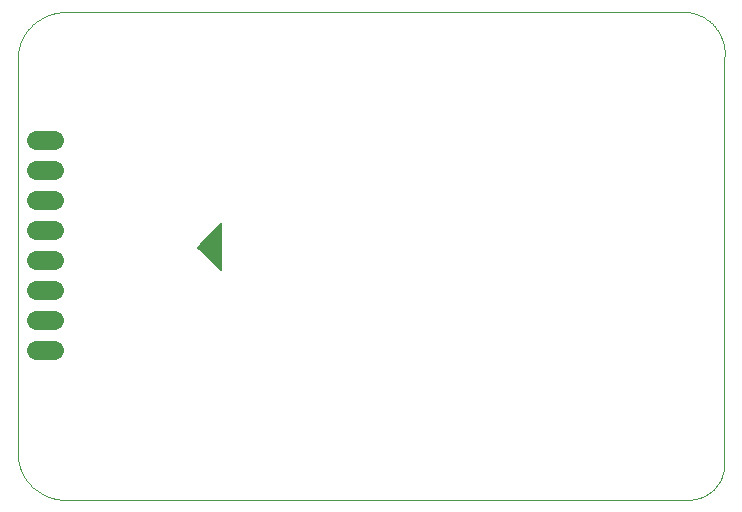
<source format=gbs>
G75*
%MOIN*%
%OFA0B0*%
%FSLAX25Y25*%
%IPPOS*%
%LPD*%
%AMOC8*
5,1,8,0,0,1.08239X$1,22.5*
%
%ADD10C,0.00000*%
%ADD11C,0.06400*%
%ADD12C,0.00001*%
D10*
X0021911Y0017616D02*
X0021911Y0148679D01*
X0021910Y0148679D02*
X0021915Y0149064D01*
X0021929Y0149450D01*
X0021953Y0149835D01*
X0021987Y0150219D01*
X0022029Y0150603D01*
X0022082Y0150985D01*
X0022143Y0151366D01*
X0022214Y0151745D01*
X0022294Y0152122D01*
X0022383Y0152498D01*
X0022482Y0152871D01*
X0022589Y0153241D01*
X0022706Y0153609D01*
X0022832Y0153974D01*
X0022966Y0154335D01*
X0023110Y0154693D01*
X0023262Y0155048D01*
X0023423Y0155399D01*
X0023592Y0155745D01*
X0023770Y0156088D01*
X0023956Y0156426D01*
X0024150Y0156759D01*
X0024353Y0157087D01*
X0024563Y0157411D01*
X0024781Y0157729D01*
X0025007Y0158041D01*
X0025241Y0158348D01*
X0025482Y0158650D01*
X0025730Y0158945D01*
X0025986Y0159234D01*
X0026249Y0159516D01*
X0026518Y0159792D01*
X0026794Y0160062D01*
X0027077Y0160324D01*
X0027366Y0160580D01*
X0027661Y0160828D01*
X0027962Y0161070D01*
X0028269Y0161303D01*
X0028582Y0161529D01*
X0028900Y0161747D01*
X0029223Y0161958D01*
X0029552Y0162160D01*
X0029885Y0162355D01*
X0030223Y0162541D01*
X0030565Y0162719D01*
X0030912Y0162888D01*
X0031263Y0163049D01*
X0031617Y0163201D01*
X0031975Y0163344D01*
X0032337Y0163479D01*
X0032702Y0163604D01*
X0033070Y0163721D01*
X0033440Y0163828D01*
X0033813Y0163927D01*
X0034188Y0164016D01*
X0034566Y0164096D01*
X0034945Y0164167D01*
X0035326Y0164229D01*
X0035708Y0164281D01*
X0036091Y0164323D01*
X0036476Y0164357D01*
X0036861Y0164381D01*
X0037246Y0164395D01*
X0037632Y0164400D01*
X0037633Y0164400D02*
X0245533Y0164400D01*
X0245533Y0164399D02*
X0245866Y0164349D01*
X0246197Y0164291D01*
X0246528Y0164225D01*
X0246856Y0164151D01*
X0247183Y0164070D01*
X0247507Y0163980D01*
X0247829Y0163882D01*
X0248149Y0163777D01*
X0248466Y0163664D01*
X0248780Y0163544D01*
X0249092Y0163416D01*
X0249400Y0163280D01*
X0249705Y0163137D01*
X0250006Y0162987D01*
X0250303Y0162829D01*
X0250597Y0162664D01*
X0250886Y0162493D01*
X0251172Y0162314D01*
X0251452Y0162128D01*
X0251729Y0161936D01*
X0252000Y0161737D01*
X0252267Y0161532D01*
X0252529Y0161320D01*
X0252785Y0161102D01*
X0253036Y0160878D01*
X0253282Y0160647D01*
X0253522Y0160411D01*
X0253756Y0160169D01*
X0253984Y0159922D01*
X0254207Y0159669D01*
X0254423Y0159411D01*
X0254632Y0159148D01*
X0254836Y0158879D01*
X0255032Y0158606D01*
X0255223Y0158329D01*
X0255406Y0158046D01*
X0255583Y0157760D01*
X0255752Y0157469D01*
X0255914Y0157174D01*
X0256070Y0156875D01*
X0256218Y0156573D01*
X0256358Y0156267D01*
X0256492Y0155958D01*
X0256617Y0155646D01*
X0256735Y0155330D01*
X0256846Y0155012D01*
X0256949Y0154692D01*
X0257044Y0154369D01*
X0257131Y0154044D01*
X0257210Y0153717D01*
X0257281Y0153388D01*
X0257345Y0153057D01*
X0257400Y0152725D01*
X0257447Y0152392D01*
X0257487Y0152057D01*
X0257518Y0151722D01*
X0257541Y0151386D01*
X0257556Y0151050D01*
X0257563Y0150713D01*
X0257561Y0150377D01*
X0257552Y0150040D01*
X0257534Y0149704D01*
X0257508Y0149368D01*
X0257475Y0149034D01*
X0257433Y0148700D01*
X0257415Y0013710D01*
X0257412Y0013425D01*
X0257402Y0013140D01*
X0257385Y0012855D01*
X0257361Y0012570D01*
X0257330Y0012286D01*
X0257293Y0012003D01*
X0257248Y0011721D01*
X0257197Y0011440D01*
X0257139Y0011161D01*
X0257074Y0010883D01*
X0257003Y0010606D01*
X0256925Y0010332D01*
X0256840Y0010059D01*
X0256748Y0009788D01*
X0256651Y0009520D01*
X0256546Y0009254D01*
X0256436Y0008991D01*
X0256319Y0008731D01*
X0256195Y0008473D01*
X0256066Y0008219D01*
X0255930Y0007968D01*
X0255788Y0007720D01*
X0255641Y0007475D01*
X0255487Y0007235D01*
X0255328Y0006998D01*
X0255163Y0006765D01*
X0254992Y0006536D01*
X0254816Y0006311D01*
X0254635Y0006091D01*
X0254448Y0005875D01*
X0254256Y0005663D01*
X0254059Y0005456D01*
X0253858Y0005255D01*
X0253651Y0005058D01*
X0253439Y0004866D01*
X0253223Y0004679D01*
X0253003Y0004498D01*
X0252778Y0004322D01*
X0252549Y0004151D01*
X0252316Y0003986D01*
X0252079Y0003827D01*
X0251839Y0003673D01*
X0251594Y0003526D01*
X0251346Y0003384D01*
X0251095Y0003248D01*
X0250841Y0003119D01*
X0250583Y0002995D01*
X0250323Y0002878D01*
X0250060Y0002768D01*
X0249794Y0002663D01*
X0249526Y0002566D01*
X0249255Y0002474D01*
X0248982Y0002389D01*
X0248708Y0002311D01*
X0248431Y0002240D01*
X0248153Y0002175D01*
X0247874Y0002117D01*
X0247593Y0002066D01*
X0247311Y0002021D01*
X0247028Y0001984D01*
X0246744Y0001953D01*
X0246459Y0001929D01*
X0246174Y0001912D01*
X0245889Y0001902D01*
X0245604Y0001899D01*
X0037628Y0001868D01*
X0037242Y0001874D01*
X0036856Y0001888D01*
X0036471Y0001913D01*
X0036087Y0001947D01*
X0035703Y0001990D01*
X0035321Y0002043D01*
X0034940Y0002105D01*
X0034560Y0002176D01*
X0034183Y0002256D01*
X0033807Y0002346D01*
X0033434Y0002445D01*
X0033064Y0002553D01*
X0032696Y0002671D01*
X0032331Y0002797D01*
X0031969Y0002932D01*
X0031611Y0003076D01*
X0031256Y0003228D01*
X0030906Y0003390D01*
X0030559Y0003559D01*
X0030217Y0003738D01*
X0029879Y0003924D01*
X0029545Y0004119D01*
X0029217Y0004322D01*
X0028894Y0004533D01*
X0028576Y0004752D01*
X0028263Y0004978D01*
X0027956Y0005212D01*
X0027655Y0005454D01*
X0027360Y0005703D01*
X0027071Y0005959D01*
X0026789Y0006222D01*
X0026513Y0006491D01*
X0026243Y0006768D01*
X0025981Y0007051D01*
X0025725Y0007340D01*
X0025477Y0007636D01*
X0025236Y0007938D01*
X0025003Y0008245D01*
X0024777Y0008558D01*
X0024559Y0008877D01*
X0024348Y0009200D01*
X0024146Y0009529D01*
X0023952Y0009863D01*
X0023766Y0010201D01*
X0023588Y0010544D01*
X0023419Y0010891D01*
X0023259Y0011242D01*
X0023107Y0011597D01*
X0022964Y0011955D01*
X0022829Y0012317D01*
X0022704Y0012682D01*
X0022587Y0013050D01*
X0022480Y0013421D01*
X0022382Y0013794D01*
X0022293Y0014170D01*
X0022213Y0014548D01*
X0022142Y0014927D01*
X0022081Y0015308D01*
X0022029Y0015691D01*
X0021987Y0016074D01*
X0021954Y0016459D01*
X0021930Y0016844D01*
X0021916Y0017230D01*
X0021911Y0017616D01*
X0081689Y0086106D02*
X0089549Y0078577D01*
X0089549Y0094298D01*
X0081689Y0086106D01*
D11*
X0033933Y0081800D02*
X0027933Y0081800D01*
X0027933Y0091800D02*
X0033933Y0091800D01*
X0033933Y0101800D02*
X0027933Y0101800D01*
X0027933Y0111800D02*
X0033933Y0111800D01*
X0033933Y0121800D02*
X0027933Y0121800D01*
X0027933Y0071800D02*
X0033933Y0071800D01*
X0033933Y0061800D02*
X0027933Y0061800D01*
X0027933Y0051800D02*
X0033933Y0051800D01*
D12*
X0082507Y0085322D02*
X0089549Y0085322D01*
X0089549Y0085323D02*
X0082506Y0085323D01*
X0082505Y0085324D02*
X0089549Y0085324D01*
X0089549Y0085325D02*
X0082504Y0085325D01*
X0082503Y0085326D02*
X0089549Y0085326D01*
X0089549Y0085327D02*
X0082502Y0085327D01*
X0082501Y0085328D02*
X0089549Y0085328D01*
X0089549Y0085329D02*
X0082500Y0085329D01*
X0082499Y0085330D02*
X0089549Y0085330D01*
X0089549Y0085331D02*
X0082498Y0085331D01*
X0082497Y0085331D02*
X0089549Y0085331D01*
X0089549Y0085332D02*
X0082496Y0085332D01*
X0082495Y0085333D02*
X0089549Y0085333D01*
X0089549Y0085334D02*
X0082494Y0085334D01*
X0082493Y0085335D02*
X0089549Y0085335D01*
X0089549Y0085336D02*
X0082492Y0085336D01*
X0082491Y0085337D02*
X0089549Y0085337D01*
X0089549Y0085338D02*
X0082490Y0085338D01*
X0082489Y0085339D02*
X0089549Y0085339D01*
X0089549Y0085340D02*
X0082488Y0085340D01*
X0082487Y0085341D02*
X0089549Y0085341D01*
X0089549Y0085342D02*
X0082486Y0085342D01*
X0082485Y0085343D02*
X0089549Y0085343D01*
X0089549Y0085344D02*
X0082484Y0085344D01*
X0082483Y0085345D02*
X0089549Y0085345D01*
X0089549Y0085346D02*
X0082481Y0085346D01*
X0082480Y0085347D02*
X0089549Y0085347D01*
X0089549Y0085348D02*
X0082479Y0085348D01*
X0082478Y0085349D02*
X0089549Y0085349D01*
X0089549Y0085350D02*
X0082477Y0085350D01*
X0082476Y0085351D02*
X0089549Y0085351D01*
X0089549Y0085352D02*
X0082475Y0085352D01*
X0082474Y0085353D02*
X0089549Y0085353D01*
X0089549Y0085354D02*
X0082473Y0085354D01*
X0082472Y0085355D02*
X0089549Y0085355D01*
X0089549Y0085356D02*
X0082471Y0085356D01*
X0082470Y0085357D02*
X0089549Y0085357D01*
X0089549Y0085358D02*
X0082469Y0085358D01*
X0082468Y0085359D02*
X0089549Y0085359D01*
X0089549Y0085360D02*
X0082467Y0085360D01*
X0082466Y0085361D02*
X0089549Y0085361D01*
X0089549Y0085362D02*
X0082465Y0085362D01*
X0082464Y0085363D02*
X0089549Y0085363D01*
X0089549Y0085364D02*
X0082463Y0085364D01*
X0082462Y0085365D02*
X0089549Y0085365D01*
X0089549Y0085366D02*
X0082461Y0085366D01*
X0082460Y0085367D02*
X0089549Y0085367D01*
X0089549Y0085368D02*
X0082459Y0085368D01*
X0082458Y0085369D02*
X0089549Y0085369D01*
X0089549Y0085370D02*
X0082457Y0085370D01*
X0082456Y0085371D02*
X0089549Y0085371D01*
X0089549Y0085372D02*
X0082455Y0085372D01*
X0082454Y0085373D02*
X0089549Y0085373D01*
X0089549Y0085374D02*
X0082453Y0085374D01*
X0082452Y0085375D02*
X0089549Y0085375D01*
X0089549Y0085376D02*
X0082451Y0085376D01*
X0082450Y0085377D02*
X0089549Y0085377D01*
X0089549Y0085378D02*
X0082449Y0085378D01*
X0082448Y0085379D02*
X0089549Y0085379D01*
X0089549Y0085380D02*
X0082447Y0085380D01*
X0082446Y0085381D02*
X0089549Y0085381D01*
X0089549Y0085382D02*
X0082445Y0085382D01*
X0082443Y0085383D02*
X0089549Y0085383D01*
X0089549Y0085384D02*
X0082442Y0085384D01*
X0082441Y0085385D02*
X0089549Y0085385D01*
X0089549Y0085386D02*
X0082440Y0085386D01*
X0082439Y0085387D02*
X0089549Y0085387D01*
X0089549Y0085388D02*
X0082438Y0085388D01*
X0082437Y0085389D02*
X0089549Y0085389D01*
X0089549Y0085390D02*
X0082436Y0085390D01*
X0082435Y0085391D02*
X0089549Y0085391D01*
X0089549Y0085392D02*
X0082434Y0085392D01*
X0082433Y0085393D02*
X0089549Y0085393D01*
X0089549Y0085394D02*
X0082432Y0085394D01*
X0082431Y0085394D02*
X0089549Y0085394D01*
X0089549Y0085395D02*
X0082430Y0085395D01*
X0082429Y0085396D02*
X0089549Y0085396D01*
X0089549Y0085397D02*
X0082428Y0085397D01*
X0082427Y0085398D02*
X0089549Y0085398D01*
X0089549Y0085399D02*
X0082426Y0085399D01*
X0082425Y0085400D02*
X0089549Y0085400D01*
X0089549Y0085401D02*
X0082424Y0085401D01*
X0082423Y0085402D02*
X0089549Y0085402D01*
X0089549Y0085403D02*
X0082422Y0085403D01*
X0082421Y0085404D02*
X0089549Y0085404D01*
X0089549Y0085405D02*
X0082420Y0085405D01*
X0082419Y0085406D02*
X0089549Y0085406D01*
X0089549Y0085407D02*
X0082418Y0085407D01*
X0082417Y0085408D02*
X0089549Y0085408D01*
X0089549Y0085409D02*
X0082416Y0085409D01*
X0082415Y0085410D02*
X0089549Y0085410D01*
X0089549Y0085411D02*
X0082414Y0085411D01*
X0082413Y0085412D02*
X0089549Y0085412D01*
X0089549Y0085413D02*
X0082412Y0085413D01*
X0082411Y0085414D02*
X0089549Y0085414D01*
X0089549Y0085415D02*
X0082410Y0085415D01*
X0082409Y0085416D02*
X0089549Y0085416D01*
X0089549Y0085417D02*
X0082408Y0085417D01*
X0082406Y0085418D02*
X0089549Y0085418D01*
X0089549Y0085419D02*
X0082405Y0085419D01*
X0082404Y0085420D02*
X0089549Y0085420D01*
X0089549Y0085421D02*
X0082403Y0085421D01*
X0082402Y0085422D02*
X0089549Y0085422D01*
X0089549Y0085423D02*
X0082401Y0085423D01*
X0082400Y0085424D02*
X0089549Y0085424D01*
X0089549Y0085425D02*
X0082399Y0085425D01*
X0082398Y0085426D02*
X0089549Y0085426D01*
X0089549Y0085427D02*
X0082397Y0085427D01*
X0082396Y0085428D02*
X0089549Y0085428D01*
X0089549Y0085429D02*
X0082395Y0085429D01*
X0082394Y0085430D02*
X0089549Y0085430D01*
X0089549Y0085431D02*
X0082393Y0085431D01*
X0082392Y0085432D02*
X0089549Y0085432D01*
X0089549Y0085433D02*
X0082391Y0085433D01*
X0082390Y0085434D02*
X0089549Y0085434D01*
X0089549Y0085435D02*
X0082389Y0085435D01*
X0082388Y0085436D02*
X0089549Y0085436D01*
X0089549Y0085437D02*
X0082387Y0085437D01*
X0082386Y0085438D02*
X0089549Y0085438D01*
X0089549Y0085439D02*
X0082385Y0085439D01*
X0082384Y0085440D02*
X0089549Y0085440D01*
X0089549Y0085441D02*
X0082383Y0085441D01*
X0082382Y0085442D02*
X0089549Y0085442D01*
X0089549Y0085443D02*
X0082381Y0085443D01*
X0082380Y0085444D02*
X0089549Y0085444D01*
X0089549Y0085445D02*
X0082379Y0085445D01*
X0082378Y0085446D02*
X0089549Y0085446D01*
X0089549Y0085447D02*
X0082377Y0085447D01*
X0082376Y0085448D02*
X0089549Y0085448D01*
X0089549Y0085449D02*
X0082375Y0085449D01*
X0082374Y0085450D02*
X0089549Y0085450D01*
X0089549Y0085451D02*
X0082373Y0085451D01*
X0082372Y0085452D02*
X0089549Y0085452D01*
X0089549Y0085453D02*
X0082370Y0085453D01*
X0082369Y0085454D02*
X0089549Y0085454D01*
X0089549Y0085455D02*
X0082368Y0085455D01*
X0082367Y0085456D02*
X0089549Y0085456D01*
X0082366Y0085456D01*
X0082365Y0085457D02*
X0089549Y0085457D01*
X0089549Y0085458D02*
X0082364Y0085458D01*
X0082363Y0085459D02*
X0089549Y0085459D01*
X0089549Y0085460D02*
X0082362Y0085460D01*
X0082361Y0085461D02*
X0089549Y0085461D01*
X0089549Y0085462D02*
X0082360Y0085462D01*
X0082359Y0085463D02*
X0089549Y0085463D01*
X0089549Y0085464D02*
X0082358Y0085464D01*
X0082357Y0085465D02*
X0089549Y0085465D01*
X0089549Y0085466D02*
X0082356Y0085466D01*
X0082355Y0085467D02*
X0089549Y0085467D01*
X0089549Y0085468D02*
X0082354Y0085468D01*
X0082353Y0085469D02*
X0089549Y0085469D01*
X0089549Y0085470D02*
X0082352Y0085470D01*
X0082351Y0085471D02*
X0089549Y0085471D01*
X0089549Y0085472D02*
X0082350Y0085472D01*
X0082349Y0085473D02*
X0089549Y0085473D01*
X0089549Y0085474D02*
X0082348Y0085474D01*
X0082347Y0085475D02*
X0089549Y0085475D01*
X0089549Y0085476D02*
X0082346Y0085476D01*
X0082345Y0085477D02*
X0089549Y0085477D01*
X0089549Y0085478D02*
X0082344Y0085478D01*
X0082343Y0085479D02*
X0089549Y0085479D01*
X0089549Y0085480D02*
X0082342Y0085480D01*
X0082341Y0085481D02*
X0089549Y0085481D01*
X0089549Y0085482D02*
X0082340Y0085482D01*
X0082339Y0085483D02*
X0089549Y0085483D01*
X0089549Y0085484D02*
X0082338Y0085484D01*
X0082337Y0085485D02*
X0089549Y0085485D01*
X0089549Y0085486D02*
X0082336Y0085486D01*
X0082335Y0085487D02*
X0089549Y0085487D01*
X0089549Y0085488D02*
X0082334Y0085488D01*
X0082332Y0085489D02*
X0089549Y0085489D01*
X0089549Y0085490D02*
X0082331Y0085490D01*
X0082330Y0085491D02*
X0089549Y0085491D01*
X0089549Y0085492D02*
X0082329Y0085492D01*
X0082328Y0085493D02*
X0089549Y0085493D01*
X0089549Y0085494D02*
X0082327Y0085494D01*
X0082326Y0085495D02*
X0089549Y0085495D01*
X0089549Y0085496D02*
X0082325Y0085496D01*
X0082324Y0085497D02*
X0089549Y0085497D01*
X0089549Y0085498D02*
X0082323Y0085498D01*
X0082322Y0085499D02*
X0089549Y0085499D01*
X0089549Y0085500D02*
X0082321Y0085500D01*
X0082320Y0085501D02*
X0089549Y0085501D01*
X0089549Y0085502D02*
X0082319Y0085502D01*
X0082318Y0085503D02*
X0089549Y0085503D01*
X0089549Y0085504D02*
X0082317Y0085504D01*
X0082316Y0085505D02*
X0089549Y0085505D01*
X0089549Y0085506D02*
X0082315Y0085506D01*
X0082314Y0085507D02*
X0089549Y0085507D01*
X0089549Y0085508D02*
X0082313Y0085508D01*
X0082312Y0085509D02*
X0089549Y0085509D01*
X0089549Y0085510D02*
X0082311Y0085510D01*
X0082310Y0085511D02*
X0089549Y0085511D01*
X0089549Y0085512D02*
X0082309Y0085512D01*
X0082308Y0085513D02*
X0089549Y0085513D01*
X0089549Y0085514D02*
X0082307Y0085514D01*
X0082306Y0085515D02*
X0089549Y0085515D01*
X0089549Y0085516D02*
X0082305Y0085516D01*
X0082304Y0085517D02*
X0089549Y0085517D01*
X0089549Y0085518D02*
X0082303Y0085518D01*
X0082302Y0085519D02*
X0089549Y0085519D01*
X0082301Y0085519D01*
X0082300Y0085520D02*
X0089549Y0085520D01*
X0089549Y0085521D02*
X0082299Y0085521D01*
X0082298Y0085522D02*
X0089549Y0085522D01*
X0089549Y0085523D02*
X0082297Y0085523D01*
X0082295Y0085524D02*
X0089549Y0085524D01*
X0089549Y0085525D02*
X0082294Y0085525D01*
X0082293Y0085526D02*
X0089549Y0085526D01*
X0089549Y0085527D02*
X0082292Y0085527D01*
X0082291Y0085528D02*
X0089549Y0085528D01*
X0089549Y0085529D02*
X0082290Y0085529D01*
X0082289Y0085530D02*
X0089549Y0085530D01*
X0089549Y0085531D02*
X0082288Y0085531D01*
X0082287Y0085532D02*
X0089549Y0085532D01*
X0089549Y0085533D02*
X0082286Y0085533D01*
X0082285Y0085534D02*
X0089549Y0085534D01*
X0089549Y0085535D02*
X0082284Y0085535D01*
X0082283Y0085536D02*
X0089549Y0085536D01*
X0089549Y0085537D02*
X0082282Y0085537D01*
X0082281Y0085538D02*
X0089549Y0085538D01*
X0089549Y0085539D02*
X0082280Y0085539D01*
X0082279Y0085540D02*
X0089549Y0085540D01*
X0089549Y0085541D02*
X0082278Y0085541D01*
X0082277Y0085542D02*
X0089549Y0085542D01*
X0089549Y0085543D02*
X0082276Y0085543D01*
X0082275Y0085544D02*
X0089549Y0085544D01*
X0089549Y0085545D02*
X0082274Y0085545D01*
X0082273Y0085546D02*
X0089549Y0085546D01*
X0089549Y0085547D02*
X0082272Y0085547D01*
X0082271Y0085548D02*
X0089549Y0085548D01*
X0089549Y0085549D02*
X0082270Y0085549D01*
X0082269Y0085550D02*
X0089549Y0085550D01*
X0089549Y0085551D02*
X0082268Y0085551D01*
X0082267Y0085552D02*
X0089549Y0085552D01*
X0089549Y0085553D02*
X0082266Y0085553D01*
X0082265Y0085554D02*
X0089549Y0085554D01*
X0089549Y0085555D02*
X0082264Y0085555D01*
X0082263Y0085556D02*
X0089549Y0085556D01*
X0089549Y0085557D02*
X0082262Y0085557D01*
X0082261Y0085558D02*
X0089549Y0085558D01*
X0089549Y0085559D02*
X0082260Y0085559D01*
X0082258Y0085560D02*
X0089549Y0085560D01*
X0089549Y0085561D02*
X0082257Y0085561D01*
X0082256Y0085562D02*
X0089549Y0085562D01*
X0089549Y0085563D02*
X0082255Y0085563D01*
X0082254Y0085564D02*
X0089549Y0085564D01*
X0089549Y0085565D02*
X0082253Y0085565D01*
X0082252Y0085566D02*
X0089549Y0085566D01*
X0089549Y0085567D02*
X0082251Y0085567D01*
X0082250Y0085568D02*
X0089549Y0085568D01*
X0089549Y0085569D02*
X0082249Y0085569D01*
X0082248Y0085570D02*
X0089549Y0085570D01*
X0089549Y0085571D02*
X0082247Y0085571D01*
X0082246Y0085572D02*
X0089549Y0085572D01*
X0089549Y0085573D02*
X0082245Y0085573D01*
X0082244Y0085574D02*
X0089549Y0085574D01*
X0089549Y0085575D02*
X0082243Y0085575D01*
X0082242Y0085576D02*
X0089549Y0085576D01*
X0089549Y0085577D02*
X0082241Y0085577D01*
X0082240Y0085578D02*
X0089549Y0085578D01*
X0089549Y0085579D02*
X0082239Y0085579D01*
X0082238Y0085580D02*
X0089549Y0085580D01*
X0089549Y0085581D02*
X0082237Y0085581D01*
X0082236Y0085581D02*
X0089549Y0085581D01*
X0089549Y0085582D02*
X0082235Y0085582D01*
X0082234Y0085583D02*
X0089549Y0085583D01*
X0089549Y0085584D02*
X0082233Y0085584D01*
X0082232Y0085585D02*
X0089549Y0085585D01*
X0089549Y0085586D02*
X0082231Y0085586D01*
X0082230Y0085587D02*
X0089549Y0085587D01*
X0089549Y0085588D02*
X0082229Y0085588D01*
X0082228Y0085589D02*
X0089549Y0085589D01*
X0089549Y0085590D02*
X0082227Y0085590D01*
X0082226Y0085591D02*
X0089549Y0085591D01*
X0089549Y0085592D02*
X0082225Y0085592D01*
X0082224Y0085593D02*
X0089549Y0085593D01*
X0089549Y0085594D02*
X0082223Y0085594D01*
X0082221Y0085595D02*
X0089549Y0085595D01*
X0089549Y0085596D02*
X0082220Y0085596D01*
X0082219Y0085597D02*
X0089549Y0085597D01*
X0089549Y0085598D02*
X0082218Y0085598D01*
X0082217Y0085599D02*
X0089549Y0085599D01*
X0089549Y0085600D02*
X0082216Y0085600D01*
X0082215Y0085601D02*
X0089549Y0085601D01*
X0089549Y0085602D02*
X0082214Y0085602D01*
X0082213Y0085603D02*
X0089549Y0085603D01*
X0089549Y0085604D02*
X0082212Y0085604D01*
X0082211Y0085605D02*
X0089549Y0085605D01*
X0089549Y0085606D02*
X0082210Y0085606D01*
X0082209Y0085607D02*
X0089549Y0085607D01*
X0089549Y0085608D02*
X0082208Y0085608D01*
X0082207Y0085609D02*
X0089549Y0085609D01*
X0089549Y0085610D02*
X0082206Y0085610D01*
X0082205Y0085611D02*
X0089549Y0085611D01*
X0089549Y0085612D02*
X0082204Y0085612D01*
X0082203Y0085613D02*
X0089549Y0085613D01*
X0089549Y0085614D02*
X0082202Y0085614D01*
X0082201Y0085615D02*
X0089549Y0085615D01*
X0089549Y0085616D02*
X0082200Y0085616D01*
X0082199Y0085617D02*
X0089549Y0085617D01*
X0089549Y0085618D02*
X0082198Y0085618D01*
X0082197Y0085619D02*
X0089549Y0085619D01*
X0089549Y0085620D02*
X0082196Y0085620D01*
X0082195Y0085621D02*
X0089549Y0085621D01*
X0089549Y0085622D02*
X0082194Y0085622D01*
X0082193Y0085623D02*
X0089549Y0085623D01*
X0089549Y0085624D02*
X0082192Y0085624D01*
X0082191Y0085625D02*
X0089549Y0085625D01*
X0089549Y0085626D02*
X0082190Y0085626D01*
X0082189Y0085627D02*
X0089549Y0085627D01*
X0089549Y0085628D02*
X0082188Y0085628D01*
X0082187Y0085629D02*
X0089549Y0085629D01*
X0089549Y0085630D02*
X0082186Y0085630D01*
X0082184Y0085631D02*
X0089549Y0085631D01*
X0089549Y0085632D02*
X0082183Y0085632D01*
X0082182Y0085633D02*
X0089549Y0085633D01*
X0089549Y0085634D02*
X0082181Y0085634D01*
X0082180Y0085635D02*
X0089549Y0085635D01*
X0089549Y0085636D02*
X0082179Y0085636D01*
X0082178Y0085637D02*
X0089549Y0085637D01*
X0089549Y0085638D02*
X0082177Y0085638D01*
X0082176Y0085639D02*
X0089549Y0085639D01*
X0089549Y0085640D02*
X0082175Y0085640D01*
X0082174Y0085641D02*
X0089549Y0085641D01*
X0089549Y0085642D02*
X0082173Y0085642D01*
X0082172Y0085643D02*
X0089549Y0085643D01*
X0089549Y0085644D02*
X0082171Y0085644D01*
X0082170Y0085644D02*
X0089549Y0085644D01*
X0089549Y0085645D02*
X0082169Y0085645D01*
X0082168Y0085646D02*
X0089549Y0085646D01*
X0089549Y0085647D02*
X0082167Y0085647D01*
X0082166Y0085648D02*
X0089549Y0085648D01*
X0089549Y0085649D02*
X0082165Y0085649D01*
X0082164Y0085650D02*
X0089549Y0085650D01*
X0089549Y0085651D02*
X0082163Y0085651D01*
X0082162Y0085652D02*
X0089549Y0085652D01*
X0089549Y0085653D02*
X0082161Y0085653D01*
X0082160Y0085654D02*
X0089549Y0085654D01*
X0089549Y0085655D02*
X0082159Y0085655D01*
X0082158Y0085656D02*
X0089549Y0085656D01*
X0089549Y0085657D02*
X0082157Y0085657D01*
X0082156Y0085658D02*
X0089549Y0085658D01*
X0089549Y0085659D02*
X0082155Y0085659D01*
X0082154Y0085660D02*
X0089549Y0085660D01*
X0089549Y0085661D02*
X0082153Y0085661D01*
X0082152Y0085662D02*
X0089549Y0085662D01*
X0089549Y0085663D02*
X0082151Y0085663D01*
X0082150Y0085664D02*
X0089549Y0085664D01*
X0089549Y0085665D02*
X0082149Y0085665D01*
X0082148Y0085666D02*
X0089549Y0085666D01*
X0089549Y0085667D02*
X0082146Y0085667D01*
X0082145Y0085668D02*
X0089549Y0085668D01*
X0089549Y0085669D02*
X0082144Y0085669D01*
X0082143Y0085670D02*
X0089549Y0085670D01*
X0089549Y0085671D02*
X0082142Y0085671D01*
X0082141Y0085672D02*
X0089549Y0085672D01*
X0089549Y0085673D02*
X0082140Y0085673D01*
X0082139Y0085674D02*
X0089549Y0085674D01*
X0089549Y0085675D02*
X0082138Y0085675D01*
X0082137Y0085676D02*
X0089549Y0085676D01*
X0089549Y0085677D02*
X0082136Y0085677D01*
X0082135Y0085678D02*
X0089549Y0085678D01*
X0089549Y0085679D02*
X0082134Y0085679D01*
X0082133Y0085680D02*
X0089549Y0085680D01*
X0089549Y0085681D02*
X0082132Y0085681D01*
X0082131Y0085682D02*
X0089549Y0085682D01*
X0089549Y0085683D02*
X0082130Y0085683D01*
X0082129Y0085684D02*
X0089549Y0085684D01*
X0089549Y0085685D02*
X0082128Y0085685D01*
X0082127Y0085686D02*
X0089549Y0085686D01*
X0089549Y0085687D02*
X0082126Y0085687D01*
X0082125Y0085688D02*
X0089549Y0085688D01*
X0089549Y0085689D02*
X0082124Y0085689D01*
X0082123Y0085690D02*
X0089549Y0085690D01*
X0089549Y0085691D02*
X0082122Y0085691D01*
X0082121Y0085692D02*
X0089549Y0085692D01*
X0089549Y0085693D02*
X0082120Y0085693D01*
X0082119Y0085694D02*
X0089549Y0085694D01*
X0089549Y0085695D02*
X0082118Y0085695D01*
X0082117Y0085696D02*
X0089549Y0085696D01*
X0089549Y0085697D02*
X0082116Y0085697D01*
X0082115Y0085698D02*
X0089549Y0085698D01*
X0089549Y0085699D02*
X0082114Y0085699D01*
X0082113Y0085700D02*
X0089549Y0085700D01*
X0089549Y0085701D02*
X0082112Y0085701D01*
X0082111Y0085702D02*
X0089549Y0085702D01*
X0089549Y0085703D02*
X0082109Y0085703D01*
X0082108Y0085704D02*
X0089549Y0085704D01*
X0089549Y0085705D02*
X0082107Y0085705D01*
X0082106Y0085706D02*
X0089549Y0085706D01*
X0082105Y0085706D01*
X0082104Y0085707D02*
X0089549Y0085707D01*
X0089549Y0085708D02*
X0082103Y0085708D01*
X0082102Y0085709D02*
X0089549Y0085709D01*
X0089549Y0085710D02*
X0082101Y0085710D01*
X0082100Y0085711D02*
X0089549Y0085711D01*
X0089549Y0085712D02*
X0082099Y0085712D01*
X0082098Y0085713D02*
X0089549Y0085713D01*
X0089549Y0085714D02*
X0082097Y0085714D01*
X0082096Y0085715D02*
X0089549Y0085715D01*
X0089549Y0085716D02*
X0082095Y0085716D01*
X0082094Y0085717D02*
X0089549Y0085717D01*
X0089549Y0085718D02*
X0082093Y0085718D01*
X0082092Y0085719D02*
X0089549Y0085719D01*
X0089549Y0085720D02*
X0082091Y0085720D01*
X0082090Y0085721D02*
X0089549Y0085721D01*
X0089549Y0085722D02*
X0082089Y0085722D01*
X0082088Y0085723D02*
X0089549Y0085723D01*
X0089549Y0085724D02*
X0082087Y0085724D01*
X0082086Y0085725D02*
X0089549Y0085725D01*
X0089549Y0085726D02*
X0082085Y0085726D01*
X0082084Y0085727D02*
X0089549Y0085727D01*
X0089549Y0085728D02*
X0082083Y0085728D01*
X0082082Y0085729D02*
X0089549Y0085729D01*
X0089549Y0085730D02*
X0082081Y0085730D01*
X0082080Y0085731D02*
X0089549Y0085731D01*
X0089549Y0085732D02*
X0082079Y0085732D01*
X0082078Y0085733D02*
X0089549Y0085733D01*
X0089549Y0085734D02*
X0082077Y0085734D01*
X0082076Y0085735D02*
X0089549Y0085735D01*
X0089549Y0085736D02*
X0082075Y0085736D01*
X0082073Y0085737D02*
X0089549Y0085737D01*
X0089549Y0085738D02*
X0082072Y0085738D01*
X0082071Y0085739D02*
X0089549Y0085739D01*
X0089549Y0085740D02*
X0082070Y0085740D01*
X0082069Y0085741D02*
X0089549Y0085741D01*
X0089549Y0085742D02*
X0082068Y0085742D01*
X0082067Y0085743D02*
X0089549Y0085743D01*
X0089549Y0085744D02*
X0082066Y0085744D01*
X0082065Y0085745D02*
X0089549Y0085745D01*
X0089549Y0085746D02*
X0082064Y0085746D01*
X0082063Y0085747D02*
X0089549Y0085747D01*
X0089549Y0085748D02*
X0082062Y0085748D01*
X0082061Y0085749D02*
X0089549Y0085749D01*
X0089549Y0085750D02*
X0082060Y0085750D01*
X0082059Y0085751D02*
X0089549Y0085751D01*
X0089549Y0085752D02*
X0082058Y0085752D01*
X0082057Y0085753D02*
X0089549Y0085753D01*
X0089549Y0085754D02*
X0082056Y0085754D01*
X0082055Y0085755D02*
X0089549Y0085755D01*
X0089549Y0085756D02*
X0082054Y0085756D01*
X0082053Y0085757D02*
X0089549Y0085757D01*
X0089549Y0085758D02*
X0082052Y0085758D01*
X0082051Y0085759D02*
X0089549Y0085759D01*
X0089549Y0085760D02*
X0082050Y0085760D01*
X0082049Y0085761D02*
X0089549Y0085761D01*
X0089549Y0085762D02*
X0082048Y0085762D01*
X0082047Y0085763D02*
X0089549Y0085763D01*
X0089549Y0085764D02*
X0082046Y0085764D01*
X0082045Y0085765D02*
X0089549Y0085765D01*
X0089549Y0085766D02*
X0082044Y0085766D01*
X0082043Y0085767D02*
X0089549Y0085767D01*
X0089549Y0085768D02*
X0082042Y0085768D01*
X0082041Y0085769D02*
X0089549Y0085769D01*
X0082040Y0085769D01*
X0082039Y0085770D02*
X0089549Y0085770D01*
X0089549Y0085771D02*
X0082038Y0085771D01*
X0082037Y0085772D02*
X0089549Y0085772D01*
X0089549Y0085773D02*
X0082035Y0085773D01*
X0082034Y0085774D02*
X0089549Y0085774D01*
X0089549Y0085775D02*
X0082033Y0085775D01*
X0082032Y0085776D02*
X0089549Y0085776D01*
X0089549Y0085777D02*
X0082031Y0085777D01*
X0082030Y0085778D02*
X0089549Y0085778D01*
X0089549Y0085779D02*
X0082029Y0085779D01*
X0082028Y0085780D02*
X0089549Y0085780D01*
X0089549Y0085781D02*
X0082027Y0085781D01*
X0082026Y0085782D02*
X0089549Y0085782D01*
X0089549Y0085783D02*
X0082025Y0085783D01*
X0082024Y0085784D02*
X0089549Y0085784D01*
X0089549Y0085785D02*
X0082023Y0085785D01*
X0082022Y0085786D02*
X0089549Y0085786D01*
X0089549Y0085787D02*
X0082021Y0085787D01*
X0082020Y0085788D02*
X0089549Y0085788D01*
X0089549Y0085789D02*
X0082019Y0085789D01*
X0082018Y0085790D02*
X0089549Y0085790D01*
X0089549Y0085791D02*
X0082017Y0085791D01*
X0082016Y0085792D02*
X0089549Y0085792D01*
X0089549Y0085793D02*
X0082015Y0085793D01*
X0082014Y0085794D02*
X0089549Y0085794D01*
X0089549Y0085795D02*
X0082013Y0085795D01*
X0082012Y0085796D02*
X0089549Y0085796D01*
X0089549Y0085797D02*
X0082011Y0085797D01*
X0082010Y0085798D02*
X0089549Y0085798D01*
X0089549Y0085799D02*
X0082009Y0085799D01*
X0082008Y0085800D02*
X0089549Y0085800D01*
X0089549Y0085801D02*
X0082007Y0085801D01*
X0082006Y0085802D02*
X0089549Y0085802D01*
X0089549Y0085803D02*
X0082005Y0085803D01*
X0082004Y0085804D02*
X0089549Y0085804D01*
X0089549Y0085805D02*
X0082003Y0085805D01*
X0082002Y0085806D02*
X0089549Y0085806D01*
X0089549Y0085807D02*
X0082001Y0085807D01*
X0082000Y0085808D02*
X0089549Y0085808D01*
X0089549Y0085809D02*
X0081998Y0085809D01*
X0081997Y0085810D02*
X0089549Y0085810D01*
X0089549Y0085811D02*
X0081996Y0085811D01*
X0081995Y0085812D02*
X0089549Y0085812D01*
X0089549Y0085813D02*
X0081994Y0085813D01*
X0081993Y0085814D02*
X0089549Y0085814D01*
X0089549Y0085815D02*
X0081992Y0085815D01*
X0081991Y0085816D02*
X0089549Y0085816D01*
X0089549Y0085817D02*
X0081990Y0085817D01*
X0081989Y0085818D02*
X0089549Y0085818D01*
X0089549Y0085819D02*
X0081988Y0085819D01*
X0081987Y0085820D02*
X0089549Y0085820D01*
X0089549Y0085821D02*
X0081986Y0085821D01*
X0081985Y0085822D02*
X0089549Y0085822D01*
X0089549Y0085823D02*
X0081984Y0085823D01*
X0081983Y0085824D02*
X0089549Y0085824D01*
X0089549Y0085825D02*
X0081982Y0085825D01*
X0081981Y0085826D02*
X0089549Y0085826D01*
X0089549Y0085827D02*
X0081980Y0085827D01*
X0081979Y0085828D02*
X0089549Y0085828D01*
X0089549Y0085829D02*
X0081978Y0085829D01*
X0081977Y0085830D02*
X0089549Y0085830D01*
X0089549Y0085831D02*
X0081976Y0085831D01*
X0081975Y0085831D02*
X0089549Y0085831D01*
X0089549Y0085832D02*
X0081974Y0085832D01*
X0081973Y0085833D02*
X0089549Y0085833D01*
X0089549Y0085834D02*
X0081972Y0085834D01*
X0081971Y0085835D02*
X0089549Y0085835D01*
X0089549Y0085836D02*
X0081970Y0085836D01*
X0081969Y0085837D02*
X0089549Y0085837D01*
X0089549Y0085838D02*
X0081968Y0085838D01*
X0081967Y0085839D02*
X0089549Y0085839D01*
X0089549Y0085840D02*
X0081966Y0085840D01*
X0081965Y0085841D02*
X0089549Y0085841D01*
X0089549Y0085842D02*
X0081964Y0085842D01*
X0081963Y0085843D02*
X0089549Y0085843D01*
X0089549Y0085844D02*
X0081961Y0085844D01*
X0081960Y0085845D02*
X0089549Y0085845D01*
X0089549Y0085846D02*
X0081959Y0085846D01*
X0081958Y0085847D02*
X0089549Y0085847D01*
X0089549Y0085848D02*
X0081957Y0085848D01*
X0081956Y0085849D02*
X0089549Y0085849D01*
X0089549Y0085850D02*
X0081955Y0085850D01*
X0081954Y0085851D02*
X0089549Y0085851D01*
X0089549Y0085852D02*
X0081953Y0085852D01*
X0081952Y0085853D02*
X0089549Y0085853D01*
X0089549Y0085854D02*
X0081951Y0085854D01*
X0081950Y0085855D02*
X0089549Y0085855D01*
X0089549Y0085856D02*
X0081949Y0085856D01*
X0081948Y0085857D02*
X0089549Y0085857D01*
X0089549Y0085858D02*
X0081947Y0085858D01*
X0081946Y0085859D02*
X0089549Y0085859D01*
X0089549Y0085860D02*
X0081945Y0085860D01*
X0081944Y0085861D02*
X0089549Y0085861D01*
X0089549Y0085862D02*
X0081943Y0085862D01*
X0081942Y0085863D02*
X0089549Y0085863D01*
X0089549Y0085864D02*
X0081941Y0085864D01*
X0081940Y0085865D02*
X0089549Y0085865D01*
X0089549Y0085866D02*
X0081939Y0085866D01*
X0081938Y0085867D02*
X0089549Y0085867D01*
X0089549Y0085868D02*
X0081937Y0085868D01*
X0081936Y0085869D02*
X0089549Y0085869D01*
X0089549Y0085870D02*
X0081935Y0085870D01*
X0081934Y0085871D02*
X0089549Y0085871D01*
X0089549Y0085872D02*
X0081933Y0085872D01*
X0081932Y0085873D02*
X0089549Y0085873D01*
X0089549Y0085874D02*
X0081931Y0085874D01*
X0081930Y0085875D02*
X0089549Y0085875D01*
X0089549Y0085876D02*
X0081929Y0085876D01*
X0081928Y0085877D02*
X0089549Y0085877D01*
X0089549Y0085878D02*
X0081927Y0085878D01*
X0081926Y0085879D02*
X0089549Y0085879D01*
X0089549Y0085880D02*
X0081924Y0085880D01*
X0081923Y0085881D02*
X0089549Y0085881D01*
X0089549Y0085882D02*
X0081922Y0085882D01*
X0081921Y0085883D02*
X0089549Y0085883D01*
X0089549Y0085884D02*
X0081920Y0085884D01*
X0081919Y0085885D02*
X0089549Y0085885D01*
X0089549Y0085886D02*
X0081918Y0085886D01*
X0081917Y0085887D02*
X0089549Y0085887D01*
X0089549Y0085888D02*
X0081916Y0085888D01*
X0081915Y0085889D02*
X0089549Y0085889D01*
X0089549Y0085890D02*
X0081914Y0085890D01*
X0081913Y0085891D02*
X0089549Y0085891D01*
X0089549Y0085892D02*
X0081912Y0085892D01*
X0081911Y0085893D02*
X0089549Y0085893D01*
X0089549Y0085894D02*
X0081910Y0085894D01*
X0081909Y0085894D02*
X0089549Y0085894D01*
X0089549Y0085895D02*
X0081908Y0085895D01*
X0081907Y0085896D02*
X0089549Y0085896D01*
X0089549Y0085897D02*
X0081906Y0085897D01*
X0081905Y0085898D02*
X0089549Y0085898D01*
X0089549Y0085899D02*
X0081904Y0085899D01*
X0081903Y0085900D02*
X0089549Y0085900D01*
X0089549Y0085901D02*
X0081902Y0085901D01*
X0081901Y0085902D02*
X0089549Y0085902D01*
X0089549Y0085903D02*
X0081900Y0085903D01*
X0081899Y0085904D02*
X0089549Y0085904D01*
X0089549Y0085905D02*
X0081898Y0085905D01*
X0081897Y0085906D02*
X0089549Y0085906D01*
X0089549Y0085907D02*
X0081896Y0085907D01*
X0081895Y0085908D02*
X0089549Y0085908D01*
X0089549Y0085909D02*
X0081894Y0085909D01*
X0081893Y0085910D02*
X0089549Y0085910D01*
X0089549Y0085911D02*
X0081892Y0085911D01*
X0081891Y0085912D02*
X0089549Y0085912D01*
X0089549Y0085913D02*
X0081890Y0085913D01*
X0081889Y0085914D02*
X0089549Y0085914D01*
X0089549Y0085915D02*
X0081888Y0085915D01*
X0081886Y0085916D02*
X0089549Y0085916D01*
X0089549Y0085917D02*
X0081885Y0085917D01*
X0081884Y0085918D02*
X0089549Y0085918D01*
X0089549Y0085919D02*
X0081883Y0085919D01*
X0081882Y0085920D02*
X0089549Y0085920D01*
X0089549Y0085921D02*
X0081881Y0085921D01*
X0081880Y0085922D02*
X0089549Y0085922D01*
X0089549Y0085923D02*
X0081879Y0085923D01*
X0081878Y0085924D02*
X0089549Y0085924D01*
X0089549Y0085925D02*
X0081877Y0085925D01*
X0081876Y0085926D02*
X0089549Y0085926D01*
X0089549Y0085927D02*
X0081875Y0085927D01*
X0081874Y0085928D02*
X0089549Y0085928D01*
X0089549Y0085929D02*
X0081873Y0085929D01*
X0081872Y0085930D02*
X0089549Y0085930D01*
X0089549Y0085931D02*
X0081871Y0085931D01*
X0081870Y0085932D02*
X0089549Y0085932D01*
X0089549Y0085933D02*
X0081869Y0085933D01*
X0081868Y0085934D02*
X0089549Y0085934D01*
X0089549Y0085935D02*
X0081867Y0085935D01*
X0081866Y0085936D02*
X0089549Y0085936D01*
X0089549Y0085937D02*
X0081865Y0085937D01*
X0081864Y0085938D02*
X0089549Y0085938D01*
X0089549Y0085939D02*
X0081863Y0085939D01*
X0081862Y0085940D02*
X0089549Y0085940D01*
X0089549Y0085941D02*
X0081861Y0085941D01*
X0081860Y0085942D02*
X0089549Y0085942D01*
X0089549Y0085943D02*
X0081859Y0085943D01*
X0081858Y0085944D02*
X0089549Y0085944D01*
X0089549Y0085945D02*
X0081857Y0085945D01*
X0081856Y0085946D02*
X0089549Y0085946D01*
X0089549Y0085947D02*
X0081855Y0085947D01*
X0081854Y0085948D02*
X0089549Y0085948D01*
X0089549Y0085949D02*
X0081853Y0085949D01*
X0081852Y0085950D02*
X0089549Y0085950D01*
X0089549Y0085951D02*
X0081851Y0085951D01*
X0081849Y0085952D02*
X0089549Y0085952D01*
X0089549Y0085953D02*
X0081848Y0085953D01*
X0081847Y0085954D02*
X0089549Y0085954D01*
X0089549Y0085955D02*
X0081846Y0085955D01*
X0081845Y0085956D02*
X0089549Y0085956D01*
X0081844Y0085956D01*
X0081843Y0085957D02*
X0089549Y0085957D01*
X0089549Y0085958D02*
X0081842Y0085958D01*
X0081841Y0085959D02*
X0089549Y0085959D01*
X0089549Y0085960D02*
X0081840Y0085960D01*
X0081839Y0085961D02*
X0089549Y0085961D01*
X0089549Y0085962D02*
X0081838Y0085962D01*
X0081837Y0085963D02*
X0089549Y0085963D01*
X0089549Y0085964D02*
X0081836Y0085964D01*
X0081835Y0085965D02*
X0089549Y0085965D01*
X0089549Y0085966D02*
X0081834Y0085966D01*
X0081833Y0085967D02*
X0089549Y0085967D01*
X0089549Y0085968D02*
X0081832Y0085968D01*
X0081831Y0085969D02*
X0089549Y0085969D01*
X0089549Y0085970D02*
X0081830Y0085970D01*
X0081829Y0085971D02*
X0089549Y0085971D01*
X0089549Y0085972D02*
X0081828Y0085972D01*
X0081827Y0085973D02*
X0089549Y0085973D01*
X0089549Y0085974D02*
X0081826Y0085974D01*
X0081825Y0085975D02*
X0089549Y0085975D01*
X0089549Y0085976D02*
X0081824Y0085976D01*
X0081823Y0085977D02*
X0089549Y0085977D01*
X0089549Y0085978D02*
X0081822Y0085978D01*
X0081821Y0085979D02*
X0089549Y0085979D01*
X0089549Y0085980D02*
X0081820Y0085980D01*
X0081819Y0085981D02*
X0089549Y0085981D01*
X0089549Y0085982D02*
X0081818Y0085982D01*
X0081817Y0085983D02*
X0089549Y0085983D01*
X0089549Y0085984D02*
X0081816Y0085984D01*
X0081815Y0085985D02*
X0089549Y0085985D01*
X0089549Y0085986D02*
X0081814Y0085986D01*
X0081812Y0085987D02*
X0089549Y0085987D01*
X0089549Y0085988D02*
X0081811Y0085988D01*
X0081810Y0085989D02*
X0089549Y0085989D01*
X0089549Y0085990D02*
X0081809Y0085990D01*
X0081808Y0085991D02*
X0089549Y0085991D01*
X0089549Y0085992D02*
X0081807Y0085992D01*
X0081806Y0085993D02*
X0089549Y0085993D01*
X0089549Y0085994D02*
X0081805Y0085994D01*
X0081804Y0085995D02*
X0089549Y0085995D01*
X0089549Y0085996D02*
X0081803Y0085996D01*
X0081802Y0085997D02*
X0089549Y0085997D01*
X0089549Y0085998D02*
X0081801Y0085998D01*
X0081800Y0085999D02*
X0089549Y0085999D01*
X0089549Y0086000D02*
X0081799Y0086000D01*
X0081798Y0086001D02*
X0089549Y0086001D01*
X0089549Y0086002D02*
X0081797Y0086002D01*
X0081796Y0086003D02*
X0089549Y0086003D01*
X0089549Y0086004D02*
X0081795Y0086004D01*
X0081794Y0086005D02*
X0089549Y0086005D01*
X0089549Y0086006D02*
X0081793Y0086006D01*
X0081792Y0086007D02*
X0089549Y0086007D01*
X0089549Y0086008D02*
X0081791Y0086008D01*
X0081790Y0086009D02*
X0089549Y0086009D01*
X0089549Y0086010D02*
X0081789Y0086010D01*
X0081788Y0086011D02*
X0089549Y0086011D01*
X0089549Y0086012D02*
X0081787Y0086012D01*
X0081786Y0086013D02*
X0089549Y0086013D01*
X0089549Y0086014D02*
X0081785Y0086014D01*
X0081784Y0086015D02*
X0089549Y0086015D01*
X0089549Y0086016D02*
X0081783Y0086016D01*
X0081782Y0086017D02*
X0089549Y0086017D01*
X0089549Y0086018D02*
X0081781Y0086018D01*
X0081780Y0086019D02*
X0089549Y0086019D01*
X0081779Y0086019D01*
X0081778Y0086020D02*
X0089549Y0086020D01*
X0089549Y0086021D02*
X0081777Y0086021D01*
X0081775Y0086022D02*
X0089549Y0086022D01*
X0089549Y0086023D02*
X0081774Y0086023D01*
X0081773Y0086024D02*
X0089549Y0086024D01*
X0089549Y0086025D02*
X0081772Y0086025D01*
X0081771Y0086026D02*
X0089549Y0086026D01*
X0089549Y0086027D02*
X0081770Y0086027D01*
X0081769Y0086028D02*
X0089549Y0086028D01*
X0089549Y0086029D02*
X0081768Y0086029D01*
X0081767Y0086030D02*
X0089549Y0086030D01*
X0089549Y0086031D02*
X0081766Y0086031D01*
X0081765Y0086032D02*
X0089549Y0086032D01*
X0089549Y0086033D02*
X0081764Y0086033D01*
X0081763Y0086034D02*
X0089549Y0086034D01*
X0089549Y0086035D02*
X0081762Y0086035D01*
X0081761Y0086036D02*
X0089549Y0086036D01*
X0089549Y0086037D02*
X0081760Y0086037D01*
X0081759Y0086038D02*
X0089549Y0086038D01*
X0089549Y0086039D02*
X0081758Y0086039D01*
X0081757Y0086040D02*
X0089549Y0086040D01*
X0089549Y0086041D02*
X0081756Y0086041D01*
X0081755Y0086042D02*
X0089549Y0086042D01*
X0089549Y0086043D02*
X0081754Y0086043D01*
X0081753Y0086044D02*
X0089549Y0086044D01*
X0089549Y0086045D02*
X0081752Y0086045D01*
X0081751Y0086046D02*
X0089549Y0086046D01*
X0089549Y0086047D02*
X0081750Y0086047D01*
X0081749Y0086048D02*
X0089549Y0086048D01*
X0089549Y0086049D02*
X0081748Y0086049D01*
X0081747Y0086050D02*
X0089549Y0086050D01*
X0089549Y0086051D02*
X0081746Y0086051D01*
X0081745Y0086052D02*
X0089549Y0086052D01*
X0089549Y0086053D02*
X0081744Y0086053D01*
X0081743Y0086054D02*
X0089549Y0086054D01*
X0089549Y0086055D02*
X0081742Y0086055D01*
X0081741Y0086056D02*
X0089549Y0086056D01*
X0089549Y0086057D02*
X0081740Y0086057D01*
X0081738Y0086058D02*
X0089549Y0086058D01*
X0089549Y0086059D02*
X0081737Y0086059D01*
X0081736Y0086060D02*
X0089549Y0086060D01*
X0089549Y0086061D02*
X0081735Y0086061D01*
X0081734Y0086062D02*
X0089549Y0086062D01*
X0089549Y0086063D02*
X0081733Y0086063D01*
X0081732Y0086064D02*
X0089549Y0086064D01*
X0089549Y0086065D02*
X0081731Y0086065D01*
X0081730Y0086066D02*
X0089549Y0086066D01*
X0089549Y0086067D02*
X0081729Y0086067D01*
X0081728Y0086068D02*
X0089549Y0086068D01*
X0089549Y0086069D02*
X0081727Y0086069D01*
X0081726Y0086070D02*
X0089549Y0086070D01*
X0089549Y0086071D02*
X0081725Y0086071D01*
X0081724Y0086072D02*
X0089549Y0086072D01*
X0089549Y0086073D02*
X0081723Y0086073D01*
X0081722Y0086074D02*
X0089549Y0086074D01*
X0089549Y0086075D02*
X0081721Y0086075D01*
X0081720Y0086076D02*
X0089549Y0086076D01*
X0089549Y0086077D02*
X0081719Y0086077D01*
X0081718Y0086078D02*
X0089549Y0086078D01*
X0089549Y0086079D02*
X0081717Y0086079D01*
X0081716Y0086080D02*
X0089549Y0086080D01*
X0089549Y0086081D02*
X0081715Y0086081D01*
X0081714Y0086081D02*
X0089549Y0086081D01*
X0089549Y0086082D02*
X0081713Y0086082D01*
X0081712Y0086083D02*
X0089549Y0086083D01*
X0089549Y0086084D02*
X0081711Y0086084D01*
X0081710Y0086085D02*
X0089549Y0086085D01*
X0089549Y0086086D02*
X0081709Y0086086D01*
X0081708Y0086087D02*
X0089549Y0086087D01*
X0089549Y0086088D02*
X0081707Y0086088D01*
X0081706Y0086089D02*
X0089549Y0086089D01*
X0089549Y0086090D02*
X0081705Y0086090D01*
X0081704Y0086091D02*
X0089549Y0086091D01*
X0089549Y0086092D02*
X0081703Y0086092D01*
X0081701Y0086093D02*
X0089549Y0086093D01*
X0089549Y0086094D02*
X0081700Y0086094D01*
X0081699Y0086095D02*
X0089549Y0086095D01*
X0089549Y0086096D02*
X0081698Y0086096D01*
X0081697Y0086097D02*
X0089549Y0086097D01*
X0089549Y0086098D02*
X0081696Y0086098D01*
X0081695Y0086099D02*
X0089549Y0086099D01*
X0089549Y0086100D02*
X0081694Y0086100D01*
X0081693Y0086101D02*
X0089549Y0086101D01*
X0089549Y0086102D02*
X0081692Y0086102D01*
X0081691Y0086103D02*
X0089549Y0086103D01*
X0089549Y0086104D02*
X0081690Y0086104D01*
X0081689Y0086105D02*
X0089549Y0086105D01*
X0089549Y0086106D02*
X0081689Y0086106D01*
X0081690Y0086107D02*
X0089549Y0086107D01*
X0089549Y0086108D02*
X0081691Y0086108D01*
X0081692Y0086109D02*
X0089549Y0086109D01*
X0089549Y0086110D02*
X0081693Y0086110D01*
X0081694Y0086111D02*
X0089549Y0086111D01*
X0089549Y0086112D02*
X0081695Y0086112D01*
X0081696Y0086113D02*
X0089549Y0086113D01*
X0089549Y0086114D02*
X0081697Y0086114D01*
X0081698Y0086115D02*
X0089549Y0086115D01*
X0089549Y0086116D02*
X0081698Y0086116D01*
X0081699Y0086117D02*
X0089549Y0086117D01*
X0089549Y0086118D02*
X0081700Y0086118D01*
X0081701Y0086119D02*
X0089549Y0086119D01*
X0089549Y0086120D02*
X0081702Y0086120D01*
X0081703Y0086121D02*
X0089549Y0086121D01*
X0089549Y0086122D02*
X0081704Y0086122D01*
X0081705Y0086123D02*
X0089549Y0086123D01*
X0089549Y0086124D02*
X0081706Y0086124D01*
X0081707Y0086125D02*
X0089549Y0086125D01*
X0089549Y0086126D02*
X0081708Y0086126D01*
X0081709Y0086127D02*
X0089549Y0086127D01*
X0089549Y0086128D02*
X0081710Y0086128D01*
X0081711Y0086129D02*
X0089549Y0086129D01*
X0089549Y0086130D02*
X0081712Y0086130D01*
X0081713Y0086131D02*
X0089549Y0086131D01*
X0089549Y0086132D02*
X0081714Y0086132D01*
X0081715Y0086133D02*
X0089549Y0086133D01*
X0089549Y0086134D02*
X0081715Y0086134D01*
X0081716Y0086135D02*
X0089549Y0086135D01*
X0089549Y0086136D02*
X0081717Y0086136D01*
X0081718Y0086137D02*
X0089549Y0086137D01*
X0089549Y0086138D02*
X0081719Y0086138D01*
X0081720Y0086139D02*
X0089549Y0086139D01*
X0089549Y0086140D02*
X0081721Y0086140D01*
X0081722Y0086141D02*
X0089549Y0086141D01*
X0089549Y0086142D02*
X0081723Y0086142D01*
X0081724Y0086143D02*
X0089549Y0086143D01*
X0089549Y0086144D02*
X0081725Y0086144D01*
X0081726Y0086144D02*
X0089549Y0086144D01*
X0089549Y0086145D02*
X0081727Y0086145D01*
X0081728Y0086146D02*
X0089549Y0086146D01*
X0089549Y0086147D02*
X0081729Y0086147D01*
X0081730Y0086148D02*
X0089549Y0086148D01*
X0089549Y0086149D02*
X0081731Y0086149D01*
X0081731Y0086150D02*
X0089549Y0086150D01*
X0089549Y0086151D02*
X0081732Y0086151D01*
X0081733Y0086152D02*
X0089549Y0086152D01*
X0089549Y0086153D02*
X0081734Y0086153D01*
X0081735Y0086154D02*
X0089549Y0086154D01*
X0089549Y0086155D02*
X0081736Y0086155D01*
X0081737Y0086156D02*
X0089549Y0086156D01*
X0089549Y0086157D02*
X0081738Y0086157D01*
X0081739Y0086158D02*
X0089549Y0086158D01*
X0089549Y0086159D02*
X0081740Y0086159D01*
X0081741Y0086160D02*
X0089549Y0086160D01*
X0089549Y0086161D02*
X0081742Y0086161D01*
X0081743Y0086162D02*
X0089549Y0086162D01*
X0089549Y0086163D02*
X0081744Y0086163D01*
X0081745Y0086164D02*
X0089549Y0086164D01*
X0089549Y0086165D02*
X0081746Y0086165D01*
X0081747Y0086166D02*
X0089549Y0086166D01*
X0089549Y0086167D02*
X0081748Y0086167D01*
X0081748Y0086168D02*
X0089549Y0086168D01*
X0089549Y0086169D02*
X0081749Y0086169D01*
X0081750Y0086170D02*
X0089549Y0086170D01*
X0089549Y0086171D02*
X0081751Y0086171D01*
X0081752Y0086172D02*
X0089549Y0086172D01*
X0089549Y0086173D02*
X0081753Y0086173D01*
X0081754Y0086174D02*
X0089549Y0086174D01*
X0089549Y0086175D02*
X0081755Y0086175D01*
X0081756Y0086176D02*
X0089549Y0086176D01*
X0089549Y0086177D02*
X0081757Y0086177D01*
X0081758Y0086178D02*
X0089549Y0086178D01*
X0089549Y0086179D02*
X0081759Y0086179D01*
X0081760Y0086180D02*
X0089549Y0086180D01*
X0089549Y0086181D02*
X0081761Y0086181D01*
X0081762Y0086182D02*
X0089549Y0086182D01*
X0089549Y0086183D02*
X0081763Y0086183D01*
X0081764Y0086184D02*
X0089549Y0086184D01*
X0089549Y0086185D02*
X0081765Y0086185D01*
X0081765Y0086186D02*
X0089549Y0086186D01*
X0089549Y0086187D02*
X0081766Y0086187D01*
X0081767Y0086188D02*
X0089549Y0086188D01*
X0089549Y0086189D02*
X0081768Y0086189D01*
X0081769Y0086190D02*
X0089549Y0086190D01*
X0089549Y0086191D02*
X0081770Y0086191D01*
X0081771Y0086192D02*
X0089549Y0086192D01*
X0089549Y0086193D02*
X0081772Y0086193D01*
X0081773Y0086194D02*
X0089549Y0086194D01*
X0089549Y0086195D02*
X0081774Y0086195D01*
X0081775Y0086196D02*
X0089549Y0086196D01*
X0089549Y0086197D02*
X0081776Y0086197D01*
X0081777Y0086198D02*
X0089549Y0086198D01*
X0089549Y0086199D02*
X0081778Y0086199D01*
X0081779Y0086200D02*
X0089549Y0086200D01*
X0089549Y0086201D02*
X0081780Y0086201D01*
X0081781Y0086202D02*
X0089549Y0086202D01*
X0089549Y0086203D02*
X0081782Y0086203D01*
X0081782Y0086204D02*
X0089549Y0086204D01*
X0089549Y0086205D02*
X0081783Y0086205D01*
X0081784Y0086206D02*
X0089549Y0086206D01*
X0081785Y0086206D01*
X0081786Y0086207D02*
X0089549Y0086207D01*
X0089549Y0086208D02*
X0081787Y0086208D01*
X0081788Y0086209D02*
X0089549Y0086209D01*
X0089549Y0086210D02*
X0081789Y0086210D01*
X0081790Y0086211D02*
X0089549Y0086211D01*
X0089549Y0086212D02*
X0081791Y0086212D01*
X0081792Y0086213D02*
X0089549Y0086213D01*
X0089549Y0086214D02*
X0081793Y0086214D01*
X0081794Y0086215D02*
X0089549Y0086215D01*
X0089549Y0086216D02*
X0081795Y0086216D01*
X0081796Y0086217D02*
X0089549Y0086217D01*
X0089549Y0086218D02*
X0081797Y0086218D01*
X0081798Y0086219D02*
X0089549Y0086219D01*
X0089549Y0086220D02*
X0081799Y0086220D01*
X0081799Y0086221D02*
X0089549Y0086221D01*
X0089549Y0086222D02*
X0081800Y0086222D01*
X0081801Y0086223D02*
X0089549Y0086223D01*
X0089549Y0086224D02*
X0081802Y0086224D01*
X0081803Y0086225D02*
X0089549Y0086225D01*
X0089549Y0086226D02*
X0081804Y0086226D01*
X0081805Y0086227D02*
X0089549Y0086227D01*
X0089549Y0086228D02*
X0081806Y0086228D01*
X0081807Y0086229D02*
X0089549Y0086229D01*
X0089549Y0086230D02*
X0081808Y0086230D01*
X0081809Y0086231D02*
X0089549Y0086231D01*
X0089549Y0086232D02*
X0081810Y0086232D01*
X0081811Y0086233D02*
X0089549Y0086233D01*
X0089549Y0086234D02*
X0081812Y0086234D01*
X0081813Y0086235D02*
X0089549Y0086235D01*
X0089549Y0086236D02*
X0081814Y0086236D01*
X0081815Y0086237D02*
X0089549Y0086237D01*
X0089549Y0086238D02*
X0081816Y0086238D01*
X0081816Y0086239D02*
X0089549Y0086239D01*
X0089549Y0086240D02*
X0081817Y0086240D01*
X0081818Y0086241D02*
X0089549Y0086241D01*
X0089549Y0086242D02*
X0081819Y0086242D01*
X0081820Y0086243D02*
X0089549Y0086243D01*
X0089549Y0086244D02*
X0081821Y0086244D01*
X0081822Y0086245D02*
X0089549Y0086245D01*
X0089549Y0086246D02*
X0081823Y0086246D01*
X0081824Y0086247D02*
X0089549Y0086247D01*
X0089549Y0086248D02*
X0081825Y0086248D01*
X0081826Y0086249D02*
X0089549Y0086249D01*
X0089549Y0086250D02*
X0081827Y0086250D01*
X0081828Y0086251D02*
X0089549Y0086251D01*
X0089549Y0086252D02*
X0081829Y0086252D01*
X0081830Y0086253D02*
X0089549Y0086253D01*
X0089549Y0086254D02*
X0081831Y0086254D01*
X0081832Y0086255D02*
X0089549Y0086255D01*
X0089549Y0086256D02*
X0081833Y0086256D01*
X0081833Y0086257D02*
X0089549Y0086257D01*
X0089549Y0086258D02*
X0081834Y0086258D01*
X0081835Y0086259D02*
X0089549Y0086259D01*
X0089549Y0086260D02*
X0081836Y0086260D01*
X0081837Y0086261D02*
X0089549Y0086261D01*
X0089549Y0086262D02*
X0081838Y0086262D01*
X0081839Y0086263D02*
X0089549Y0086263D01*
X0089549Y0086264D02*
X0081840Y0086264D01*
X0081841Y0086265D02*
X0089549Y0086265D01*
X0089549Y0086266D02*
X0081842Y0086266D01*
X0081843Y0086267D02*
X0089549Y0086267D01*
X0089549Y0086268D02*
X0081844Y0086268D01*
X0081845Y0086269D02*
X0089549Y0086269D01*
X0081846Y0086269D01*
X0081847Y0086270D02*
X0089549Y0086270D01*
X0089549Y0086271D02*
X0081848Y0086271D01*
X0081849Y0086272D02*
X0089549Y0086272D01*
X0089549Y0086273D02*
X0081850Y0086273D01*
X0081850Y0086274D02*
X0089549Y0086274D01*
X0089549Y0086275D02*
X0081851Y0086275D01*
X0081852Y0086276D02*
X0089549Y0086276D01*
X0089549Y0086277D02*
X0081853Y0086277D01*
X0081854Y0086278D02*
X0089549Y0086278D01*
X0089549Y0086279D02*
X0081855Y0086279D01*
X0081856Y0086280D02*
X0089549Y0086280D01*
X0089549Y0086281D02*
X0081857Y0086281D01*
X0081858Y0086282D02*
X0089549Y0086282D01*
X0089549Y0086283D02*
X0081859Y0086283D01*
X0081860Y0086284D02*
X0089549Y0086284D01*
X0089549Y0086285D02*
X0081861Y0086285D01*
X0081862Y0086286D02*
X0089549Y0086286D01*
X0089549Y0086287D02*
X0081863Y0086287D01*
X0081864Y0086288D02*
X0089549Y0086288D01*
X0089549Y0086289D02*
X0081865Y0086289D01*
X0081866Y0086290D02*
X0089549Y0086290D01*
X0089549Y0086291D02*
X0081867Y0086291D01*
X0081867Y0086292D02*
X0089549Y0086292D01*
X0089549Y0086293D02*
X0081868Y0086293D01*
X0081869Y0086294D02*
X0089549Y0086294D01*
X0089549Y0086295D02*
X0081870Y0086295D01*
X0081871Y0086296D02*
X0089549Y0086296D01*
X0089549Y0086297D02*
X0081872Y0086297D01*
X0081873Y0086298D02*
X0089549Y0086298D01*
X0089549Y0086299D02*
X0081874Y0086299D01*
X0081875Y0086300D02*
X0089549Y0086300D01*
X0089549Y0086301D02*
X0081876Y0086301D01*
X0081877Y0086302D02*
X0089549Y0086302D01*
X0089549Y0086303D02*
X0081878Y0086303D01*
X0081879Y0086304D02*
X0089549Y0086304D01*
X0089549Y0086305D02*
X0081880Y0086305D01*
X0081881Y0086306D02*
X0089549Y0086306D01*
X0089549Y0086307D02*
X0081882Y0086307D01*
X0081883Y0086308D02*
X0089549Y0086308D01*
X0089549Y0086309D02*
X0081884Y0086309D01*
X0081884Y0086310D02*
X0089549Y0086310D01*
X0089549Y0086311D02*
X0081885Y0086311D01*
X0081886Y0086312D02*
X0089549Y0086312D01*
X0089549Y0086313D02*
X0081887Y0086313D01*
X0081888Y0086314D02*
X0089549Y0086314D01*
X0089549Y0086315D02*
X0081889Y0086315D01*
X0081890Y0086316D02*
X0089549Y0086316D01*
X0089549Y0086317D02*
X0081891Y0086317D01*
X0081892Y0086318D02*
X0089549Y0086318D01*
X0089549Y0086319D02*
X0081893Y0086319D01*
X0081894Y0086320D02*
X0089549Y0086320D01*
X0089549Y0086321D02*
X0081895Y0086321D01*
X0081896Y0086322D02*
X0089549Y0086322D01*
X0089549Y0086323D02*
X0081897Y0086323D01*
X0081898Y0086324D02*
X0089549Y0086324D01*
X0089549Y0086325D02*
X0081899Y0086325D01*
X0081900Y0086326D02*
X0089549Y0086326D01*
X0089549Y0086327D02*
X0081901Y0086327D01*
X0081901Y0086328D02*
X0089549Y0086328D01*
X0089549Y0086329D02*
X0081902Y0086329D01*
X0081903Y0086330D02*
X0089549Y0086330D01*
X0089549Y0086331D02*
X0081904Y0086331D01*
X0081905Y0086331D02*
X0089549Y0086331D01*
X0089549Y0086332D02*
X0081906Y0086332D01*
X0081907Y0086333D02*
X0089549Y0086333D01*
X0089549Y0086334D02*
X0081908Y0086334D01*
X0081909Y0086335D02*
X0089549Y0086335D01*
X0089549Y0086336D02*
X0081910Y0086336D01*
X0081911Y0086337D02*
X0089549Y0086337D01*
X0089549Y0086338D02*
X0081912Y0086338D01*
X0081913Y0086339D02*
X0089549Y0086339D01*
X0089549Y0086340D02*
X0081914Y0086340D01*
X0081915Y0086341D02*
X0089549Y0086341D01*
X0089549Y0086342D02*
X0081916Y0086342D01*
X0081917Y0086343D02*
X0089549Y0086343D01*
X0089549Y0086344D02*
X0081918Y0086344D01*
X0081918Y0086345D02*
X0089549Y0086345D01*
X0089549Y0086346D02*
X0081919Y0086346D01*
X0081920Y0086347D02*
X0089549Y0086347D01*
X0089549Y0086348D02*
X0081921Y0086348D01*
X0081922Y0086349D02*
X0089549Y0086349D01*
X0089549Y0086350D02*
X0081923Y0086350D01*
X0081924Y0086351D02*
X0089549Y0086351D01*
X0089549Y0086352D02*
X0081925Y0086352D01*
X0081926Y0086353D02*
X0089549Y0086353D01*
X0089549Y0086354D02*
X0081927Y0086354D01*
X0081928Y0086355D02*
X0089549Y0086355D01*
X0089549Y0086356D02*
X0081929Y0086356D01*
X0081930Y0086357D02*
X0089549Y0086357D01*
X0089549Y0086358D02*
X0081931Y0086358D01*
X0081932Y0086359D02*
X0089549Y0086359D01*
X0089549Y0086360D02*
X0081933Y0086360D01*
X0081934Y0086361D02*
X0089549Y0086361D01*
X0089549Y0086362D02*
X0081935Y0086362D01*
X0081935Y0086363D02*
X0089549Y0086363D01*
X0089549Y0086364D02*
X0081936Y0086364D01*
X0081937Y0086365D02*
X0089549Y0086365D01*
X0089549Y0086366D02*
X0081938Y0086366D01*
X0081939Y0086367D02*
X0089549Y0086367D01*
X0089549Y0086368D02*
X0081940Y0086368D01*
X0081941Y0086369D02*
X0089549Y0086369D01*
X0089549Y0086370D02*
X0081942Y0086370D01*
X0081943Y0086371D02*
X0089549Y0086371D01*
X0089549Y0086372D02*
X0081944Y0086372D01*
X0081945Y0086373D02*
X0089549Y0086373D01*
X0089549Y0086374D02*
X0081946Y0086374D01*
X0081947Y0086375D02*
X0089549Y0086375D01*
X0089549Y0086376D02*
X0081948Y0086376D01*
X0081949Y0086377D02*
X0089549Y0086377D01*
X0089549Y0086378D02*
X0081950Y0086378D01*
X0081951Y0086379D02*
X0089549Y0086379D01*
X0089549Y0086380D02*
X0081952Y0086380D01*
X0081952Y0086381D02*
X0089549Y0086381D01*
X0089549Y0086382D02*
X0081953Y0086382D01*
X0081954Y0086383D02*
X0089549Y0086383D01*
X0089549Y0086384D02*
X0081955Y0086384D01*
X0081956Y0086385D02*
X0089549Y0086385D01*
X0089549Y0086386D02*
X0081957Y0086386D01*
X0081958Y0086387D02*
X0089549Y0086387D01*
X0089549Y0086388D02*
X0081959Y0086388D01*
X0081960Y0086389D02*
X0089549Y0086389D01*
X0089549Y0086390D02*
X0081961Y0086390D01*
X0081962Y0086391D02*
X0089549Y0086391D01*
X0089549Y0086392D02*
X0081963Y0086392D01*
X0081964Y0086393D02*
X0089549Y0086393D01*
X0089549Y0086394D02*
X0081965Y0086394D01*
X0081966Y0086394D02*
X0089549Y0086394D01*
X0089549Y0086395D02*
X0081967Y0086395D01*
X0081968Y0086396D02*
X0089549Y0086396D01*
X0089549Y0086397D02*
X0081969Y0086397D01*
X0081969Y0086398D02*
X0089549Y0086398D01*
X0089549Y0086399D02*
X0081970Y0086399D01*
X0081971Y0086400D02*
X0089549Y0086400D01*
X0089549Y0086401D02*
X0081972Y0086401D01*
X0081973Y0086402D02*
X0089549Y0086402D01*
X0089549Y0086403D02*
X0081974Y0086403D01*
X0081975Y0086404D02*
X0089549Y0086404D01*
X0089549Y0086405D02*
X0081976Y0086405D01*
X0081977Y0086406D02*
X0089549Y0086406D01*
X0089549Y0086407D02*
X0081978Y0086407D01*
X0081979Y0086408D02*
X0089549Y0086408D01*
X0089549Y0086409D02*
X0081980Y0086409D01*
X0081981Y0086410D02*
X0089549Y0086410D01*
X0089549Y0086411D02*
X0081982Y0086411D01*
X0081983Y0086412D02*
X0089549Y0086412D01*
X0089549Y0086413D02*
X0081984Y0086413D01*
X0081985Y0086414D02*
X0089549Y0086414D01*
X0089549Y0086415D02*
X0081986Y0086415D01*
X0081986Y0086416D02*
X0089549Y0086416D01*
X0089549Y0086417D02*
X0081987Y0086417D01*
X0081988Y0086418D02*
X0089549Y0086418D01*
X0089549Y0086419D02*
X0081989Y0086419D01*
X0081990Y0086420D02*
X0089549Y0086420D01*
X0089549Y0086421D02*
X0081991Y0086421D01*
X0081992Y0086422D02*
X0089549Y0086422D01*
X0089549Y0086423D02*
X0081993Y0086423D01*
X0081994Y0086424D02*
X0089549Y0086424D01*
X0089549Y0086425D02*
X0081995Y0086425D01*
X0081996Y0086426D02*
X0089549Y0086426D01*
X0089549Y0086427D02*
X0081997Y0086427D01*
X0081998Y0086428D02*
X0089549Y0086428D01*
X0089549Y0086429D02*
X0081999Y0086429D01*
X0082000Y0086430D02*
X0089549Y0086430D01*
X0089549Y0086431D02*
X0082001Y0086431D01*
X0082002Y0086432D02*
X0089549Y0086432D01*
X0089549Y0086433D02*
X0082003Y0086433D01*
X0082003Y0086434D02*
X0089549Y0086434D01*
X0089549Y0086435D02*
X0082004Y0086435D01*
X0082005Y0086436D02*
X0089549Y0086436D01*
X0089549Y0086437D02*
X0082006Y0086437D01*
X0082007Y0086438D02*
X0089549Y0086438D01*
X0089549Y0086439D02*
X0082008Y0086439D01*
X0082009Y0086440D02*
X0089549Y0086440D01*
X0089549Y0086441D02*
X0082010Y0086441D01*
X0082011Y0086442D02*
X0089549Y0086442D01*
X0089549Y0086443D02*
X0082012Y0086443D01*
X0082013Y0086444D02*
X0089549Y0086444D01*
X0089549Y0086445D02*
X0082014Y0086445D01*
X0082015Y0086446D02*
X0089549Y0086446D01*
X0089549Y0086447D02*
X0082016Y0086447D01*
X0082017Y0086448D02*
X0089549Y0086448D01*
X0089549Y0086449D02*
X0082018Y0086449D01*
X0082019Y0086450D02*
X0089549Y0086450D01*
X0089549Y0086451D02*
X0082020Y0086451D01*
X0082020Y0086452D02*
X0089549Y0086452D01*
X0089549Y0086453D02*
X0082021Y0086453D01*
X0082022Y0086454D02*
X0089549Y0086454D01*
X0089549Y0086455D02*
X0082023Y0086455D01*
X0082024Y0086456D02*
X0089549Y0086456D01*
X0082025Y0086456D01*
X0082026Y0086457D02*
X0089549Y0086457D01*
X0089549Y0086458D02*
X0082027Y0086458D01*
X0082028Y0086459D02*
X0089549Y0086459D01*
X0089549Y0086460D02*
X0082029Y0086460D01*
X0082030Y0086461D02*
X0089549Y0086461D01*
X0089549Y0086462D02*
X0082031Y0086462D01*
X0082032Y0086463D02*
X0089549Y0086463D01*
X0089549Y0086464D02*
X0082033Y0086464D01*
X0082034Y0086465D02*
X0089549Y0086465D01*
X0089549Y0086466D02*
X0082035Y0086466D01*
X0082036Y0086467D02*
X0089549Y0086467D01*
X0089549Y0086468D02*
X0082037Y0086468D01*
X0082037Y0086469D02*
X0089549Y0086469D01*
X0089549Y0086470D02*
X0082038Y0086470D01*
X0082039Y0086471D02*
X0089549Y0086471D01*
X0089549Y0086472D02*
X0082040Y0086472D01*
X0082041Y0086473D02*
X0089549Y0086473D01*
X0089549Y0086474D02*
X0082042Y0086474D01*
X0082043Y0086475D02*
X0089549Y0086475D01*
X0089549Y0086476D02*
X0082044Y0086476D01*
X0082045Y0086477D02*
X0089549Y0086477D01*
X0089549Y0086478D02*
X0082046Y0086478D01*
X0082047Y0086479D02*
X0089549Y0086479D01*
X0089549Y0086480D02*
X0082048Y0086480D01*
X0082049Y0086481D02*
X0089549Y0086481D01*
X0089549Y0086482D02*
X0082050Y0086482D01*
X0082051Y0086483D02*
X0089549Y0086483D01*
X0089549Y0086484D02*
X0082052Y0086484D01*
X0082053Y0086485D02*
X0089549Y0086485D01*
X0089549Y0086486D02*
X0082054Y0086486D01*
X0082054Y0086487D02*
X0089549Y0086487D01*
X0089549Y0086488D02*
X0082055Y0086488D01*
X0082056Y0086489D02*
X0089549Y0086489D01*
X0089549Y0086490D02*
X0082057Y0086490D01*
X0082058Y0086491D02*
X0089549Y0086491D01*
X0089549Y0086492D02*
X0082059Y0086492D01*
X0082060Y0086493D02*
X0089549Y0086493D01*
X0089549Y0086494D02*
X0082061Y0086494D01*
X0082062Y0086495D02*
X0089549Y0086495D01*
X0089549Y0086496D02*
X0082063Y0086496D01*
X0082064Y0086497D02*
X0089549Y0086497D01*
X0089549Y0086498D02*
X0082065Y0086498D01*
X0082066Y0086499D02*
X0089549Y0086499D01*
X0089549Y0086500D02*
X0082067Y0086500D01*
X0082068Y0086501D02*
X0089549Y0086501D01*
X0089549Y0086502D02*
X0082069Y0086502D01*
X0082070Y0086503D02*
X0089549Y0086503D01*
X0089549Y0086504D02*
X0082071Y0086504D01*
X0082071Y0086505D02*
X0089549Y0086505D01*
X0089549Y0086506D02*
X0082072Y0086506D01*
X0082073Y0086507D02*
X0089549Y0086507D01*
X0089549Y0086508D02*
X0082074Y0086508D01*
X0082075Y0086509D02*
X0089549Y0086509D01*
X0089549Y0086510D02*
X0082076Y0086510D01*
X0082077Y0086511D02*
X0089549Y0086511D01*
X0089549Y0086512D02*
X0082078Y0086512D01*
X0082079Y0086513D02*
X0089549Y0086513D01*
X0089549Y0086514D02*
X0082080Y0086514D01*
X0082081Y0086515D02*
X0089549Y0086515D01*
X0089549Y0086516D02*
X0082082Y0086516D01*
X0082083Y0086517D02*
X0089549Y0086517D01*
X0089549Y0086518D02*
X0082084Y0086518D01*
X0082085Y0086519D02*
X0089549Y0086519D01*
X0082086Y0086519D01*
X0082087Y0086520D02*
X0089549Y0086520D01*
X0089549Y0086521D02*
X0082088Y0086521D01*
X0082088Y0086522D02*
X0089549Y0086522D01*
X0089549Y0086523D02*
X0082089Y0086523D01*
X0082090Y0086524D02*
X0089549Y0086524D01*
X0089549Y0086525D02*
X0082091Y0086525D01*
X0082092Y0086526D02*
X0089549Y0086526D01*
X0089549Y0086527D02*
X0082093Y0086527D01*
X0082094Y0086528D02*
X0089549Y0086528D01*
X0089549Y0086529D02*
X0082095Y0086529D01*
X0082096Y0086530D02*
X0089549Y0086530D01*
X0089549Y0086531D02*
X0082097Y0086531D01*
X0082098Y0086532D02*
X0089549Y0086532D01*
X0089549Y0086533D02*
X0082099Y0086533D01*
X0082100Y0086534D02*
X0089549Y0086534D01*
X0089549Y0086535D02*
X0082101Y0086535D01*
X0082102Y0086536D02*
X0089549Y0086536D01*
X0089549Y0086537D02*
X0082103Y0086537D01*
X0082104Y0086538D02*
X0089549Y0086538D01*
X0089549Y0086539D02*
X0082105Y0086539D01*
X0082105Y0086540D02*
X0089549Y0086540D01*
X0089549Y0086541D02*
X0082106Y0086541D01*
X0082107Y0086542D02*
X0089549Y0086542D01*
X0089549Y0086543D02*
X0082108Y0086543D01*
X0082109Y0086544D02*
X0089549Y0086544D01*
X0089549Y0086545D02*
X0082110Y0086545D01*
X0082111Y0086546D02*
X0089549Y0086546D01*
X0089549Y0086547D02*
X0082112Y0086547D01*
X0082113Y0086548D02*
X0089549Y0086548D01*
X0089549Y0086549D02*
X0082114Y0086549D01*
X0082115Y0086550D02*
X0089549Y0086550D01*
X0089549Y0086551D02*
X0082116Y0086551D01*
X0082117Y0086552D02*
X0089549Y0086552D01*
X0089549Y0086553D02*
X0082118Y0086553D01*
X0082119Y0086554D02*
X0089549Y0086554D01*
X0089549Y0086555D02*
X0082120Y0086555D01*
X0082121Y0086556D02*
X0089549Y0086556D01*
X0089549Y0086557D02*
X0082122Y0086557D01*
X0082122Y0086558D02*
X0089549Y0086558D01*
X0089549Y0086559D02*
X0082123Y0086559D01*
X0082124Y0086560D02*
X0089549Y0086560D01*
X0089549Y0086561D02*
X0082125Y0086561D01*
X0082126Y0086562D02*
X0089549Y0086562D01*
X0089549Y0086563D02*
X0082127Y0086563D01*
X0082128Y0086564D02*
X0089549Y0086564D01*
X0089549Y0086565D02*
X0082129Y0086565D01*
X0082130Y0086566D02*
X0089549Y0086566D01*
X0089549Y0086567D02*
X0082131Y0086567D01*
X0082132Y0086568D02*
X0089549Y0086568D01*
X0089549Y0086569D02*
X0082133Y0086569D01*
X0082134Y0086570D02*
X0089549Y0086570D01*
X0089549Y0086571D02*
X0082135Y0086571D01*
X0082136Y0086572D02*
X0089549Y0086572D01*
X0089549Y0086573D02*
X0082137Y0086573D01*
X0082138Y0086574D02*
X0089549Y0086574D01*
X0089549Y0086575D02*
X0082139Y0086575D01*
X0082139Y0086576D02*
X0089549Y0086576D01*
X0089549Y0086577D02*
X0082140Y0086577D01*
X0082141Y0086578D02*
X0089549Y0086578D01*
X0089549Y0086579D02*
X0082142Y0086579D01*
X0082143Y0086580D02*
X0089549Y0086580D01*
X0089549Y0086581D02*
X0082144Y0086581D01*
X0082145Y0086581D02*
X0089549Y0086581D01*
X0089549Y0086582D02*
X0082146Y0086582D01*
X0082147Y0086583D02*
X0089549Y0086583D01*
X0089549Y0086584D02*
X0082148Y0086584D01*
X0082149Y0086585D02*
X0089549Y0086585D01*
X0089549Y0086586D02*
X0082150Y0086586D01*
X0082151Y0086587D02*
X0089549Y0086587D01*
X0089549Y0086588D02*
X0082152Y0086588D01*
X0082153Y0086589D02*
X0089549Y0086589D01*
X0089549Y0086590D02*
X0082154Y0086590D01*
X0082155Y0086591D02*
X0089549Y0086591D01*
X0089549Y0086592D02*
X0082156Y0086592D01*
X0082156Y0086593D02*
X0089549Y0086593D01*
X0089549Y0086594D02*
X0082157Y0086594D01*
X0082158Y0086595D02*
X0089549Y0086595D01*
X0089549Y0086596D02*
X0082159Y0086596D01*
X0082160Y0086597D02*
X0089549Y0086597D01*
X0089549Y0086598D02*
X0082161Y0086598D01*
X0082162Y0086599D02*
X0089549Y0086599D01*
X0089549Y0086600D02*
X0082163Y0086600D01*
X0082164Y0086601D02*
X0089549Y0086601D01*
X0089549Y0086602D02*
X0082165Y0086602D01*
X0082166Y0086603D02*
X0089549Y0086603D01*
X0089549Y0086604D02*
X0082167Y0086604D01*
X0082168Y0086605D02*
X0089549Y0086605D01*
X0089549Y0086606D02*
X0082169Y0086606D01*
X0082170Y0086607D02*
X0089549Y0086607D01*
X0089549Y0086608D02*
X0082171Y0086608D01*
X0082172Y0086609D02*
X0089549Y0086609D01*
X0089549Y0086610D02*
X0082173Y0086610D01*
X0082173Y0086611D02*
X0089549Y0086611D01*
X0089549Y0086612D02*
X0082174Y0086612D01*
X0082175Y0086613D02*
X0089549Y0086613D01*
X0089549Y0086614D02*
X0082176Y0086614D01*
X0082177Y0086615D02*
X0089549Y0086615D01*
X0089549Y0086616D02*
X0082178Y0086616D01*
X0082179Y0086617D02*
X0089549Y0086617D01*
X0089549Y0086618D02*
X0082180Y0086618D01*
X0082181Y0086619D02*
X0089549Y0086619D01*
X0089549Y0086620D02*
X0082182Y0086620D01*
X0082183Y0086621D02*
X0089549Y0086621D01*
X0089549Y0086622D02*
X0082184Y0086622D01*
X0082185Y0086623D02*
X0089549Y0086623D01*
X0089549Y0086624D02*
X0082186Y0086624D01*
X0082187Y0086625D02*
X0089549Y0086625D01*
X0089549Y0086626D02*
X0082188Y0086626D01*
X0082189Y0086627D02*
X0089549Y0086627D01*
X0089549Y0086628D02*
X0082190Y0086628D01*
X0082190Y0086629D02*
X0089549Y0086629D01*
X0089549Y0086630D02*
X0082191Y0086630D01*
X0082192Y0086631D02*
X0089549Y0086631D01*
X0089549Y0086632D02*
X0082193Y0086632D01*
X0082194Y0086633D02*
X0089549Y0086633D01*
X0089549Y0086634D02*
X0082195Y0086634D01*
X0082196Y0086635D02*
X0089549Y0086635D01*
X0089549Y0086636D02*
X0082197Y0086636D01*
X0082198Y0086637D02*
X0089549Y0086637D01*
X0089549Y0086638D02*
X0082199Y0086638D01*
X0082200Y0086639D02*
X0089549Y0086639D01*
X0089549Y0086640D02*
X0082201Y0086640D01*
X0082202Y0086641D02*
X0089549Y0086641D01*
X0089549Y0086642D02*
X0082203Y0086642D01*
X0082204Y0086643D02*
X0089549Y0086643D01*
X0089549Y0086644D02*
X0082205Y0086644D01*
X0082206Y0086644D02*
X0089549Y0086644D01*
X0089549Y0086645D02*
X0082207Y0086645D01*
X0082207Y0086646D02*
X0089549Y0086646D01*
X0089549Y0086647D02*
X0082208Y0086647D01*
X0082209Y0086648D02*
X0089549Y0086648D01*
X0089549Y0086649D02*
X0082210Y0086649D01*
X0082211Y0086650D02*
X0089549Y0086650D01*
X0089549Y0086651D02*
X0082212Y0086651D01*
X0082213Y0086652D02*
X0089549Y0086652D01*
X0089549Y0086653D02*
X0082214Y0086653D01*
X0082215Y0086654D02*
X0089549Y0086654D01*
X0089549Y0086655D02*
X0082216Y0086655D01*
X0082217Y0086656D02*
X0089549Y0086656D01*
X0089549Y0086657D02*
X0082218Y0086657D01*
X0082219Y0086658D02*
X0089549Y0086658D01*
X0089549Y0086659D02*
X0082220Y0086659D01*
X0082221Y0086660D02*
X0089549Y0086660D01*
X0089549Y0086661D02*
X0082222Y0086661D01*
X0082223Y0086662D02*
X0089549Y0086662D01*
X0089549Y0086663D02*
X0082223Y0086663D01*
X0082224Y0086664D02*
X0089549Y0086664D01*
X0089549Y0086665D02*
X0082225Y0086665D01*
X0082226Y0086666D02*
X0089549Y0086666D01*
X0089549Y0086667D02*
X0082227Y0086667D01*
X0082228Y0086668D02*
X0089549Y0086668D01*
X0089549Y0086669D02*
X0082229Y0086669D01*
X0082230Y0086670D02*
X0089549Y0086670D01*
X0089549Y0086671D02*
X0082231Y0086671D01*
X0082232Y0086672D02*
X0089549Y0086672D01*
X0089549Y0086673D02*
X0082233Y0086673D01*
X0082234Y0086674D02*
X0089549Y0086674D01*
X0089549Y0086675D02*
X0082235Y0086675D01*
X0082236Y0086676D02*
X0089549Y0086676D01*
X0089549Y0086677D02*
X0082237Y0086677D01*
X0082238Y0086678D02*
X0089549Y0086678D01*
X0089549Y0086679D02*
X0082239Y0086679D01*
X0082240Y0086680D02*
X0089549Y0086680D01*
X0089549Y0086681D02*
X0082241Y0086681D01*
X0082241Y0086682D02*
X0089549Y0086682D01*
X0089549Y0086683D02*
X0082242Y0086683D01*
X0082243Y0086684D02*
X0089549Y0086684D01*
X0089549Y0086685D02*
X0082244Y0086685D01*
X0082245Y0086686D02*
X0089549Y0086686D01*
X0089549Y0086687D02*
X0082246Y0086687D01*
X0082247Y0086688D02*
X0089549Y0086688D01*
X0089549Y0086689D02*
X0082248Y0086689D01*
X0082249Y0086690D02*
X0089549Y0086690D01*
X0089549Y0086691D02*
X0082250Y0086691D01*
X0082251Y0086692D02*
X0089549Y0086692D01*
X0089549Y0086693D02*
X0082252Y0086693D01*
X0082253Y0086694D02*
X0089549Y0086694D01*
X0089549Y0086695D02*
X0082254Y0086695D01*
X0082255Y0086696D02*
X0089549Y0086696D01*
X0089549Y0086697D02*
X0082256Y0086697D01*
X0082257Y0086698D02*
X0089549Y0086698D01*
X0089549Y0086699D02*
X0082258Y0086699D01*
X0082258Y0086700D02*
X0089549Y0086700D01*
X0089549Y0086701D02*
X0082259Y0086701D01*
X0082260Y0086702D02*
X0089549Y0086702D01*
X0089549Y0086703D02*
X0082261Y0086703D01*
X0082262Y0086704D02*
X0089549Y0086704D01*
X0089549Y0086705D02*
X0082263Y0086705D01*
X0082264Y0086706D02*
X0089549Y0086706D01*
X0082265Y0086706D01*
X0082266Y0086707D02*
X0089549Y0086707D01*
X0089549Y0086708D02*
X0082267Y0086708D01*
X0082268Y0086709D02*
X0089549Y0086709D01*
X0089549Y0086710D02*
X0082269Y0086710D01*
X0082270Y0086711D02*
X0089549Y0086711D01*
X0089549Y0086712D02*
X0082271Y0086712D01*
X0082272Y0086713D02*
X0089549Y0086713D01*
X0089549Y0086714D02*
X0082273Y0086714D01*
X0082274Y0086715D02*
X0089549Y0086715D01*
X0089549Y0086716D02*
X0082274Y0086716D01*
X0082275Y0086717D02*
X0089549Y0086717D01*
X0089549Y0086718D02*
X0082276Y0086718D01*
X0082277Y0086719D02*
X0089549Y0086719D01*
X0089549Y0086720D02*
X0082278Y0086720D01*
X0082279Y0086721D02*
X0089549Y0086721D01*
X0089549Y0086722D02*
X0082280Y0086722D01*
X0082281Y0086723D02*
X0089549Y0086723D01*
X0089549Y0086724D02*
X0082282Y0086724D01*
X0082283Y0086725D02*
X0089549Y0086725D01*
X0089549Y0086726D02*
X0082284Y0086726D01*
X0082285Y0086727D02*
X0089549Y0086727D01*
X0089549Y0086728D02*
X0082286Y0086728D01*
X0082287Y0086729D02*
X0089549Y0086729D01*
X0089549Y0086730D02*
X0082288Y0086730D01*
X0082289Y0086731D02*
X0089549Y0086731D01*
X0089549Y0086732D02*
X0082290Y0086732D01*
X0082291Y0086733D02*
X0089549Y0086733D01*
X0089549Y0086734D02*
X0082291Y0086734D01*
X0082292Y0086735D02*
X0089549Y0086735D01*
X0089549Y0086736D02*
X0082293Y0086736D01*
X0082294Y0086737D02*
X0089549Y0086737D01*
X0089549Y0086738D02*
X0082295Y0086738D01*
X0082296Y0086739D02*
X0089549Y0086739D01*
X0089549Y0086740D02*
X0082297Y0086740D01*
X0082298Y0086741D02*
X0089549Y0086741D01*
X0089549Y0086742D02*
X0082299Y0086742D01*
X0082300Y0086743D02*
X0089549Y0086743D01*
X0089549Y0086744D02*
X0082301Y0086744D01*
X0082302Y0086745D02*
X0089549Y0086745D01*
X0089549Y0086746D02*
X0082303Y0086746D01*
X0082304Y0086747D02*
X0089549Y0086747D01*
X0089549Y0086748D02*
X0082305Y0086748D01*
X0082306Y0086749D02*
X0089549Y0086749D01*
X0089549Y0086750D02*
X0082307Y0086750D01*
X0082308Y0086751D02*
X0089549Y0086751D01*
X0089549Y0086752D02*
X0082309Y0086752D01*
X0082309Y0086753D02*
X0089549Y0086753D01*
X0089549Y0086754D02*
X0082310Y0086754D01*
X0082311Y0086755D02*
X0089549Y0086755D01*
X0089549Y0086756D02*
X0082312Y0086756D01*
X0082313Y0086757D02*
X0089549Y0086757D01*
X0089549Y0086758D02*
X0082314Y0086758D01*
X0082315Y0086759D02*
X0089549Y0086759D01*
X0089549Y0086760D02*
X0082316Y0086760D01*
X0082317Y0086761D02*
X0089549Y0086761D01*
X0089549Y0086762D02*
X0082318Y0086762D01*
X0082319Y0086763D02*
X0089549Y0086763D01*
X0089549Y0086764D02*
X0082320Y0086764D01*
X0082321Y0086765D02*
X0089549Y0086765D01*
X0089549Y0086766D02*
X0082322Y0086766D01*
X0082323Y0086767D02*
X0089549Y0086767D01*
X0089549Y0086768D02*
X0082324Y0086768D01*
X0082325Y0086769D02*
X0089549Y0086769D01*
X0082325Y0086769D01*
X0082326Y0086770D02*
X0089549Y0086770D01*
X0089549Y0086771D02*
X0082327Y0086771D01*
X0082328Y0086772D02*
X0089549Y0086772D01*
X0089549Y0086773D02*
X0082329Y0086773D01*
X0082330Y0086774D02*
X0089549Y0086774D01*
X0089549Y0086775D02*
X0082331Y0086775D01*
X0082332Y0086776D02*
X0089549Y0086776D01*
X0089549Y0086777D02*
X0082333Y0086777D01*
X0082334Y0086778D02*
X0089549Y0086778D01*
X0089549Y0086779D02*
X0082335Y0086779D01*
X0082336Y0086780D02*
X0089549Y0086780D01*
X0089549Y0086781D02*
X0082337Y0086781D01*
X0082338Y0086782D02*
X0089549Y0086782D01*
X0089549Y0086783D02*
X0082339Y0086783D01*
X0082340Y0086784D02*
X0089549Y0086784D01*
X0089549Y0086785D02*
X0082341Y0086785D01*
X0082342Y0086786D02*
X0089549Y0086786D01*
X0089549Y0086787D02*
X0082342Y0086787D01*
X0082343Y0086788D02*
X0089549Y0086788D01*
X0089549Y0086789D02*
X0082344Y0086789D01*
X0082345Y0086790D02*
X0089549Y0086790D01*
X0089549Y0086791D02*
X0082346Y0086791D01*
X0082347Y0086792D02*
X0089549Y0086792D01*
X0089549Y0086793D02*
X0082348Y0086793D01*
X0082349Y0086794D02*
X0089549Y0086794D01*
X0089549Y0086795D02*
X0082350Y0086795D01*
X0082351Y0086796D02*
X0089549Y0086796D01*
X0089549Y0086797D02*
X0082352Y0086797D01*
X0082353Y0086798D02*
X0089549Y0086798D01*
X0089549Y0086799D02*
X0082354Y0086799D01*
X0082355Y0086800D02*
X0089549Y0086800D01*
X0089549Y0086801D02*
X0082356Y0086801D01*
X0082357Y0086802D02*
X0089549Y0086802D01*
X0089549Y0086803D02*
X0082358Y0086803D01*
X0082359Y0086804D02*
X0089549Y0086804D01*
X0089549Y0086805D02*
X0082359Y0086805D01*
X0082360Y0086806D02*
X0089549Y0086806D01*
X0089549Y0086807D02*
X0082361Y0086807D01*
X0082362Y0086808D02*
X0089549Y0086808D01*
X0089549Y0086809D02*
X0082363Y0086809D01*
X0082364Y0086810D02*
X0089549Y0086810D01*
X0089549Y0086811D02*
X0082365Y0086811D01*
X0082366Y0086812D02*
X0089549Y0086812D01*
X0089549Y0086813D02*
X0082367Y0086813D01*
X0082368Y0086814D02*
X0089549Y0086814D01*
X0089549Y0086815D02*
X0082369Y0086815D01*
X0082370Y0086816D02*
X0089549Y0086816D01*
X0089549Y0086817D02*
X0082371Y0086817D01*
X0082372Y0086818D02*
X0089549Y0086818D01*
X0089549Y0086819D02*
X0082373Y0086819D01*
X0082374Y0086820D02*
X0089549Y0086820D01*
X0089549Y0086821D02*
X0082375Y0086821D01*
X0082376Y0086822D02*
X0089549Y0086822D01*
X0089549Y0086823D02*
X0082376Y0086823D01*
X0082377Y0086824D02*
X0089549Y0086824D01*
X0089549Y0086825D02*
X0082378Y0086825D01*
X0082379Y0086826D02*
X0089549Y0086826D01*
X0089549Y0086827D02*
X0082380Y0086827D01*
X0082381Y0086828D02*
X0089549Y0086828D01*
X0089549Y0086829D02*
X0082382Y0086829D01*
X0082383Y0086830D02*
X0089549Y0086830D01*
X0089549Y0086831D02*
X0082384Y0086831D01*
X0082385Y0086831D02*
X0089549Y0086831D01*
X0089549Y0086832D02*
X0082386Y0086832D01*
X0082387Y0086833D02*
X0089549Y0086833D01*
X0089549Y0086834D02*
X0082388Y0086834D01*
X0082389Y0086835D02*
X0089549Y0086835D01*
X0089549Y0086836D02*
X0082390Y0086836D01*
X0082391Y0086837D02*
X0089549Y0086837D01*
X0089549Y0086838D02*
X0082392Y0086838D01*
X0082393Y0086839D02*
X0089549Y0086839D01*
X0089549Y0086840D02*
X0082393Y0086840D01*
X0082394Y0086841D02*
X0089549Y0086841D01*
X0089549Y0086842D02*
X0082395Y0086842D01*
X0082396Y0086843D02*
X0089549Y0086843D01*
X0089549Y0086844D02*
X0082397Y0086844D01*
X0082398Y0086845D02*
X0089549Y0086845D01*
X0089549Y0086846D02*
X0082399Y0086846D01*
X0082400Y0086847D02*
X0089549Y0086847D01*
X0089549Y0086848D02*
X0082401Y0086848D01*
X0082402Y0086849D02*
X0089549Y0086849D01*
X0089549Y0086850D02*
X0082403Y0086850D01*
X0082404Y0086851D02*
X0089549Y0086851D01*
X0089549Y0086852D02*
X0082405Y0086852D01*
X0082406Y0086853D02*
X0089549Y0086853D01*
X0089549Y0086854D02*
X0082407Y0086854D01*
X0082408Y0086855D02*
X0089549Y0086855D01*
X0089549Y0086856D02*
X0082409Y0086856D01*
X0082410Y0086857D02*
X0089549Y0086857D01*
X0089549Y0086858D02*
X0082410Y0086858D01*
X0082411Y0086859D02*
X0089549Y0086859D01*
X0089549Y0086860D02*
X0082412Y0086860D01*
X0082413Y0086861D02*
X0089549Y0086861D01*
X0089549Y0086862D02*
X0082414Y0086862D01*
X0082415Y0086863D02*
X0089549Y0086863D01*
X0089549Y0086864D02*
X0082416Y0086864D01*
X0082417Y0086865D02*
X0089549Y0086865D01*
X0089549Y0086866D02*
X0082418Y0086866D01*
X0082419Y0086867D02*
X0089549Y0086867D01*
X0089549Y0086868D02*
X0082420Y0086868D01*
X0082421Y0086869D02*
X0089549Y0086869D01*
X0089549Y0086870D02*
X0082422Y0086870D01*
X0082423Y0086871D02*
X0089549Y0086871D01*
X0089549Y0086872D02*
X0082424Y0086872D01*
X0082425Y0086873D02*
X0089549Y0086873D01*
X0089549Y0086874D02*
X0082426Y0086874D01*
X0082427Y0086875D02*
X0089549Y0086875D01*
X0089549Y0086876D02*
X0082427Y0086876D01*
X0082428Y0086877D02*
X0089549Y0086877D01*
X0089549Y0086878D02*
X0082429Y0086878D01*
X0082430Y0086879D02*
X0089549Y0086879D01*
X0089549Y0086880D02*
X0082431Y0086880D01*
X0082432Y0086881D02*
X0089549Y0086881D01*
X0089549Y0086882D02*
X0082433Y0086882D01*
X0082434Y0086883D02*
X0089549Y0086883D01*
X0089549Y0086884D02*
X0082435Y0086884D01*
X0082436Y0086885D02*
X0089549Y0086885D01*
X0089549Y0086886D02*
X0082437Y0086886D01*
X0082438Y0086887D02*
X0089549Y0086887D01*
X0089549Y0086888D02*
X0082439Y0086888D01*
X0082440Y0086889D02*
X0089549Y0086889D01*
X0089549Y0086890D02*
X0082441Y0086890D01*
X0082442Y0086891D02*
X0089549Y0086891D01*
X0089549Y0086892D02*
X0082443Y0086892D01*
X0082444Y0086893D02*
X0089549Y0086893D01*
X0089549Y0086894D02*
X0082444Y0086894D01*
X0082445Y0086894D02*
X0089549Y0086894D01*
X0089549Y0086895D02*
X0082446Y0086895D01*
X0082447Y0086896D02*
X0089549Y0086896D01*
X0089549Y0086897D02*
X0082448Y0086897D01*
X0082449Y0086898D02*
X0089549Y0086898D01*
X0089549Y0086899D02*
X0082450Y0086899D01*
X0082451Y0086900D02*
X0089549Y0086900D01*
X0089549Y0086901D02*
X0082452Y0086901D01*
X0082453Y0086902D02*
X0089549Y0086902D01*
X0089549Y0086903D02*
X0082454Y0086903D01*
X0082455Y0086904D02*
X0089549Y0086904D01*
X0089549Y0086905D02*
X0082456Y0086905D01*
X0082457Y0086906D02*
X0089549Y0086906D01*
X0089549Y0086907D02*
X0082458Y0086907D01*
X0082459Y0086908D02*
X0089549Y0086908D01*
X0089549Y0086909D02*
X0082460Y0086909D01*
X0082461Y0086910D02*
X0089549Y0086910D01*
X0089549Y0086911D02*
X0082461Y0086911D01*
X0082462Y0086912D02*
X0089549Y0086912D01*
X0089549Y0086913D02*
X0082463Y0086913D01*
X0082464Y0086914D02*
X0089549Y0086914D01*
X0089549Y0086915D02*
X0082465Y0086915D01*
X0082466Y0086916D02*
X0089549Y0086916D01*
X0089549Y0086917D02*
X0082467Y0086917D01*
X0082468Y0086918D02*
X0089549Y0086918D01*
X0089549Y0086919D02*
X0082469Y0086919D01*
X0082470Y0086920D02*
X0089549Y0086920D01*
X0089549Y0086921D02*
X0082471Y0086921D01*
X0082472Y0086922D02*
X0089549Y0086922D01*
X0089549Y0086923D02*
X0082473Y0086923D01*
X0082474Y0086924D02*
X0089549Y0086924D01*
X0089549Y0086925D02*
X0082475Y0086925D01*
X0082476Y0086926D02*
X0089549Y0086926D01*
X0089549Y0086927D02*
X0082477Y0086927D01*
X0082478Y0086928D02*
X0089549Y0086928D01*
X0089549Y0086929D02*
X0082478Y0086929D01*
X0082479Y0086930D02*
X0089549Y0086930D01*
X0089549Y0086931D02*
X0082480Y0086931D01*
X0082481Y0086932D02*
X0089549Y0086932D01*
X0089549Y0086933D02*
X0082482Y0086933D01*
X0082483Y0086934D02*
X0089549Y0086934D01*
X0089549Y0086935D02*
X0082484Y0086935D01*
X0082485Y0086936D02*
X0089549Y0086936D01*
X0089549Y0086937D02*
X0082486Y0086937D01*
X0082487Y0086938D02*
X0089549Y0086938D01*
X0089549Y0086939D02*
X0082488Y0086939D01*
X0082489Y0086940D02*
X0089549Y0086940D01*
X0089549Y0086941D02*
X0082490Y0086941D01*
X0082491Y0086942D02*
X0089549Y0086942D01*
X0089549Y0086943D02*
X0082492Y0086943D01*
X0082493Y0086944D02*
X0089549Y0086944D01*
X0089549Y0086945D02*
X0082494Y0086945D01*
X0082495Y0086946D02*
X0089549Y0086946D01*
X0089549Y0086947D02*
X0082495Y0086947D01*
X0082496Y0086948D02*
X0089549Y0086948D01*
X0089549Y0086949D02*
X0082497Y0086949D01*
X0082498Y0086950D02*
X0089549Y0086950D01*
X0089549Y0086951D02*
X0082499Y0086951D01*
X0082500Y0086952D02*
X0089549Y0086952D01*
X0089549Y0086953D02*
X0082501Y0086953D01*
X0082502Y0086954D02*
X0089549Y0086954D01*
X0089549Y0086955D02*
X0082503Y0086955D01*
X0082504Y0086956D02*
X0089549Y0086956D01*
X0082505Y0086956D01*
X0082506Y0086957D02*
X0089549Y0086957D01*
X0089549Y0086958D02*
X0082507Y0086958D01*
X0082508Y0086959D02*
X0089549Y0086959D01*
X0089549Y0086960D02*
X0082509Y0086960D01*
X0082510Y0086961D02*
X0089549Y0086961D01*
X0089549Y0086962D02*
X0082511Y0086962D01*
X0082512Y0086963D02*
X0089549Y0086963D01*
X0089549Y0086964D02*
X0082512Y0086964D01*
X0082513Y0086965D02*
X0089549Y0086965D01*
X0089549Y0086966D02*
X0082514Y0086966D01*
X0082515Y0086967D02*
X0089549Y0086967D01*
X0089549Y0086968D02*
X0082516Y0086968D01*
X0082517Y0086969D02*
X0089549Y0086969D01*
X0089549Y0086970D02*
X0082518Y0086970D01*
X0082519Y0086971D02*
X0089549Y0086971D01*
X0089549Y0086972D02*
X0082520Y0086972D01*
X0082521Y0086973D02*
X0089549Y0086973D01*
X0089549Y0086974D02*
X0082522Y0086974D01*
X0082523Y0086975D02*
X0089549Y0086975D01*
X0089549Y0086976D02*
X0082524Y0086976D01*
X0082525Y0086977D02*
X0089549Y0086977D01*
X0089549Y0086978D02*
X0082526Y0086978D01*
X0082527Y0086979D02*
X0089549Y0086979D01*
X0089549Y0086980D02*
X0082528Y0086980D01*
X0082529Y0086981D02*
X0089549Y0086981D01*
X0089549Y0086982D02*
X0082529Y0086982D01*
X0082530Y0086983D02*
X0089549Y0086983D01*
X0089549Y0086984D02*
X0082531Y0086984D01*
X0082532Y0086985D02*
X0089549Y0086985D01*
X0089549Y0086986D02*
X0082533Y0086986D01*
X0082534Y0086987D02*
X0089549Y0086987D01*
X0089549Y0086988D02*
X0082535Y0086988D01*
X0082536Y0086989D02*
X0089549Y0086989D01*
X0089549Y0086990D02*
X0082537Y0086990D01*
X0082538Y0086991D02*
X0089549Y0086991D01*
X0089549Y0086992D02*
X0082539Y0086992D01*
X0082540Y0086993D02*
X0089549Y0086993D01*
X0089549Y0086994D02*
X0082541Y0086994D01*
X0082542Y0086995D02*
X0089549Y0086995D01*
X0089549Y0086996D02*
X0082543Y0086996D01*
X0082544Y0086997D02*
X0089549Y0086997D01*
X0089549Y0086998D02*
X0082545Y0086998D01*
X0082546Y0086999D02*
X0089549Y0086999D01*
X0089549Y0087000D02*
X0082546Y0087000D01*
X0082547Y0087001D02*
X0089549Y0087001D01*
X0089549Y0087002D02*
X0082548Y0087002D01*
X0082549Y0087003D02*
X0089549Y0087003D01*
X0089549Y0087004D02*
X0082550Y0087004D01*
X0082551Y0087005D02*
X0089549Y0087005D01*
X0089549Y0087006D02*
X0082552Y0087006D01*
X0082553Y0087007D02*
X0089549Y0087007D01*
X0089549Y0087008D02*
X0082554Y0087008D01*
X0082555Y0087009D02*
X0089549Y0087009D01*
X0089549Y0087010D02*
X0082556Y0087010D01*
X0082557Y0087011D02*
X0089549Y0087011D01*
X0089549Y0087012D02*
X0082558Y0087012D01*
X0082559Y0087013D02*
X0089549Y0087013D01*
X0089549Y0087014D02*
X0082560Y0087014D01*
X0082561Y0087015D02*
X0089549Y0087015D01*
X0089549Y0087016D02*
X0082562Y0087016D01*
X0082563Y0087017D02*
X0089549Y0087017D01*
X0089549Y0087018D02*
X0082563Y0087018D01*
X0082564Y0087019D02*
X0089549Y0087019D01*
X0082565Y0087019D01*
X0082566Y0087020D02*
X0089549Y0087020D01*
X0089549Y0087021D02*
X0082567Y0087021D01*
X0082568Y0087022D02*
X0089549Y0087022D01*
X0089549Y0087023D02*
X0082569Y0087023D01*
X0082570Y0087024D02*
X0089549Y0087024D01*
X0089549Y0087025D02*
X0082571Y0087025D01*
X0082572Y0087026D02*
X0089549Y0087026D01*
X0089549Y0087027D02*
X0082573Y0087027D01*
X0082574Y0087028D02*
X0089549Y0087028D01*
X0089549Y0087029D02*
X0082575Y0087029D01*
X0082576Y0087030D02*
X0089549Y0087030D01*
X0089549Y0087031D02*
X0082577Y0087031D01*
X0082578Y0087032D02*
X0089549Y0087032D01*
X0089549Y0087033D02*
X0082579Y0087033D01*
X0082580Y0087034D02*
X0089549Y0087034D01*
X0089549Y0087035D02*
X0082580Y0087035D01*
X0082581Y0087036D02*
X0089549Y0087036D01*
X0089549Y0087037D02*
X0082582Y0087037D01*
X0082583Y0087038D02*
X0089549Y0087038D01*
X0089549Y0087039D02*
X0082584Y0087039D01*
X0082585Y0087040D02*
X0089549Y0087040D01*
X0089549Y0087041D02*
X0082586Y0087041D01*
X0082587Y0087042D02*
X0089549Y0087042D01*
X0089549Y0087043D02*
X0082588Y0087043D01*
X0082589Y0087044D02*
X0089549Y0087044D01*
X0089549Y0087045D02*
X0082590Y0087045D01*
X0082591Y0087046D02*
X0089549Y0087046D01*
X0089549Y0087047D02*
X0082592Y0087047D01*
X0082593Y0087048D02*
X0089549Y0087048D01*
X0089549Y0087049D02*
X0082594Y0087049D01*
X0082595Y0087050D02*
X0089549Y0087050D01*
X0089549Y0087051D02*
X0082596Y0087051D01*
X0082597Y0087052D02*
X0089549Y0087052D01*
X0089549Y0087053D02*
X0082597Y0087053D01*
X0082598Y0087054D02*
X0089549Y0087054D01*
X0089549Y0087055D02*
X0082599Y0087055D01*
X0082600Y0087056D02*
X0089549Y0087056D01*
X0089549Y0087057D02*
X0082601Y0087057D01*
X0082602Y0087058D02*
X0089549Y0087058D01*
X0089549Y0087059D02*
X0082603Y0087059D01*
X0082604Y0087060D02*
X0089549Y0087060D01*
X0089549Y0087061D02*
X0082605Y0087061D01*
X0082606Y0087062D02*
X0089549Y0087062D01*
X0089549Y0087063D02*
X0082607Y0087063D01*
X0082608Y0087064D02*
X0089549Y0087064D01*
X0089549Y0087065D02*
X0082609Y0087065D01*
X0082610Y0087066D02*
X0089549Y0087066D01*
X0089549Y0087067D02*
X0082611Y0087067D01*
X0082612Y0087068D02*
X0089549Y0087068D01*
X0089549Y0087069D02*
X0082613Y0087069D01*
X0082614Y0087070D02*
X0089549Y0087070D01*
X0089549Y0087071D02*
X0082614Y0087071D01*
X0082615Y0087072D02*
X0089549Y0087072D01*
X0089549Y0087073D02*
X0082616Y0087073D01*
X0082617Y0087074D02*
X0089549Y0087074D01*
X0089549Y0087075D02*
X0082618Y0087075D01*
X0082619Y0087076D02*
X0089549Y0087076D01*
X0089549Y0087077D02*
X0082620Y0087077D01*
X0082621Y0087078D02*
X0089549Y0087078D01*
X0089549Y0087079D02*
X0082622Y0087079D01*
X0082623Y0087080D02*
X0089549Y0087080D01*
X0089549Y0087081D02*
X0082624Y0087081D01*
X0082625Y0087081D02*
X0089549Y0087081D01*
X0089549Y0087082D02*
X0082626Y0087082D01*
X0082627Y0087083D02*
X0089549Y0087083D01*
X0089549Y0087084D02*
X0082628Y0087084D01*
X0082629Y0087085D02*
X0089549Y0087085D01*
X0089549Y0087086D02*
X0082630Y0087086D01*
X0082631Y0087087D02*
X0089549Y0087087D01*
X0089549Y0087088D02*
X0082631Y0087088D01*
X0082632Y0087089D02*
X0089549Y0087089D01*
X0089549Y0087090D02*
X0082633Y0087090D01*
X0082634Y0087091D02*
X0089549Y0087091D01*
X0089549Y0087092D02*
X0082635Y0087092D01*
X0082636Y0087093D02*
X0089549Y0087093D01*
X0089549Y0087094D02*
X0082637Y0087094D01*
X0082638Y0087095D02*
X0089549Y0087095D01*
X0089549Y0087096D02*
X0082639Y0087096D01*
X0082640Y0087097D02*
X0089549Y0087097D01*
X0089549Y0087098D02*
X0082641Y0087098D01*
X0082642Y0087099D02*
X0089549Y0087099D01*
X0089549Y0087100D02*
X0082643Y0087100D01*
X0082644Y0087101D02*
X0089549Y0087101D01*
X0089549Y0087102D02*
X0082645Y0087102D01*
X0082646Y0087103D02*
X0089549Y0087103D01*
X0089549Y0087104D02*
X0082647Y0087104D01*
X0082648Y0087105D02*
X0089549Y0087105D01*
X0089549Y0087106D02*
X0082648Y0087106D01*
X0082649Y0087107D02*
X0089549Y0087107D01*
X0089549Y0087108D02*
X0082650Y0087108D01*
X0082651Y0087109D02*
X0089549Y0087109D01*
X0089549Y0087110D02*
X0082652Y0087110D01*
X0082653Y0087111D02*
X0089549Y0087111D01*
X0089549Y0087112D02*
X0082654Y0087112D01*
X0082655Y0087113D02*
X0089549Y0087113D01*
X0089549Y0087114D02*
X0082656Y0087114D01*
X0082657Y0087115D02*
X0089549Y0087115D01*
X0089549Y0087116D02*
X0082658Y0087116D01*
X0082659Y0087117D02*
X0089549Y0087117D01*
X0089549Y0087118D02*
X0082660Y0087118D01*
X0082661Y0087119D02*
X0089549Y0087119D01*
X0089549Y0087120D02*
X0082662Y0087120D01*
X0082663Y0087121D02*
X0089549Y0087121D01*
X0089549Y0087122D02*
X0082664Y0087122D01*
X0082665Y0087123D02*
X0089549Y0087123D01*
X0089549Y0087124D02*
X0082665Y0087124D01*
X0082666Y0087125D02*
X0089549Y0087125D01*
X0089549Y0087126D02*
X0082667Y0087126D01*
X0082668Y0087127D02*
X0089549Y0087127D01*
X0089549Y0087128D02*
X0082669Y0087128D01*
X0082670Y0087129D02*
X0089549Y0087129D01*
X0089549Y0087130D02*
X0082671Y0087130D01*
X0082672Y0087131D02*
X0089549Y0087131D01*
X0089549Y0087132D02*
X0082673Y0087132D01*
X0082674Y0087133D02*
X0089549Y0087133D01*
X0089549Y0087134D02*
X0082675Y0087134D01*
X0082676Y0087135D02*
X0089549Y0087135D01*
X0089549Y0087136D02*
X0082677Y0087136D01*
X0082678Y0087137D02*
X0089549Y0087137D01*
X0089549Y0087138D02*
X0082679Y0087138D01*
X0082680Y0087139D02*
X0089549Y0087139D01*
X0089549Y0087140D02*
X0082681Y0087140D01*
X0082682Y0087141D02*
X0089549Y0087141D01*
X0089549Y0087142D02*
X0082682Y0087142D01*
X0082683Y0087143D02*
X0089549Y0087143D01*
X0089549Y0087144D02*
X0082684Y0087144D01*
X0082685Y0087144D02*
X0089549Y0087144D01*
X0089549Y0087145D02*
X0082686Y0087145D01*
X0082687Y0087146D02*
X0089549Y0087146D01*
X0089549Y0087147D02*
X0082688Y0087147D01*
X0082689Y0087148D02*
X0089549Y0087148D01*
X0089549Y0087149D02*
X0082690Y0087149D01*
X0082691Y0087150D02*
X0089549Y0087150D01*
X0089549Y0087151D02*
X0082692Y0087151D01*
X0082693Y0087152D02*
X0089549Y0087152D01*
X0089549Y0087153D02*
X0082694Y0087153D01*
X0082695Y0087154D02*
X0089549Y0087154D01*
X0089549Y0087155D02*
X0082696Y0087155D01*
X0082697Y0087156D02*
X0089549Y0087156D01*
X0089549Y0087157D02*
X0082698Y0087157D01*
X0082699Y0087158D02*
X0089549Y0087158D01*
X0089549Y0087159D02*
X0082699Y0087159D01*
X0082700Y0087160D02*
X0089549Y0087160D01*
X0089549Y0087161D02*
X0082701Y0087161D01*
X0082702Y0087162D02*
X0089549Y0087162D01*
X0089549Y0087163D02*
X0082703Y0087163D01*
X0082704Y0087164D02*
X0089549Y0087164D01*
X0089549Y0087165D02*
X0082705Y0087165D01*
X0082706Y0087166D02*
X0089549Y0087166D01*
X0089549Y0087167D02*
X0082707Y0087167D01*
X0082708Y0087168D02*
X0089549Y0087168D01*
X0089549Y0087169D02*
X0082709Y0087169D01*
X0082710Y0087170D02*
X0089549Y0087170D01*
X0089549Y0087171D02*
X0082711Y0087171D01*
X0082712Y0087172D02*
X0089549Y0087172D01*
X0089549Y0087173D02*
X0082713Y0087173D01*
X0082714Y0087174D02*
X0089549Y0087174D01*
X0089549Y0087175D02*
X0082715Y0087175D01*
X0082716Y0087176D02*
X0089549Y0087176D01*
X0089549Y0087177D02*
X0082716Y0087177D01*
X0082717Y0087178D02*
X0089549Y0087178D01*
X0089549Y0087179D02*
X0082718Y0087179D01*
X0082719Y0087180D02*
X0089549Y0087180D01*
X0089549Y0087181D02*
X0082720Y0087181D01*
X0082721Y0087182D02*
X0089549Y0087182D01*
X0089549Y0087183D02*
X0082722Y0087183D01*
X0082723Y0087184D02*
X0089549Y0087184D01*
X0089549Y0087185D02*
X0082724Y0087185D01*
X0082725Y0087186D02*
X0089549Y0087186D01*
X0089549Y0087187D02*
X0082726Y0087187D01*
X0082727Y0087188D02*
X0089549Y0087188D01*
X0089549Y0087189D02*
X0082728Y0087189D01*
X0082729Y0087190D02*
X0089549Y0087190D01*
X0089549Y0087191D02*
X0082730Y0087191D01*
X0082731Y0087192D02*
X0089549Y0087192D01*
X0089549Y0087193D02*
X0082732Y0087193D01*
X0082733Y0087194D02*
X0089549Y0087194D01*
X0089549Y0087195D02*
X0082733Y0087195D01*
X0082734Y0087196D02*
X0089549Y0087196D01*
X0089549Y0087197D02*
X0082735Y0087197D01*
X0082736Y0087198D02*
X0089549Y0087198D01*
X0089549Y0087199D02*
X0082737Y0087199D01*
X0082738Y0087200D02*
X0089549Y0087200D01*
X0089549Y0087201D02*
X0082739Y0087201D01*
X0082740Y0087202D02*
X0089549Y0087202D01*
X0089549Y0087203D02*
X0082741Y0087203D01*
X0082742Y0087204D02*
X0089549Y0087204D01*
X0089549Y0087205D02*
X0082743Y0087205D01*
X0082744Y0087206D02*
X0089549Y0087206D01*
X0082745Y0087206D01*
X0082746Y0087207D02*
X0089549Y0087207D01*
X0089549Y0087208D02*
X0082747Y0087208D01*
X0082748Y0087209D02*
X0089549Y0087209D01*
X0089549Y0087210D02*
X0082749Y0087210D01*
X0082750Y0087211D02*
X0089549Y0087211D01*
X0089549Y0087212D02*
X0082750Y0087212D01*
X0082751Y0087213D02*
X0089549Y0087213D01*
X0089549Y0087214D02*
X0082752Y0087214D01*
X0082753Y0087215D02*
X0089549Y0087215D01*
X0089549Y0087216D02*
X0082754Y0087216D01*
X0082755Y0087217D02*
X0089549Y0087217D01*
X0089549Y0087218D02*
X0082756Y0087218D01*
X0082757Y0087219D02*
X0089549Y0087219D01*
X0089549Y0087220D02*
X0082758Y0087220D01*
X0082759Y0087221D02*
X0089549Y0087221D01*
X0089549Y0087222D02*
X0082760Y0087222D01*
X0082761Y0087223D02*
X0089549Y0087223D01*
X0089549Y0087224D02*
X0082762Y0087224D01*
X0082763Y0087225D02*
X0089549Y0087225D01*
X0089549Y0087226D02*
X0082764Y0087226D01*
X0082765Y0087227D02*
X0089549Y0087227D01*
X0089549Y0087228D02*
X0082766Y0087228D01*
X0082767Y0087229D02*
X0089549Y0087229D01*
X0089549Y0087230D02*
X0082767Y0087230D01*
X0082768Y0087231D02*
X0089549Y0087231D01*
X0089549Y0087232D02*
X0082769Y0087232D01*
X0082770Y0087233D02*
X0089549Y0087233D01*
X0089549Y0087234D02*
X0082771Y0087234D01*
X0082772Y0087235D02*
X0089549Y0087235D01*
X0089549Y0087236D02*
X0082773Y0087236D01*
X0082774Y0087237D02*
X0089549Y0087237D01*
X0089549Y0087238D02*
X0082775Y0087238D01*
X0082776Y0087239D02*
X0089549Y0087239D01*
X0089549Y0087240D02*
X0082777Y0087240D01*
X0082778Y0087241D02*
X0089549Y0087241D01*
X0089549Y0087242D02*
X0082779Y0087242D01*
X0082780Y0087243D02*
X0089549Y0087243D01*
X0089549Y0087244D02*
X0082781Y0087244D01*
X0082782Y0087245D02*
X0089549Y0087245D01*
X0089549Y0087246D02*
X0082783Y0087246D01*
X0082784Y0087247D02*
X0089549Y0087247D01*
X0089549Y0087248D02*
X0082784Y0087248D01*
X0082785Y0087249D02*
X0089549Y0087249D01*
X0089549Y0087250D02*
X0082786Y0087250D01*
X0082787Y0087251D02*
X0089549Y0087251D01*
X0089549Y0087252D02*
X0082788Y0087252D01*
X0082789Y0087253D02*
X0089549Y0087253D01*
X0089549Y0087254D02*
X0082790Y0087254D01*
X0082791Y0087255D02*
X0089549Y0087255D01*
X0089549Y0087256D02*
X0082792Y0087256D01*
X0082793Y0087257D02*
X0089549Y0087257D01*
X0089549Y0087258D02*
X0082794Y0087258D01*
X0082795Y0087259D02*
X0089549Y0087259D01*
X0089549Y0087260D02*
X0082796Y0087260D01*
X0082797Y0087261D02*
X0089549Y0087261D01*
X0089549Y0087262D02*
X0082798Y0087262D01*
X0082799Y0087263D02*
X0089549Y0087263D01*
X0089549Y0087264D02*
X0082800Y0087264D01*
X0082801Y0087265D02*
X0089549Y0087265D01*
X0089549Y0087266D02*
X0082801Y0087266D01*
X0082802Y0087267D02*
X0089549Y0087267D01*
X0089549Y0087268D02*
X0082803Y0087268D01*
X0082804Y0087269D02*
X0089549Y0087269D01*
X0082805Y0087269D01*
X0082806Y0087270D02*
X0089549Y0087270D01*
X0089549Y0087271D02*
X0082807Y0087271D01*
X0082808Y0087272D02*
X0089549Y0087272D01*
X0089549Y0087273D02*
X0082809Y0087273D01*
X0082810Y0087274D02*
X0089549Y0087274D01*
X0089549Y0087275D02*
X0082811Y0087275D01*
X0082812Y0087276D02*
X0089549Y0087276D01*
X0089549Y0087277D02*
X0082813Y0087277D01*
X0082814Y0087278D02*
X0089549Y0087278D01*
X0089549Y0087279D02*
X0082815Y0087279D01*
X0082816Y0087280D02*
X0089549Y0087280D01*
X0089549Y0087281D02*
X0082817Y0087281D01*
X0082817Y0087282D02*
X0089549Y0087282D01*
X0089549Y0087283D02*
X0082818Y0087283D01*
X0082819Y0087284D02*
X0089549Y0087284D01*
X0089549Y0087285D02*
X0082820Y0087285D01*
X0082821Y0087286D02*
X0089549Y0087286D01*
X0089549Y0087287D02*
X0082822Y0087287D01*
X0082823Y0087288D02*
X0089549Y0087288D01*
X0089549Y0087289D02*
X0082824Y0087289D01*
X0082825Y0087290D02*
X0089549Y0087290D01*
X0089549Y0087291D02*
X0082826Y0087291D01*
X0082827Y0087292D02*
X0089549Y0087292D01*
X0089549Y0087293D02*
X0082828Y0087293D01*
X0082829Y0087294D02*
X0089549Y0087294D01*
X0089549Y0087295D02*
X0082830Y0087295D01*
X0082831Y0087296D02*
X0089549Y0087296D01*
X0089549Y0087297D02*
X0082832Y0087297D01*
X0082833Y0087298D02*
X0089549Y0087298D01*
X0089549Y0087299D02*
X0082834Y0087299D01*
X0082834Y0087300D02*
X0089549Y0087300D01*
X0089549Y0087301D02*
X0082835Y0087301D01*
X0082836Y0087302D02*
X0089549Y0087302D01*
X0089549Y0087303D02*
X0082837Y0087303D01*
X0082838Y0087304D02*
X0089549Y0087304D01*
X0089549Y0087305D02*
X0082839Y0087305D01*
X0082840Y0087306D02*
X0089549Y0087306D01*
X0089549Y0087307D02*
X0082841Y0087307D01*
X0082842Y0087308D02*
X0089549Y0087308D01*
X0089549Y0087309D02*
X0082843Y0087309D01*
X0082844Y0087310D02*
X0089549Y0087310D01*
X0089549Y0087311D02*
X0082845Y0087311D01*
X0082846Y0087312D02*
X0089549Y0087312D01*
X0089549Y0087313D02*
X0082847Y0087313D01*
X0082848Y0087314D02*
X0089549Y0087314D01*
X0089549Y0087315D02*
X0082849Y0087315D01*
X0082850Y0087316D02*
X0089549Y0087316D01*
X0089549Y0087317D02*
X0082851Y0087317D01*
X0082852Y0087318D02*
X0089549Y0087318D01*
X0089549Y0087319D02*
X0082852Y0087319D01*
X0082853Y0087320D02*
X0089549Y0087320D01*
X0089549Y0087321D02*
X0082854Y0087321D01*
X0082855Y0087322D02*
X0089549Y0087322D01*
X0089549Y0087323D02*
X0082856Y0087323D01*
X0082857Y0087324D02*
X0089549Y0087324D01*
X0089549Y0087325D02*
X0082858Y0087325D01*
X0082859Y0087326D02*
X0089549Y0087326D01*
X0089549Y0087327D02*
X0082860Y0087327D01*
X0082861Y0087328D02*
X0089549Y0087328D01*
X0089549Y0087329D02*
X0082862Y0087329D01*
X0082863Y0087330D02*
X0089549Y0087330D01*
X0089549Y0087331D02*
X0082864Y0087331D01*
X0082865Y0087331D02*
X0089549Y0087331D01*
X0089549Y0087332D02*
X0082866Y0087332D01*
X0082867Y0087333D02*
X0089549Y0087333D01*
X0089549Y0087334D02*
X0082868Y0087334D01*
X0082868Y0087335D02*
X0089549Y0087335D01*
X0089549Y0087336D02*
X0082869Y0087336D01*
X0082870Y0087337D02*
X0089549Y0087337D01*
X0089549Y0087338D02*
X0082871Y0087338D01*
X0082872Y0087339D02*
X0089549Y0087339D01*
X0089549Y0087340D02*
X0082873Y0087340D01*
X0082874Y0087341D02*
X0089549Y0087341D01*
X0089549Y0087342D02*
X0082875Y0087342D01*
X0082876Y0087343D02*
X0089549Y0087343D01*
X0089549Y0087344D02*
X0082877Y0087344D01*
X0082878Y0087345D02*
X0089549Y0087345D01*
X0089549Y0087346D02*
X0082879Y0087346D01*
X0082880Y0087347D02*
X0089549Y0087347D01*
X0089549Y0087348D02*
X0082881Y0087348D01*
X0082882Y0087349D02*
X0089549Y0087349D01*
X0089549Y0087350D02*
X0082883Y0087350D01*
X0082884Y0087351D02*
X0089549Y0087351D01*
X0089549Y0087352D02*
X0082885Y0087352D01*
X0082885Y0087353D02*
X0089549Y0087353D01*
X0089549Y0087354D02*
X0082886Y0087354D01*
X0082887Y0087355D02*
X0089549Y0087355D01*
X0089549Y0087356D02*
X0082888Y0087356D01*
X0082889Y0087357D02*
X0089549Y0087357D01*
X0089549Y0087358D02*
X0082890Y0087358D01*
X0082891Y0087359D02*
X0089549Y0087359D01*
X0089549Y0087360D02*
X0082892Y0087360D01*
X0082893Y0087361D02*
X0089549Y0087361D01*
X0089549Y0087362D02*
X0082894Y0087362D01*
X0082895Y0087363D02*
X0089549Y0087363D01*
X0089549Y0087364D02*
X0082896Y0087364D01*
X0082897Y0087365D02*
X0089549Y0087365D01*
X0089549Y0087366D02*
X0082898Y0087366D01*
X0082899Y0087367D02*
X0089549Y0087367D01*
X0089549Y0087368D02*
X0082900Y0087368D01*
X0082901Y0087369D02*
X0089549Y0087369D01*
X0089549Y0087370D02*
X0082902Y0087370D01*
X0082902Y0087371D02*
X0089549Y0087371D01*
X0089549Y0087372D02*
X0082903Y0087372D01*
X0082904Y0087373D02*
X0089549Y0087373D01*
X0089549Y0087374D02*
X0082905Y0087374D01*
X0082906Y0087375D02*
X0089549Y0087375D01*
X0089549Y0087376D02*
X0082907Y0087376D01*
X0082908Y0087377D02*
X0089549Y0087377D01*
X0089549Y0087378D02*
X0082909Y0087378D01*
X0082910Y0087379D02*
X0089549Y0087379D01*
X0089549Y0087380D02*
X0082911Y0087380D01*
X0082912Y0087381D02*
X0089549Y0087381D01*
X0089549Y0087382D02*
X0082913Y0087382D01*
X0082914Y0087383D02*
X0089549Y0087383D01*
X0089549Y0087384D02*
X0082915Y0087384D01*
X0082916Y0087385D02*
X0089549Y0087385D01*
X0089549Y0087386D02*
X0082917Y0087386D01*
X0082918Y0087387D02*
X0089549Y0087387D01*
X0089549Y0087388D02*
X0082919Y0087388D01*
X0082919Y0087389D02*
X0089549Y0087389D01*
X0089549Y0087390D02*
X0082920Y0087390D01*
X0082921Y0087391D02*
X0089549Y0087391D01*
X0089549Y0087392D02*
X0082922Y0087392D01*
X0082923Y0087393D02*
X0089549Y0087393D01*
X0089549Y0087394D02*
X0082924Y0087394D01*
X0082925Y0087394D02*
X0089549Y0087394D01*
X0089549Y0087395D02*
X0082926Y0087395D01*
X0082927Y0087396D02*
X0089549Y0087396D01*
X0089549Y0087397D02*
X0082928Y0087397D01*
X0082929Y0087398D02*
X0089549Y0087398D01*
X0089549Y0087399D02*
X0082930Y0087399D01*
X0082931Y0087400D02*
X0089549Y0087400D01*
X0089549Y0087401D02*
X0082932Y0087401D01*
X0082933Y0087402D02*
X0089549Y0087402D01*
X0089549Y0087403D02*
X0082934Y0087403D01*
X0082935Y0087404D02*
X0089549Y0087404D01*
X0089549Y0087405D02*
X0082936Y0087405D01*
X0082936Y0087406D02*
X0089549Y0087406D01*
X0089549Y0087407D02*
X0082937Y0087407D01*
X0082938Y0087408D02*
X0089549Y0087408D01*
X0089549Y0087409D02*
X0082939Y0087409D01*
X0082940Y0087410D02*
X0089549Y0087410D01*
X0089549Y0087411D02*
X0082941Y0087411D01*
X0082942Y0087412D02*
X0089549Y0087412D01*
X0089549Y0087413D02*
X0082943Y0087413D01*
X0082944Y0087414D02*
X0089549Y0087414D01*
X0089549Y0087415D02*
X0082945Y0087415D01*
X0082946Y0087416D02*
X0089549Y0087416D01*
X0089549Y0087417D02*
X0082947Y0087417D01*
X0082948Y0087418D02*
X0089549Y0087418D01*
X0089549Y0087419D02*
X0082949Y0087419D01*
X0082950Y0087420D02*
X0089549Y0087420D01*
X0089549Y0087421D02*
X0082951Y0087421D01*
X0082952Y0087422D02*
X0089549Y0087422D01*
X0089549Y0087423D02*
X0082953Y0087423D01*
X0082953Y0087424D02*
X0089549Y0087424D01*
X0089549Y0087425D02*
X0082954Y0087425D01*
X0082955Y0087426D02*
X0089549Y0087426D01*
X0089549Y0087427D02*
X0082956Y0087427D01*
X0082957Y0087428D02*
X0089549Y0087428D01*
X0089549Y0087429D02*
X0082958Y0087429D01*
X0082959Y0087430D02*
X0089549Y0087430D01*
X0089549Y0087431D02*
X0082960Y0087431D01*
X0082961Y0087432D02*
X0089549Y0087432D01*
X0089549Y0087433D02*
X0082962Y0087433D01*
X0082963Y0087434D02*
X0089549Y0087434D01*
X0089549Y0087435D02*
X0082964Y0087435D01*
X0082965Y0087436D02*
X0089549Y0087436D01*
X0089549Y0087437D02*
X0082966Y0087437D01*
X0082967Y0087438D02*
X0089549Y0087438D01*
X0089549Y0087439D02*
X0082968Y0087439D01*
X0082969Y0087440D02*
X0089549Y0087440D01*
X0089549Y0087441D02*
X0082970Y0087441D01*
X0082970Y0087442D02*
X0089549Y0087442D01*
X0089549Y0087443D02*
X0082971Y0087443D01*
X0082972Y0087444D02*
X0089549Y0087444D01*
X0089549Y0087445D02*
X0082973Y0087445D01*
X0082974Y0087446D02*
X0089549Y0087446D01*
X0089549Y0087447D02*
X0082975Y0087447D01*
X0082976Y0087448D02*
X0089549Y0087448D01*
X0089549Y0087449D02*
X0082977Y0087449D01*
X0082978Y0087450D02*
X0089549Y0087450D01*
X0089549Y0087451D02*
X0082979Y0087451D01*
X0082980Y0087452D02*
X0089549Y0087452D01*
X0089549Y0087453D02*
X0082981Y0087453D01*
X0082982Y0087454D02*
X0089549Y0087454D01*
X0089549Y0087455D02*
X0082983Y0087455D01*
X0082984Y0087456D02*
X0089549Y0087456D01*
X0082985Y0087456D01*
X0082986Y0087457D02*
X0089549Y0087457D01*
X0089549Y0087458D02*
X0082987Y0087458D01*
X0082987Y0087459D02*
X0089549Y0087459D01*
X0089549Y0087460D02*
X0082988Y0087460D01*
X0082989Y0087461D02*
X0089549Y0087461D01*
X0089549Y0087462D02*
X0082990Y0087462D01*
X0082991Y0087463D02*
X0089549Y0087463D01*
X0089549Y0087464D02*
X0082992Y0087464D01*
X0082993Y0087465D02*
X0089549Y0087465D01*
X0089549Y0087466D02*
X0082994Y0087466D01*
X0082995Y0087467D02*
X0089549Y0087467D01*
X0089549Y0087468D02*
X0082996Y0087468D01*
X0082997Y0087469D02*
X0089549Y0087469D01*
X0089549Y0087470D02*
X0082998Y0087470D01*
X0082999Y0087471D02*
X0089549Y0087471D01*
X0089549Y0087472D02*
X0083000Y0087472D01*
X0083001Y0087473D02*
X0089549Y0087473D01*
X0089549Y0087474D02*
X0083002Y0087474D01*
X0083003Y0087475D02*
X0089549Y0087475D01*
X0089549Y0087476D02*
X0083004Y0087476D01*
X0083004Y0087477D02*
X0089549Y0087477D01*
X0089549Y0087478D02*
X0083005Y0087478D01*
X0083006Y0087479D02*
X0089549Y0087479D01*
X0089549Y0087480D02*
X0083007Y0087480D01*
X0083008Y0087481D02*
X0089549Y0087481D01*
X0089549Y0087482D02*
X0083009Y0087482D01*
X0083010Y0087483D02*
X0089549Y0087483D01*
X0089549Y0087484D02*
X0083011Y0087484D01*
X0083012Y0087485D02*
X0089549Y0087485D01*
X0089549Y0087486D02*
X0083013Y0087486D01*
X0083014Y0087487D02*
X0089549Y0087487D01*
X0089549Y0087488D02*
X0083015Y0087488D01*
X0083016Y0087489D02*
X0089549Y0087489D01*
X0089549Y0087490D02*
X0083017Y0087490D01*
X0083018Y0087491D02*
X0089549Y0087491D01*
X0089549Y0087492D02*
X0083019Y0087492D01*
X0083020Y0087493D02*
X0089549Y0087493D01*
X0089549Y0087494D02*
X0083021Y0087494D01*
X0083021Y0087495D02*
X0089549Y0087495D01*
X0089549Y0087496D02*
X0083022Y0087496D01*
X0083023Y0087497D02*
X0089549Y0087497D01*
X0089549Y0087498D02*
X0083024Y0087498D01*
X0083025Y0087499D02*
X0089549Y0087499D01*
X0089549Y0087500D02*
X0083026Y0087500D01*
X0083027Y0087501D02*
X0089549Y0087501D01*
X0089549Y0087502D02*
X0083028Y0087502D01*
X0083029Y0087503D02*
X0089549Y0087503D01*
X0089549Y0087504D02*
X0083030Y0087504D01*
X0083031Y0087505D02*
X0089549Y0087505D01*
X0089549Y0087506D02*
X0083032Y0087506D01*
X0083033Y0087507D02*
X0089549Y0087507D01*
X0089549Y0087508D02*
X0083034Y0087508D01*
X0083035Y0087509D02*
X0089549Y0087509D01*
X0089549Y0087510D02*
X0083036Y0087510D01*
X0083037Y0087511D02*
X0089549Y0087511D01*
X0089549Y0087512D02*
X0083038Y0087512D01*
X0083038Y0087513D02*
X0089549Y0087513D01*
X0089549Y0087514D02*
X0083039Y0087514D01*
X0083040Y0087515D02*
X0089549Y0087515D01*
X0089549Y0087516D02*
X0083041Y0087516D01*
X0083042Y0087517D02*
X0089549Y0087517D01*
X0089549Y0087518D02*
X0083043Y0087518D01*
X0083044Y0087519D02*
X0089549Y0087519D01*
X0083045Y0087519D01*
X0083046Y0087520D02*
X0089549Y0087520D01*
X0089549Y0087521D02*
X0083047Y0087521D01*
X0083048Y0087522D02*
X0089549Y0087522D01*
X0089549Y0087523D02*
X0083049Y0087523D01*
X0083050Y0087524D02*
X0089549Y0087524D01*
X0089549Y0087525D02*
X0083051Y0087525D01*
X0083052Y0087526D02*
X0089549Y0087526D01*
X0089549Y0087527D02*
X0083053Y0087527D01*
X0083054Y0087528D02*
X0089549Y0087528D01*
X0089549Y0087529D02*
X0083055Y0087529D01*
X0083055Y0087530D02*
X0089549Y0087530D01*
X0089549Y0087531D02*
X0083056Y0087531D01*
X0083057Y0087532D02*
X0089549Y0087532D01*
X0089549Y0087533D02*
X0083058Y0087533D01*
X0083059Y0087534D02*
X0089549Y0087534D01*
X0089549Y0087535D02*
X0083060Y0087535D01*
X0083061Y0087536D02*
X0089549Y0087536D01*
X0089549Y0087537D02*
X0083062Y0087537D01*
X0083063Y0087538D02*
X0089549Y0087538D01*
X0089549Y0087539D02*
X0083064Y0087539D01*
X0083065Y0087540D02*
X0089549Y0087540D01*
X0089549Y0087541D02*
X0083066Y0087541D01*
X0083067Y0087542D02*
X0089549Y0087542D01*
X0089549Y0087543D02*
X0083068Y0087543D01*
X0083069Y0087544D02*
X0089549Y0087544D01*
X0089549Y0087545D02*
X0083070Y0087545D01*
X0083071Y0087546D02*
X0089549Y0087546D01*
X0089549Y0087547D02*
X0083072Y0087547D01*
X0083072Y0087548D02*
X0089549Y0087548D01*
X0089549Y0087549D02*
X0083073Y0087549D01*
X0083074Y0087550D02*
X0089549Y0087550D01*
X0089549Y0087551D02*
X0083075Y0087551D01*
X0083076Y0087552D02*
X0089549Y0087552D01*
X0089549Y0087553D02*
X0083077Y0087553D01*
X0083078Y0087554D02*
X0089549Y0087554D01*
X0089549Y0087555D02*
X0083079Y0087555D01*
X0083080Y0087556D02*
X0089549Y0087556D01*
X0089549Y0087557D02*
X0083081Y0087557D01*
X0083082Y0087558D02*
X0089549Y0087558D01*
X0089549Y0087559D02*
X0083083Y0087559D01*
X0083084Y0087560D02*
X0089549Y0087560D01*
X0089549Y0087561D02*
X0083085Y0087561D01*
X0083086Y0087562D02*
X0089549Y0087562D01*
X0089549Y0087563D02*
X0083087Y0087563D01*
X0083088Y0087564D02*
X0089549Y0087564D01*
X0089549Y0087565D02*
X0083089Y0087565D01*
X0083089Y0087566D02*
X0089549Y0087566D01*
X0089549Y0087567D02*
X0083090Y0087567D01*
X0083091Y0087568D02*
X0089549Y0087568D01*
X0089549Y0087569D02*
X0083092Y0087569D01*
X0083093Y0087570D02*
X0089549Y0087570D01*
X0089549Y0087571D02*
X0083094Y0087571D01*
X0083095Y0087572D02*
X0089549Y0087572D01*
X0089549Y0087573D02*
X0083096Y0087573D01*
X0083097Y0087574D02*
X0089549Y0087574D01*
X0089549Y0087575D02*
X0083098Y0087575D01*
X0083099Y0087576D02*
X0089549Y0087576D01*
X0089549Y0087577D02*
X0083100Y0087577D01*
X0083101Y0087578D02*
X0089549Y0087578D01*
X0089549Y0087579D02*
X0083102Y0087579D01*
X0083103Y0087580D02*
X0089549Y0087580D01*
X0089549Y0087581D02*
X0083104Y0087581D01*
X0083105Y0087581D02*
X0089549Y0087581D01*
X0089549Y0087582D02*
X0083106Y0087582D01*
X0083106Y0087583D02*
X0089549Y0087583D01*
X0089549Y0087584D02*
X0083107Y0087584D01*
X0083108Y0087585D02*
X0089549Y0087585D01*
X0089549Y0087586D02*
X0083109Y0087586D01*
X0083110Y0087587D02*
X0089549Y0087587D01*
X0089549Y0087588D02*
X0083111Y0087588D01*
X0083112Y0087589D02*
X0089549Y0087589D01*
X0089549Y0087590D02*
X0083113Y0087590D01*
X0083114Y0087591D02*
X0089549Y0087591D01*
X0089549Y0087592D02*
X0083115Y0087592D01*
X0083116Y0087593D02*
X0089549Y0087593D01*
X0089549Y0087594D02*
X0083117Y0087594D01*
X0083118Y0087595D02*
X0089549Y0087595D01*
X0089549Y0087596D02*
X0083119Y0087596D01*
X0083120Y0087597D02*
X0089549Y0087597D01*
X0089549Y0087598D02*
X0083121Y0087598D01*
X0083122Y0087599D02*
X0089549Y0087599D01*
X0089549Y0087600D02*
X0083123Y0087600D01*
X0083123Y0087601D02*
X0089549Y0087601D01*
X0089549Y0087602D02*
X0083124Y0087602D01*
X0083125Y0087603D02*
X0089549Y0087603D01*
X0089549Y0087604D02*
X0083126Y0087604D01*
X0083127Y0087605D02*
X0089549Y0087605D01*
X0089549Y0087606D02*
X0083128Y0087606D01*
X0083129Y0087607D02*
X0089549Y0087607D01*
X0089549Y0087608D02*
X0083130Y0087608D01*
X0083131Y0087609D02*
X0089549Y0087609D01*
X0089549Y0087610D02*
X0083132Y0087610D01*
X0083133Y0087611D02*
X0089549Y0087611D01*
X0089549Y0087612D02*
X0083134Y0087612D01*
X0083135Y0087613D02*
X0089549Y0087613D01*
X0089549Y0087614D02*
X0083136Y0087614D01*
X0083137Y0087615D02*
X0089549Y0087615D01*
X0089549Y0087616D02*
X0083138Y0087616D01*
X0083139Y0087617D02*
X0089549Y0087617D01*
X0089549Y0087618D02*
X0083140Y0087618D01*
X0083140Y0087619D02*
X0089549Y0087619D01*
X0089549Y0087620D02*
X0083141Y0087620D01*
X0083142Y0087621D02*
X0089549Y0087621D01*
X0089549Y0087622D02*
X0083143Y0087622D01*
X0083144Y0087623D02*
X0089549Y0087623D01*
X0089549Y0087624D02*
X0083145Y0087624D01*
X0083146Y0087625D02*
X0089549Y0087625D01*
X0089549Y0087626D02*
X0083147Y0087626D01*
X0083148Y0087627D02*
X0089549Y0087627D01*
X0089549Y0087628D02*
X0083149Y0087628D01*
X0083150Y0087629D02*
X0089549Y0087629D01*
X0089549Y0087630D02*
X0083151Y0087630D01*
X0083152Y0087631D02*
X0089549Y0087631D01*
X0089549Y0087632D02*
X0083153Y0087632D01*
X0083154Y0087633D02*
X0089549Y0087633D01*
X0089549Y0087634D02*
X0083155Y0087634D01*
X0083156Y0087635D02*
X0089549Y0087635D01*
X0089549Y0087636D02*
X0083157Y0087636D01*
X0083157Y0087637D02*
X0089549Y0087637D01*
X0089549Y0087638D02*
X0083158Y0087638D01*
X0083159Y0087639D02*
X0089549Y0087639D01*
X0089549Y0087640D02*
X0083160Y0087640D01*
X0083161Y0087641D02*
X0089549Y0087641D01*
X0089549Y0087642D02*
X0083162Y0087642D01*
X0083163Y0087643D02*
X0089549Y0087643D01*
X0089549Y0087644D02*
X0083164Y0087644D01*
X0083165Y0087644D02*
X0089549Y0087644D01*
X0089549Y0087645D02*
X0083166Y0087645D01*
X0083167Y0087646D02*
X0089549Y0087646D01*
X0089549Y0087647D02*
X0083168Y0087647D01*
X0083169Y0087648D02*
X0089549Y0087648D01*
X0089549Y0087649D02*
X0083170Y0087649D01*
X0083171Y0087650D02*
X0089549Y0087650D01*
X0089549Y0087651D02*
X0083172Y0087651D01*
X0083173Y0087652D02*
X0089549Y0087652D01*
X0089549Y0087653D02*
X0083174Y0087653D01*
X0083174Y0087654D02*
X0089549Y0087654D01*
X0089549Y0087655D02*
X0083175Y0087655D01*
X0083176Y0087656D02*
X0089549Y0087656D01*
X0089549Y0087657D02*
X0083177Y0087657D01*
X0083178Y0087658D02*
X0089549Y0087658D01*
X0089549Y0087659D02*
X0083179Y0087659D01*
X0083180Y0087660D02*
X0089549Y0087660D01*
X0089549Y0087661D02*
X0083181Y0087661D01*
X0083182Y0087662D02*
X0089549Y0087662D01*
X0089549Y0087663D02*
X0083183Y0087663D01*
X0083184Y0087664D02*
X0089549Y0087664D01*
X0089549Y0087665D02*
X0083185Y0087665D01*
X0083186Y0087666D02*
X0089549Y0087666D01*
X0089549Y0087667D02*
X0083187Y0087667D01*
X0083188Y0087668D02*
X0089549Y0087668D01*
X0089549Y0087669D02*
X0083189Y0087669D01*
X0083190Y0087670D02*
X0089549Y0087670D01*
X0089549Y0087671D02*
X0083191Y0087671D01*
X0083191Y0087672D02*
X0089549Y0087672D01*
X0089549Y0087673D02*
X0083192Y0087673D01*
X0083193Y0087674D02*
X0089549Y0087674D01*
X0089549Y0087675D02*
X0083194Y0087675D01*
X0083195Y0087676D02*
X0089549Y0087676D01*
X0089549Y0087677D02*
X0083196Y0087677D01*
X0083197Y0087678D02*
X0089549Y0087678D01*
X0089549Y0087679D02*
X0083198Y0087679D01*
X0083199Y0087680D02*
X0089549Y0087680D01*
X0089549Y0087681D02*
X0083200Y0087681D01*
X0083201Y0087682D02*
X0089549Y0087682D01*
X0089549Y0087683D02*
X0083202Y0087683D01*
X0083203Y0087684D02*
X0089549Y0087684D01*
X0089549Y0087685D02*
X0083204Y0087685D01*
X0083205Y0087686D02*
X0089549Y0087686D01*
X0089549Y0087687D02*
X0083206Y0087687D01*
X0083207Y0087688D02*
X0089549Y0087688D01*
X0089549Y0087689D02*
X0083208Y0087689D01*
X0083208Y0087690D02*
X0089549Y0087690D01*
X0089549Y0087691D02*
X0083209Y0087691D01*
X0083210Y0087692D02*
X0089549Y0087692D01*
X0089549Y0087693D02*
X0083211Y0087693D01*
X0083212Y0087694D02*
X0089549Y0087694D01*
X0089549Y0087695D02*
X0083213Y0087695D01*
X0083214Y0087696D02*
X0089549Y0087696D01*
X0089549Y0087697D02*
X0083215Y0087697D01*
X0083216Y0087698D02*
X0089549Y0087698D01*
X0089549Y0087699D02*
X0083217Y0087699D01*
X0083218Y0087700D02*
X0089549Y0087700D01*
X0089549Y0087701D02*
X0083219Y0087701D01*
X0083220Y0087702D02*
X0089549Y0087702D01*
X0089549Y0087703D02*
X0083221Y0087703D01*
X0083222Y0087704D02*
X0089549Y0087704D01*
X0089549Y0087705D02*
X0083223Y0087705D01*
X0083224Y0087706D02*
X0089549Y0087706D01*
X0083225Y0087706D01*
X0083225Y0087707D02*
X0089549Y0087707D01*
X0089549Y0087708D02*
X0083226Y0087708D01*
X0083227Y0087709D02*
X0089549Y0087709D01*
X0089549Y0087710D02*
X0083228Y0087710D01*
X0083229Y0087711D02*
X0089549Y0087711D01*
X0089549Y0087712D02*
X0083230Y0087712D01*
X0083231Y0087713D02*
X0089549Y0087713D01*
X0089549Y0087714D02*
X0083232Y0087714D01*
X0083233Y0087715D02*
X0089549Y0087715D01*
X0089549Y0087716D02*
X0083234Y0087716D01*
X0083235Y0087717D02*
X0089549Y0087717D01*
X0089549Y0087718D02*
X0083236Y0087718D01*
X0083237Y0087719D02*
X0089549Y0087719D01*
X0089549Y0087720D02*
X0083238Y0087720D01*
X0083239Y0087721D02*
X0089549Y0087721D01*
X0089549Y0087722D02*
X0083240Y0087722D01*
X0083241Y0087723D02*
X0089549Y0087723D01*
X0089549Y0087724D02*
X0083242Y0087724D01*
X0083242Y0087725D02*
X0089549Y0087725D01*
X0089549Y0087726D02*
X0083243Y0087726D01*
X0083244Y0087727D02*
X0089549Y0087727D01*
X0089549Y0087728D02*
X0083245Y0087728D01*
X0083246Y0087729D02*
X0089549Y0087729D01*
X0089549Y0087730D02*
X0083247Y0087730D01*
X0083248Y0087731D02*
X0089549Y0087731D01*
X0089549Y0087732D02*
X0083249Y0087732D01*
X0083250Y0087733D02*
X0089549Y0087733D01*
X0089549Y0087734D02*
X0083251Y0087734D01*
X0083252Y0087735D02*
X0089549Y0087735D01*
X0089549Y0087736D02*
X0083253Y0087736D01*
X0083254Y0087737D02*
X0089549Y0087737D01*
X0089549Y0087738D02*
X0083255Y0087738D01*
X0083256Y0087739D02*
X0089549Y0087739D01*
X0089549Y0087740D02*
X0083257Y0087740D01*
X0083258Y0087741D02*
X0089549Y0087741D01*
X0089549Y0087742D02*
X0083259Y0087742D01*
X0083259Y0087743D02*
X0089549Y0087743D01*
X0089549Y0087744D02*
X0083260Y0087744D01*
X0083261Y0087745D02*
X0089549Y0087745D01*
X0089549Y0087746D02*
X0083262Y0087746D01*
X0083263Y0087747D02*
X0089549Y0087747D01*
X0089549Y0087748D02*
X0083264Y0087748D01*
X0083265Y0087749D02*
X0089549Y0087749D01*
X0089549Y0087750D02*
X0083266Y0087750D01*
X0083267Y0087751D02*
X0089549Y0087751D01*
X0089549Y0087752D02*
X0083268Y0087752D01*
X0083269Y0087753D02*
X0089549Y0087753D01*
X0089549Y0087754D02*
X0083270Y0087754D01*
X0083271Y0087755D02*
X0089549Y0087755D01*
X0089549Y0087756D02*
X0083272Y0087756D01*
X0083273Y0087757D02*
X0089549Y0087757D01*
X0089549Y0087758D02*
X0083274Y0087758D01*
X0083275Y0087759D02*
X0089549Y0087759D01*
X0089549Y0087760D02*
X0083276Y0087760D01*
X0083276Y0087761D02*
X0089549Y0087761D01*
X0089549Y0087762D02*
X0083277Y0087762D01*
X0083278Y0087763D02*
X0089549Y0087763D01*
X0089549Y0087764D02*
X0083279Y0087764D01*
X0083280Y0087765D02*
X0089549Y0087765D01*
X0089549Y0087766D02*
X0083281Y0087766D01*
X0083282Y0087767D02*
X0089549Y0087767D01*
X0089549Y0087768D02*
X0083283Y0087768D01*
X0083284Y0087769D02*
X0089549Y0087769D01*
X0083285Y0087769D01*
X0083286Y0087770D02*
X0089549Y0087770D01*
X0089549Y0087771D02*
X0083287Y0087771D01*
X0083288Y0087772D02*
X0089549Y0087772D01*
X0089549Y0087773D02*
X0083289Y0087773D01*
X0083290Y0087774D02*
X0089549Y0087774D01*
X0089549Y0087775D02*
X0083291Y0087775D01*
X0083292Y0087776D02*
X0089549Y0087776D01*
X0089549Y0087777D02*
X0083293Y0087777D01*
X0083293Y0087778D02*
X0089549Y0087778D01*
X0089549Y0087779D02*
X0083294Y0087779D01*
X0083295Y0087780D02*
X0089549Y0087780D01*
X0089549Y0087781D02*
X0083296Y0087781D01*
X0083297Y0087782D02*
X0089549Y0087782D01*
X0089549Y0087783D02*
X0083298Y0087783D01*
X0083299Y0087784D02*
X0089549Y0087784D01*
X0089549Y0087785D02*
X0083300Y0087785D01*
X0083301Y0087786D02*
X0089549Y0087786D01*
X0089549Y0087787D02*
X0083302Y0087787D01*
X0083303Y0087788D02*
X0089549Y0087788D01*
X0089549Y0087789D02*
X0083304Y0087789D01*
X0083305Y0087790D02*
X0089549Y0087790D01*
X0089549Y0087791D02*
X0083306Y0087791D01*
X0083307Y0087792D02*
X0089549Y0087792D01*
X0089549Y0087793D02*
X0083308Y0087793D01*
X0083309Y0087794D02*
X0089549Y0087794D01*
X0089549Y0087795D02*
X0083310Y0087795D01*
X0083310Y0087796D02*
X0089549Y0087796D01*
X0089549Y0087797D02*
X0083311Y0087797D01*
X0083312Y0087798D02*
X0089549Y0087798D01*
X0089549Y0087799D02*
X0083313Y0087799D01*
X0083314Y0087800D02*
X0089549Y0087800D01*
X0089549Y0087801D02*
X0083315Y0087801D01*
X0083316Y0087802D02*
X0089549Y0087802D01*
X0089549Y0087803D02*
X0083317Y0087803D01*
X0083318Y0087804D02*
X0089549Y0087804D01*
X0089549Y0087805D02*
X0083319Y0087805D01*
X0083320Y0087806D02*
X0089549Y0087806D01*
X0089549Y0087807D02*
X0083321Y0087807D01*
X0083322Y0087808D02*
X0089549Y0087808D01*
X0089549Y0087809D02*
X0083323Y0087809D01*
X0083324Y0087810D02*
X0089549Y0087810D01*
X0089549Y0087811D02*
X0083325Y0087811D01*
X0083326Y0087812D02*
X0089549Y0087812D01*
X0089549Y0087813D02*
X0083327Y0087813D01*
X0083327Y0087814D02*
X0089549Y0087814D01*
X0089549Y0087815D02*
X0083328Y0087815D01*
X0083329Y0087816D02*
X0089549Y0087816D01*
X0089549Y0087817D02*
X0083330Y0087817D01*
X0083331Y0087818D02*
X0089549Y0087818D01*
X0089549Y0087819D02*
X0083332Y0087819D01*
X0083333Y0087820D02*
X0089549Y0087820D01*
X0089549Y0087821D02*
X0083334Y0087821D01*
X0083335Y0087822D02*
X0089549Y0087822D01*
X0089549Y0087823D02*
X0083336Y0087823D01*
X0083337Y0087824D02*
X0089549Y0087824D01*
X0089549Y0087825D02*
X0083338Y0087825D01*
X0083339Y0087826D02*
X0089549Y0087826D01*
X0089549Y0087827D02*
X0083340Y0087827D01*
X0083341Y0087828D02*
X0089549Y0087828D01*
X0089549Y0087829D02*
X0083342Y0087829D01*
X0083343Y0087830D02*
X0089549Y0087830D01*
X0089549Y0087831D02*
X0083344Y0087831D01*
X0089549Y0087831D01*
X0089549Y0087832D02*
X0083345Y0087832D01*
X0083346Y0087833D02*
X0089549Y0087833D01*
X0089549Y0087834D02*
X0083347Y0087834D01*
X0083348Y0087835D02*
X0089549Y0087835D01*
X0089549Y0087836D02*
X0083349Y0087836D01*
X0083350Y0087837D02*
X0089549Y0087837D01*
X0089549Y0087838D02*
X0083351Y0087838D01*
X0083352Y0087839D02*
X0089549Y0087839D01*
X0089549Y0087840D02*
X0083353Y0087840D01*
X0083354Y0087841D02*
X0089549Y0087841D01*
X0089549Y0087842D02*
X0083355Y0087842D01*
X0083356Y0087843D02*
X0089549Y0087843D01*
X0089549Y0087844D02*
X0083357Y0087844D01*
X0083358Y0087845D02*
X0089549Y0087845D01*
X0089549Y0087846D02*
X0083359Y0087846D01*
X0083360Y0087847D02*
X0089549Y0087847D01*
X0089549Y0087848D02*
X0083361Y0087848D01*
X0083361Y0087849D02*
X0089549Y0087849D01*
X0089549Y0087850D02*
X0083362Y0087850D01*
X0083363Y0087851D02*
X0089549Y0087851D01*
X0089549Y0087852D02*
X0083364Y0087852D01*
X0083365Y0087853D02*
X0089549Y0087853D01*
X0089549Y0087854D02*
X0083366Y0087854D01*
X0083367Y0087855D02*
X0089549Y0087855D01*
X0089549Y0087856D02*
X0083368Y0087856D01*
X0083369Y0087857D02*
X0089549Y0087857D01*
X0089549Y0087858D02*
X0083370Y0087858D01*
X0083371Y0087859D02*
X0089549Y0087859D01*
X0089549Y0087860D02*
X0083372Y0087860D01*
X0083373Y0087861D02*
X0089549Y0087861D01*
X0089549Y0087862D02*
X0083374Y0087862D01*
X0083375Y0087863D02*
X0089549Y0087863D01*
X0089549Y0087864D02*
X0083376Y0087864D01*
X0083377Y0087865D02*
X0089549Y0087865D01*
X0089549Y0087866D02*
X0083377Y0087866D01*
X0083378Y0087867D02*
X0089549Y0087867D01*
X0089549Y0087868D02*
X0083379Y0087868D01*
X0083380Y0087869D02*
X0089549Y0087869D01*
X0089549Y0087870D02*
X0083381Y0087870D01*
X0083382Y0087871D02*
X0089549Y0087871D01*
X0089549Y0087872D02*
X0083383Y0087872D01*
X0083384Y0087873D02*
X0089549Y0087873D01*
X0089549Y0087874D02*
X0083385Y0087874D01*
X0083386Y0087875D02*
X0089549Y0087875D01*
X0089549Y0087876D02*
X0083387Y0087876D01*
X0083388Y0087877D02*
X0089549Y0087877D01*
X0089549Y0087878D02*
X0083389Y0087878D01*
X0083390Y0087879D02*
X0089549Y0087879D01*
X0089549Y0087880D02*
X0083391Y0087880D01*
X0083392Y0087881D02*
X0089549Y0087881D01*
X0089549Y0087882D02*
X0083393Y0087882D01*
X0083394Y0087883D02*
X0089549Y0087883D01*
X0089549Y0087884D02*
X0083395Y0087884D01*
X0083395Y0087885D02*
X0089549Y0087885D01*
X0089549Y0087886D02*
X0083396Y0087886D01*
X0083397Y0087887D02*
X0089549Y0087887D01*
X0089549Y0087888D02*
X0083398Y0087888D01*
X0083399Y0087889D02*
X0089549Y0087889D01*
X0089549Y0087890D02*
X0083400Y0087890D01*
X0083401Y0087891D02*
X0089549Y0087891D01*
X0089549Y0087892D02*
X0083402Y0087892D01*
X0083403Y0087893D02*
X0089549Y0087893D01*
X0089549Y0087894D02*
X0083404Y0087894D01*
X0083405Y0087894D02*
X0089549Y0087894D01*
X0089549Y0087895D02*
X0083406Y0087895D01*
X0083407Y0087896D02*
X0089549Y0087896D01*
X0089549Y0087897D02*
X0083408Y0087897D01*
X0083409Y0087898D02*
X0089549Y0087898D01*
X0089549Y0087899D02*
X0083410Y0087899D01*
X0083411Y0087900D02*
X0089549Y0087900D01*
X0089549Y0087901D02*
X0083411Y0087901D01*
X0083412Y0087902D02*
X0089549Y0087902D01*
X0089549Y0087903D02*
X0083413Y0087903D01*
X0083414Y0087904D02*
X0089549Y0087904D01*
X0089549Y0087905D02*
X0083415Y0087905D01*
X0083416Y0087906D02*
X0089549Y0087906D01*
X0089549Y0087907D02*
X0083417Y0087907D01*
X0083418Y0087908D02*
X0089549Y0087908D01*
X0089549Y0087909D02*
X0083419Y0087909D01*
X0083420Y0087910D02*
X0089549Y0087910D01*
X0089549Y0087911D02*
X0083421Y0087911D01*
X0083422Y0087912D02*
X0089549Y0087912D01*
X0089549Y0087913D02*
X0083423Y0087913D01*
X0083424Y0087914D02*
X0089549Y0087914D01*
X0089549Y0087915D02*
X0083425Y0087915D01*
X0083426Y0087916D02*
X0089549Y0087916D01*
X0089549Y0087917D02*
X0083427Y0087917D01*
X0083428Y0087918D02*
X0089549Y0087918D01*
X0089549Y0087919D02*
X0083428Y0087919D01*
X0083429Y0087920D02*
X0089549Y0087920D01*
X0089549Y0087921D02*
X0083430Y0087921D01*
X0083431Y0087922D02*
X0089549Y0087922D01*
X0089549Y0087923D02*
X0083432Y0087923D01*
X0083433Y0087924D02*
X0089549Y0087924D01*
X0089549Y0087925D02*
X0083434Y0087925D01*
X0083435Y0087926D02*
X0089549Y0087926D01*
X0089549Y0087927D02*
X0083436Y0087927D01*
X0083437Y0087928D02*
X0089549Y0087928D01*
X0089549Y0087929D02*
X0083438Y0087929D01*
X0083439Y0087930D02*
X0089549Y0087930D01*
X0089549Y0087931D02*
X0083440Y0087931D01*
X0083441Y0087932D02*
X0089549Y0087932D01*
X0089549Y0087933D02*
X0083442Y0087933D01*
X0083443Y0087934D02*
X0089549Y0087934D01*
X0089549Y0087935D02*
X0083444Y0087935D01*
X0083445Y0087936D02*
X0089549Y0087936D01*
X0089549Y0087937D02*
X0083445Y0087937D01*
X0083446Y0087938D02*
X0089549Y0087938D01*
X0089549Y0087939D02*
X0083447Y0087939D01*
X0083448Y0087940D02*
X0089549Y0087940D01*
X0089549Y0087941D02*
X0083449Y0087941D01*
X0083450Y0087942D02*
X0089549Y0087942D01*
X0089549Y0087943D02*
X0083451Y0087943D01*
X0083452Y0087944D02*
X0089549Y0087944D01*
X0089549Y0087945D02*
X0083453Y0087945D01*
X0083454Y0087946D02*
X0089549Y0087946D01*
X0089549Y0087947D02*
X0083455Y0087947D01*
X0083456Y0087948D02*
X0089549Y0087948D01*
X0089549Y0087949D02*
X0083457Y0087949D01*
X0083458Y0087950D02*
X0089549Y0087950D01*
X0089549Y0087951D02*
X0083459Y0087951D01*
X0083460Y0087952D02*
X0089549Y0087952D01*
X0089549Y0087953D02*
X0083461Y0087953D01*
X0083462Y0087954D02*
X0089549Y0087954D01*
X0089549Y0087955D02*
X0083462Y0087955D01*
X0083463Y0087956D02*
X0089549Y0087956D01*
X0083464Y0087956D01*
X0083465Y0087957D02*
X0089549Y0087957D01*
X0089549Y0087958D02*
X0083466Y0087958D01*
X0083467Y0087959D02*
X0089549Y0087959D01*
X0089549Y0087960D02*
X0083468Y0087960D01*
X0083469Y0087961D02*
X0089549Y0087961D01*
X0089549Y0087962D02*
X0083470Y0087962D01*
X0083471Y0087963D02*
X0089549Y0087963D01*
X0089549Y0087964D02*
X0083472Y0087964D01*
X0083473Y0087965D02*
X0089549Y0087965D01*
X0089549Y0087966D02*
X0083474Y0087966D01*
X0083475Y0087967D02*
X0089549Y0087967D01*
X0089549Y0087968D02*
X0083476Y0087968D01*
X0083477Y0087969D02*
X0089549Y0087969D01*
X0089549Y0087970D02*
X0083478Y0087970D01*
X0083479Y0087971D02*
X0089549Y0087971D01*
X0089549Y0087972D02*
X0083479Y0087972D01*
X0083480Y0087973D02*
X0089549Y0087973D01*
X0089549Y0087974D02*
X0083481Y0087974D01*
X0083482Y0087975D02*
X0089549Y0087975D01*
X0089549Y0087976D02*
X0083483Y0087976D01*
X0083484Y0087977D02*
X0089549Y0087977D01*
X0089549Y0087978D02*
X0083485Y0087978D01*
X0083486Y0087979D02*
X0089549Y0087979D01*
X0089549Y0087980D02*
X0083487Y0087980D01*
X0083488Y0087981D02*
X0089549Y0087981D01*
X0089549Y0087982D02*
X0083489Y0087982D01*
X0083490Y0087983D02*
X0089549Y0087983D01*
X0089549Y0087984D02*
X0083491Y0087984D01*
X0083492Y0087985D02*
X0089549Y0087985D01*
X0089549Y0087986D02*
X0083493Y0087986D01*
X0083494Y0087987D02*
X0089549Y0087987D01*
X0089549Y0087988D02*
X0083495Y0087988D01*
X0083496Y0087989D02*
X0089549Y0087989D01*
X0089549Y0087990D02*
X0083496Y0087990D01*
X0083497Y0087991D02*
X0089549Y0087991D01*
X0089549Y0087992D02*
X0083498Y0087992D01*
X0083499Y0087993D02*
X0089549Y0087993D01*
X0089549Y0087994D02*
X0083500Y0087994D01*
X0083501Y0087995D02*
X0089549Y0087995D01*
X0089549Y0087996D02*
X0083502Y0087996D01*
X0083503Y0087997D02*
X0089549Y0087997D01*
X0089549Y0087998D02*
X0083504Y0087998D01*
X0083505Y0087999D02*
X0089549Y0087999D01*
X0089549Y0088000D02*
X0083506Y0088000D01*
X0083507Y0088001D02*
X0089549Y0088001D01*
X0089549Y0088002D02*
X0083508Y0088002D01*
X0083509Y0088003D02*
X0089549Y0088003D01*
X0089549Y0088004D02*
X0083510Y0088004D01*
X0083511Y0088005D02*
X0089549Y0088005D01*
X0089549Y0088006D02*
X0083512Y0088006D01*
X0083513Y0088007D02*
X0089549Y0088007D01*
X0089549Y0088008D02*
X0083513Y0088008D01*
X0083514Y0088009D02*
X0089549Y0088009D01*
X0089549Y0088010D02*
X0083515Y0088010D01*
X0083516Y0088011D02*
X0089549Y0088011D01*
X0089549Y0088012D02*
X0083517Y0088012D01*
X0083518Y0088013D02*
X0089549Y0088013D01*
X0089549Y0088014D02*
X0083519Y0088014D01*
X0083520Y0088015D02*
X0089549Y0088015D01*
X0089549Y0088016D02*
X0083521Y0088016D01*
X0083522Y0088017D02*
X0089549Y0088017D01*
X0089549Y0088018D02*
X0083523Y0088018D01*
X0083524Y0088019D02*
X0089549Y0088019D01*
X0083525Y0088019D01*
X0083526Y0088020D02*
X0089549Y0088020D01*
X0089549Y0088021D02*
X0083527Y0088021D01*
X0083528Y0088022D02*
X0089549Y0088022D01*
X0089549Y0088023D02*
X0083529Y0088023D01*
X0083530Y0088024D02*
X0089549Y0088024D01*
X0089549Y0088025D02*
X0083530Y0088025D01*
X0083531Y0088026D02*
X0089549Y0088026D01*
X0089549Y0088027D02*
X0083532Y0088027D01*
X0083533Y0088028D02*
X0089549Y0088028D01*
X0089549Y0088029D02*
X0083534Y0088029D01*
X0083535Y0088030D02*
X0089549Y0088030D01*
X0089549Y0088031D02*
X0083536Y0088031D01*
X0083537Y0088032D02*
X0089549Y0088032D01*
X0089549Y0088033D02*
X0083538Y0088033D01*
X0083539Y0088034D02*
X0089549Y0088034D01*
X0089549Y0088035D02*
X0083540Y0088035D01*
X0083541Y0088036D02*
X0089549Y0088036D01*
X0089549Y0088037D02*
X0083542Y0088037D01*
X0083543Y0088038D02*
X0089549Y0088038D01*
X0089549Y0088039D02*
X0083544Y0088039D01*
X0083545Y0088040D02*
X0089549Y0088040D01*
X0089549Y0088041D02*
X0083546Y0088041D01*
X0083547Y0088042D02*
X0089549Y0088042D01*
X0089549Y0088043D02*
X0083547Y0088043D01*
X0083548Y0088044D02*
X0089549Y0088044D01*
X0089549Y0088045D02*
X0083549Y0088045D01*
X0083550Y0088046D02*
X0089549Y0088046D01*
X0089549Y0088047D02*
X0083551Y0088047D01*
X0083552Y0088048D02*
X0089549Y0088048D01*
X0089549Y0088049D02*
X0083553Y0088049D01*
X0083554Y0088050D02*
X0089549Y0088050D01*
X0089549Y0088051D02*
X0083555Y0088051D01*
X0083556Y0088052D02*
X0089549Y0088052D01*
X0089549Y0088053D02*
X0083557Y0088053D01*
X0083558Y0088054D02*
X0089549Y0088054D01*
X0089549Y0088055D02*
X0083559Y0088055D01*
X0083560Y0088056D02*
X0089549Y0088056D01*
X0089549Y0088057D02*
X0083561Y0088057D01*
X0083562Y0088058D02*
X0089549Y0088058D01*
X0089549Y0088059D02*
X0083563Y0088059D01*
X0083564Y0088060D02*
X0089549Y0088060D01*
X0089549Y0088061D02*
X0083564Y0088061D01*
X0083565Y0088062D02*
X0089549Y0088062D01*
X0089549Y0088063D02*
X0083566Y0088063D01*
X0083567Y0088064D02*
X0089549Y0088064D01*
X0089549Y0088065D02*
X0083568Y0088065D01*
X0083569Y0088066D02*
X0089549Y0088066D01*
X0089549Y0088067D02*
X0083570Y0088067D01*
X0083571Y0088068D02*
X0089549Y0088068D01*
X0089549Y0088069D02*
X0083572Y0088069D01*
X0083573Y0088070D02*
X0089549Y0088070D01*
X0089549Y0088071D02*
X0083574Y0088071D01*
X0083575Y0088072D02*
X0089549Y0088072D01*
X0089549Y0088073D02*
X0083576Y0088073D01*
X0083577Y0088074D02*
X0089549Y0088074D01*
X0089549Y0088075D02*
X0083578Y0088075D01*
X0083579Y0088076D02*
X0089549Y0088076D01*
X0089549Y0088077D02*
X0083580Y0088077D01*
X0083581Y0088078D02*
X0089549Y0088078D01*
X0089549Y0088079D02*
X0083581Y0088079D01*
X0083582Y0088080D02*
X0089549Y0088080D01*
X0089549Y0088081D02*
X0083583Y0088081D01*
X0083584Y0088081D02*
X0089549Y0088081D01*
X0089549Y0088082D02*
X0083585Y0088082D01*
X0083586Y0088083D02*
X0089549Y0088083D01*
X0089549Y0088084D02*
X0083587Y0088084D01*
X0083588Y0088085D02*
X0089549Y0088085D01*
X0089549Y0088086D02*
X0083589Y0088086D01*
X0083590Y0088087D02*
X0089549Y0088087D01*
X0089549Y0088088D02*
X0083591Y0088088D01*
X0083592Y0088089D02*
X0089549Y0088089D01*
X0089549Y0088090D02*
X0083593Y0088090D01*
X0083594Y0088091D02*
X0089549Y0088091D01*
X0089549Y0088092D02*
X0083595Y0088092D01*
X0083596Y0088093D02*
X0089549Y0088093D01*
X0089549Y0088094D02*
X0083597Y0088094D01*
X0083598Y0088095D02*
X0089549Y0088095D01*
X0089549Y0088096D02*
X0083598Y0088096D01*
X0083599Y0088097D02*
X0089549Y0088097D01*
X0089549Y0088098D02*
X0083600Y0088098D01*
X0083601Y0088099D02*
X0089549Y0088099D01*
X0089549Y0088100D02*
X0083602Y0088100D01*
X0083603Y0088101D02*
X0089549Y0088101D01*
X0089549Y0088102D02*
X0083604Y0088102D01*
X0083605Y0088103D02*
X0089549Y0088103D01*
X0089549Y0088104D02*
X0083606Y0088104D01*
X0083607Y0088105D02*
X0089549Y0088105D01*
X0089549Y0088106D02*
X0083608Y0088106D01*
X0083609Y0088107D02*
X0089549Y0088107D01*
X0089549Y0088108D02*
X0083610Y0088108D01*
X0083611Y0088109D02*
X0089549Y0088109D01*
X0089549Y0088110D02*
X0083612Y0088110D01*
X0083613Y0088111D02*
X0089549Y0088111D01*
X0089549Y0088112D02*
X0083614Y0088112D01*
X0083615Y0088113D02*
X0089549Y0088113D01*
X0089549Y0088114D02*
X0083615Y0088114D01*
X0083616Y0088115D02*
X0089549Y0088115D01*
X0089549Y0088116D02*
X0083617Y0088116D01*
X0083618Y0088117D02*
X0089549Y0088117D01*
X0089549Y0088118D02*
X0083619Y0088118D01*
X0083620Y0088119D02*
X0089549Y0088119D01*
X0089549Y0088120D02*
X0083621Y0088120D01*
X0083622Y0088121D02*
X0089549Y0088121D01*
X0089549Y0088122D02*
X0083623Y0088122D01*
X0083624Y0088123D02*
X0089549Y0088123D01*
X0089549Y0088124D02*
X0083625Y0088124D01*
X0083626Y0088125D02*
X0089549Y0088125D01*
X0089549Y0088126D02*
X0083627Y0088126D01*
X0083628Y0088127D02*
X0089549Y0088127D01*
X0089549Y0088128D02*
X0083629Y0088128D01*
X0083630Y0088129D02*
X0089549Y0088129D01*
X0089549Y0088130D02*
X0083631Y0088130D01*
X0083632Y0088131D02*
X0089549Y0088131D01*
X0089549Y0088132D02*
X0083632Y0088132D01*
X0083633Y0088133D02*
X0089549Y0088133D01*
X0089549Y0088134D02*
X0083634Y0088134D01*
X0083635Y0088135D02*
X0089549Y0088135D01*
X0089549Y0088136D02*
X0083636Y0088136D01*
X0083637Y0088137D02*
X0089549Y0088137D01*
X0089549Y0088138D02*
X0083638Y0088138D01*
X0083639Y0088139D02*
X0089549Y0088139D01*
X0089549Y0088140D02*
X0083640Y0088140D01*
X0083641Y0088141D02*
X0089549Y0088141D01*
X0089549Y0088142D02*
X0083642Y0088142D01*
X0083643Y0088143D02*
X0089549Y0088143D01*
X0089549Y0088144D02*
X0083644Y0088144D01*
X0083645Y0088144D02*
X0089549Y0088144D01*
X0089549Y0088145D02*
X0083646Y0088145D01*
X0083647Y0088146D02*
X0089549Y0088146D01*
X0089549Y0088147D02*
X0083648Y0088147D01*
X0083649Y0088148D02*
X0089549Y0088148D01*
X0089549Y0088149D02*
X0083649Y0088149D01*
X0083650Y0088150D02*
X0089549Y0088150D01*
X0089549Y0088151D02*
X0083651Y0088151D01*
X0083652Y0088152D02*
X0089549Y0088152D01*
X0089549Y0088153D02*
X0083653Y0088153D01*
X0083654Y0088154D02*
X0089549Y0088154D01*
X0089549Y0088155D02*
X0083655Y0088155D01*
X0083656Y0088156D02*
X0089549Y0088156D01*
X0089549Y0088157D02*
X0083657Y0088157D01*
X0083658Y0088158D02*
X0089549Y0088158D01*
X0089549Y0088159D02*
X0083659Y0088159D01*
X0083660Y0088160D02*
X0089549Y0088160D01*
X0089549Y0088161D02*
X0083661Y0088161D01*
X0083662Y0088162D02*
X0089549Y0088162D01*
X0089549Y0088163D02*
X0083663Y0088163D01*
X0083664Y0088164D02*
X0089549Y0088164D01*
X0089549Y0088165D02*
X0083665Y0088165D01*
X0083666Y0088166D02*
X0089549Y0088166D01*
X0089549Y0088167D02*
X0083666Y0088167D01*
X0083667Y0088168D02*
X0089549Y0088168D01*
X0089549Y0088169D02*
X0083668Y0088169D01*
X0083669Y0088170D02*
X0089549Y0088170D01*
X0089549Y0088171D02*
X0083670Y0088171D01*
X0083671Y0088172D02*
X0089549Y0088172D01*
X0089549Y0088173D02*
X0083672Y0088173D01*
X0083673Y0088174D02*
X0089549Y0088174D01*
X0089549Y0088175D02*
X0083674Y0088175D01*
X0083675Y0088176D02*
X0089549Y0088176D01*
X0089549Y0088177D02*
X0083676Y0088177D01*
X0083677Y0088178D02*
X0089549Y0088178D01*
X0089549Y0088179D02*
X0083678Y0088179D01*
X0083679Y0088180D02*
X0089549Y0088180D01*
X0089549Y0088181D02*
X0083680Y0088181D01*
X0083681Y0088182D02*
X0089549Y0088182D01*
X0089549Y0088183D02*
X0083682Y0088183D01*
X0083683Y0088184D02*
X0089549Y0088184D01*
X0089549Y0088185D02*
X0083683Y0088185D01*
X0083684Y0088186D02*
X0089549Y0088186D01*
X0089549Y0088187D02*
X0083685Y0088187D01*
X0083686Y0088188D02*
X0089549Y0088188D01*
X0089549Y0088189D02*
X0083687Y0088189D01*
X0083688Y0088190D02*
X0089549Y0088190D01*
X0089549Y0088191D02*
X0083689Y0088191D01*
X0083690Y0088192D02*
X0089549Y0088192D01*
X0089549Y0088193D02*
X0083691Y0088193D01*
X0083692Y0088194D02*
X0089549Y0088194D01*
X0089549Y0088195D02*
X0083693Y0088195D01*
X0083694Y0088196D02*
X0089549Y0088196D01*
X0089549Y0088197D02*
X0083695Y0088197D01*
X0083696Y0088198D02*
X0089549Y0088198D01*
X0089549Y0088199D02*
X0083697Y0088199D01*
X0083698Y0088200D02*
X0089549Y0088200D01*
X0089549Y0088201D02*
X0083699Y0088201D01*
X0083700Y0088202D02*
X0089549Y0088202D01*
X0089549Y0088203D02*
X0083700Y0088203D01*
X0083701Y0088204D02*
X0089549Y0088204D01*
X0089549Y0088205D02*
X0083702Y0088205D01*
X0083703Y0088206D02*
X0089549Y0088206D01*
X0083704Y0088206D01*
X0083705Y0088207D02*
X0089549Y0088207D01*
X0089549Y0088208D02*
X0083706Y0088208D01*
X0083707Y0088209D02*
X0089549Y0088209D01*
X0089549Y0088210D02*
X0083708Y0088210D01*
X0083709Y0088211D02*
X0089549Y0088211D01*
X0089549Y0088212D02*
X0083710Y0088212D01*
X0083711Y0088213D02*
X0089549Y0088213D01*
X0089549Y0088214D02*
X0083712Y0088214D01*
X0083713Y0088215D02*
X0089549Y0088215D01*
X0089549Y0088216D02*
X0083714Y0088216D01*
X0083715Y0088217D02*
X0089549Y0088217D01*
X0089549Y0088218D02*
X0083716Y0088218D01*
X0083717Y0088219D02*
X0089549Y0088219D01*
X0089549Y0088220D02*
X0083717Y0088220D01*
X0083718Y0088221D02*
X0089549Y0088221D01*
X0089549Y0088222D02*
X0083719Y0088222D01*
X0083720Y0088223D02*
X0089549Y0088223D01*
X0089549Y0088224D02*
X0083721Y0088224D01*
X0083722Y0088225D02*
X0089549Y0088225D01*
X0089549Y0088226D02*
X0083723Y0088226D01*
X0083724Y0088227D02*
X0089549Y0088227D01*
X0089549Y0088228D02*
X0083725Y0088228D01*
X0083726Y0088229D02*
X0089549Y0088229D01*
X0089549Y0088230D02*
X0083727Y0088230D01*
X0083728Y0088231D02*
X0089549Y0088231D01*
X0089549Y0088232D02*
X0083729Y0088232D01*
X0083730Y0088233D02*
X0089549Y0088233D01*
X0089549Y0088234D02*
X0083731Y0088234D01*
X0083732Y0088235D02*
X0089549Y0088235D01*
X0089549Y0088236D02*
X0083733Y0088236D01*
X0083734Y0088237D02*
X0089549Y0088237D01*
X0089549Y0088238D02*
X0083734Y0088238D01*
X0083735Y0088239D02*
X0089549Y0088239D01*
X0089549Y0088240D02*
X0083736Y0088240D01*
X0083737Y0088241D02*
X0089549Y0088241D01*
X0089549Y0088242D02*
X0083738Y0088242D01*
X0083739Y0088243D02*
X0089549Y0088243D01*
X0089549Y0088244D02*
X0083740Y0088244D01*
X0083741Y0088245D02*
X0089549Y0088245D01*
X0089549Y0088246D02*
X0083742Y0088246D01*
X0083743Y0088247D02*
X0089549Y0088247D01*
X0089549Y0088248D02*
X0083744Y0088248D01*
X0083745Y0088249D02*
X0089549Y0088249D01*
X0089549Y0088250D02*
X0083746Y0088250D01*
X0083747Y0088251D02*
X0089549Y0088251D01*
X0089549Y0088252D02*
X0083748Y0088252D01*
X0083749Y0088253D02*
X0089549Y0088253D01*
X0089549Y0088254D02*
X0083750Y0088254D01*
X0083751Y0088255D02*
X0089549Y0088255D01*
X0089549Y0088256D02*
X0083751Y0088256D01*
X0083752Y0088257D02*
X0089549Y0088257D01*
X0089549Y0088258D02*
X0083753Y0088258D01*
X0083754Y0088259D02*
X0089549Y0088259D01*
X0089549Y0088260D02*
X0083755Y0088260D01*
X0083756Y0088261D02*
X0089549Y0088261D01*
X0089549Y0088262D02*
X0083757Y0088262D01*
X0083758Y0088263D02*
X0089549Y0088263D01*
X0089549Y0088264D02*
X0083759Y0088264D01*
X0083760Y0088265D02*
X0089549Y0088265D01*
X0089549Y0088266D02*
X0083761Y0088266D01*
X0083762Y0088267D02*
X0089549Y0088267D01*
X0089549Y0088268D02*
X0083763Y0088268D01*
X0083764Y0088269D02*
X0089549Y0088269D01*
X0083765Y0088269D01*
X0083766Y0088270D02*
X0089549Y0088270D01*
X0089549Y0088271D02*
X0083767Y0088271D01*
X0083768Y0088272D02*
X0089549Y0088272D01*
X0089549Y0088273D02*
X0083768Y0088273D01*
X0083769Y0088274D02*
X0089549Y0088274D01*
X0089549Y0088275D02*
X0083770Y0088275D01*
X0083771Y0088276D02*
X0089549Y0088276D01*
X0089549Y0088277D02*
X0083772Y0088277D01*
X0083773Y0088278D02*
X0089549Y0088278D01*
X0089549Y0088279D02*
X0083774Y0088279D01*
X0083775Y0088280D02*
X0089549Y0088280D01*
X0089549Y0088281D02*
X0083776Y0088281D01*
X0083777Y0088282D02*
X0089549Y0088282D01*
X0089549Y0088283D02*
X0083778Y0088283D01*
X0083779Y0088284D02*
X0089549Y0088284D01*
X0089549Y0088285D02*
X0083780Y0088285D01*
X0083781Y0088286D02*
X0089549Y0088286D01*
X0089549Y0088287D02*
X0083782Y0088287D01*
X0083783Y0088288D02*
X0089549Y0088288D01*
X0089549Y0088289D02*
X0083784Y0088289D01*
X0083785Y0088290D02*
X0089549Y0088290D01*
X0089549Y0088291D02*
X0083785Y0088291D01*
X0083786Y0088292D02*
X0089549Y0088292D01*
X0089549Y0088293D02*
X0083787Y0088293D01*
X0083788Y0088294D02*
X0089549Y0088294D01*
X0089549Y0088295D02*
X0083789Y0088295D01*
X0083790Y0088296D02*
X0089549Y0088296D01*
X0089549Y0088297D02*
X0083791Y0088297D01*
X0083792Y0088298D02*
X0089549Y0088298D01*
X0089549Y0088299D02*
X0083793Y0088299D01*
X0083794Y0088300D02*
X0089549Y0088300D01*
X0089549Y0088301D02*
X0083795Y0088301D01*
X0083796Y0088302D02*
X0089549Y0088302D01*
X0089549Y0088303D02*
X0083797Y0088303D01*
X0083798Y0088304D02*
X0089549Y0088304D01*
X0089549Y0088305D02*
X0083799Y0088305D01*
X0083800Y0088306D02*
X0089549Y0088306D01*
X0089549Y0088307D02*
X0083801Y0088307D01*
X0083802Y0088308D02*
X0089549Y0088308D01*
X0089549Y0088309D02*
X0083802Y0088309D01*
X0083803Y0088310D02*
X0089549Y0088310D01*
X0089549Y0088311D02*
X0083804Y0088311D01*
X0083805Y0088312D02*
X0089549Y0088312D01*
X0089549Y0088313D02*
X0083806Y0088313D01*
X0083807Y0088314D02*
X0089549Y0088314D01*
X0089549Y0088315D02*
X0083808Y0088315D01*
X0083809Y0088316D02*
X0089549Y0088316D01*
X0089549Y0088317D02*
X0083810Y0088317D01*
X0083811Y0088318D02*
X0089549Y0088318D01*
X0089549Y0088319D02*
X0083812Y0088319D01*
X0083813Y0088320D02*
X0089549Y0088320D01*
X0089549Y0088321D02*
X0083814Y0088321D01*
X0083815Y0088322D02*
X0089549Y0088322D01*
X0089549Y0088323D02*
X0083816Y0088323D01*
X0083817Y0088324D02*
X0089549Y0088324D01*
X0089549Y0088325D02*
X0083818Y0088325D01*
X0083819Y0088326D02*
X0089549Y0088326D01*
X0089549Y0088327D02*
X0083819Y0088327D01*
X0083820Y0088328D02*
X0089549Y0088328D01*
X0089549Y0088329D02*
X0083821Y0088329D01*
X0083822Y0088330D02*
X0089549Y0088330D01*
X0089549Y0088331D02*
X0083823Y0088331D01*
X0083824Y0088331D02*
X0089549Y0088331D01*
X0089549Y0088332D02*
X0083825Y0088332D01*
X0083826Y0088333D02*
X0089549Y0088333D01*
X0089549Y0088334D02*
X0083827Y0088334D01*
X0083828Y0088335D02*
X0089549Y0088335D01*
X0089549Y0088336D02*
X0083829Y0088336D01*
X0083830Y0088337D02*
X0089549Y0088337D01*
X0089549Y0088338D02*
X0083831Y0088338D01*
X0083832Y0088339D02*
X0089549Y0088339D01*
X0089549Y0088340D02*
X0083833Y0088340D01*
X0083834Y0088341D02*
X0089549Y0088341D01*
X0089549Y0088342D02*
X0083835Y0088342D01*
X0083836Y0088343D02*
X0089549Y0088343D01*
X0089549Y0088344D02*
X0083836Y0088344D01*
X0083837Y0088345D02*
X0089549Y0088345D01*
X0089549Y0088346D02*
X0083838Y0088346D01*
X0083839Y0088347D02*
X0089549Y0088347D01*
X0089549Y0088348D02*
X0083840Y0088348D01*
X0083841Y0088349D02*
X0089549Y0088349D01*
X0089549Y0088350D02*
X0083842Y0088350D01*
X0083843Y0088351D02*
X0089549Y0088351D01*
X0089549Y0088352D02*
X0083844Y0088352D01*
X0083845Y0088353D02*
X0089549Y0088353D01*
X0089549Y0088354D02*
X0083846Y0088354D01*
X0083847Y0088355D02*
X0089549Y0088355D01*
X0089549Y0088356D02*
X0083848Y0088356D01*
X0083849Y0088357D02*
X0089549Y0088357D01*
X0089549Y0088358D02*
X0083850Y0088358D01*
X0083851Y0088359D02*
X0089549Y0088359D01*
X0089549Y0088360D02*
X0083852Y0088360D01*
X0083853Y0088361D02*
X0089549Y0088361D01*
X0089549Y0088362D02*
X0083853Y0088362D01*
X0083854Y0088363D02*
X0089549Y0088363D01*
X0089549Y0088364D02*
X0083855Y0088364D01*
X0083856Y0088365D02*
X0089549Y0088365D01*
X0089549Y0088366D02*
X0083857Y0088366D01*
X0083858Y0088367D02*
X0089549Y0088367D01*
X0089549Y0088368D02*
X0083859Y0088368D01*
X0083860Y0088369D02*
X0089549Y0088369D01*
X0089549Y0088370D02*
X0083861Y0088370D01*
X0083862Y0088371D02*
X0089549Y0088371D01*
X0089549Y0088372D02*
X0083863Y0088372D01*
X0083864Y0088373D02*
X0089549Y0088373D01*
X0089549Y0088374D02*
X0083865Y0088374D01*
X0083866Y0088375D02*
X0089549Y0088375D01*
X0089549Y0088376D02*
X0083867Y0088376D01*
X0083868Y0088377D02*
X0089549Y0088377D01*
X0089549Y0088378D02*
X0083869Y0088378D01*
X0083870Y0088379D02*
X0089549Y0088379D01*
X0089549Y0088380D02*
X0083870Y0088380D01*
X0083871Y0088381D02*
X0089549Y0088381D01*
X0089549Y0088382D02*
X0083872Y0088382D01*
X0083873Y0088383D02*
X0089549Y0088383D01*
X0089549Y0088384D02*
X0083874Y0088384D01*
X0083875Y0088385D02*
X0089549Y0088385D01*
X0089549Y0088386D02*
X0083876Y0088386D01*
X0083877Y0088387D02*
X0089549Y0088387D01*
X0089549Y0088388D02*
X0083878Y0088388D01*
X0083879Y0088389D02*
X0089549Y0088389D01*
X0089549Y0088390D02*
X0083880Y0088390D01*
X0083881Y0088391D02*
X0089549Y0088391D01*
X0089549Y0088392D02*
X0083882Y0088392D01*
X0083883Y0088393D02*
X0089549Y0088393D01*
X0089549Y0088394D02*
X0083884Y0088394D01*
X0083885Y0088394D02*
X0089549Y0088394D01*
X0089549Y0088395D02*
X0083886Y0088395D01*
X0083887Y0088396D02*
X0089549Y0088396D01*
X0089549Y0088397D02*
X0083887Y0088397D01*
X0083888Y0088398D02*
X0089549Y0088398D01*
X0089549Y0088399D02*
X0083889Y0088399D01*
X0083890Y0088400D02*
X0089549Y0088400D01*
X0089549Y0088401D02*
X0083891Y0088401D01*
X0083892Y0088402D02*
X0089549Y0088402D01*
X0089549Y0088403D02*
X0083893Y0088403D01*
X0083894Y0088404D02*
X0089549Y0088404D01*
X0089549Y0088405D02*
X0083895Y0088405D01*
X0083896Y0088406D02*
X0089549Y0088406D01*
X0089549Y0088407D02*
X0083897Y0088407D01*
X0083898Y0088408D02*
X0089549Y0088408D01*
X0089549Y0088409D02*
X0083899Y0088409D01*
X0083900Y0088410D02*
X0089549Y0088410D01*
X0089549Y0088411D02*
X0083901Y0088411D01*
X0083902Y0088412D02*
X0089549Y0088412D01*
X0089549Y0088413D02*
X0083903Y0088413D01*
X0083904Y0088414D02*
X0089549Y0088414D01*
X0089549Y0088415D02*
X0083904Y0088415D01*
X0083905Y0088416D02*
X0089549Y0088416D01*
X0089549Y0088417D02*
X0083906Y0088417D01*
X0083907Y0088418D02*
X0089549Y0088418D01*
X0089549Y0088419D02*
X0083908Y0088419D01*
X0083909Y0088420D02*
X0089549Y0088420D01*
X0089549Y0088421D02*
X0083910Y0088421D01*
X0083911Y0088422D02*
X0089549Y0088422D01*
X0089549Y0088423D02*
X0083912Y0088423D01*
X0083913Y0088424D02*
X0089549Y0088424D01*
X0089549Y0088425D02*
X0083914Y0088425D01*
X0083915Y0088426D02*
X0089549Y0088426D01*
X0089549Y0088427D02*
X0083916Y0088427D01*
X0083917Y0088428D02*
X0089549Y0088428D01*
X0089549Y0088429D02*
X0083918Y0088429D01*
X0083919Y0088430D02*
X0089549Y0088430D01*
X0089549Y0088431D02*
X0083920Y0088431D01*
X0083920Y0088432D02*
X0089549Y0088432D01*
X0089549Y0088433D02*
X0083921Y0088433D01*
X0083922Y0088434D02*
X0089549Y0088434D01*
X0089549Y0088435D02*
X0083923Y0088435D01*
X0083924Y0088436D02*
X0089549Y0088436D01*
X0089549Y0088437D02*
X0083925Y0088437D01*
X0083926Y0088438D02*
X0089549Y0088438D01*
X0089549Y0088439D02*
X0083927Y0088439D01*
X0083928Y0088440D02*
X0089549Y0088440D01*
X0089549Y0088441D02*
X0083929Y0088441D01*
X0083930Y0088442D02*
X0089549Y0088442D01*
X0089549Y0088443D02*
X0083931Y0088443D01*
X0083932Y0088444D02*
X0089549Y0088444D01*
X0089549Y0088445D02*
X0083933Y0088445D01*
X0083934Y0088446D02*
X0089549Y0088446D01*
X0089549Y0088447D02*
X0083935Y0088447D01*
X0083936Y0088448D02*
X0089549Y0088448D01*
X0089549Y0088449D02*
X0083937Y0088449D01*
X0083938Y0088450D02*
X0089549Y0088450D01*
X0089549Y0088451D02*
X0083938Y0088451D01*
X0083939Y0088452D02*
X0089549Y0088452D01*
X0089549Y0088453D02*
X0083940Y0088453D01*
X0083941Y0088454D02*
X0089549Y0088454D01*
X0089549Y0088455D02*
X0083942Y0088455D01*
X0083943Y0088456D02*
X0089549Y0088456D01*
X0083944Y0088456D01*
X0083945Y0088457D02*
X0089549Y0088457D01*
X0089549Y0088458D02*
X0083946Y0088458D01*
X0083947Y0088459D02*
X0089549Y0088459D01*
X0089549Y0088460D02*
X0083948Y0088460D01*
X0083949Y0088461D02*
X0089549Y0088461D01*
X0089549Y0088462D02*
X0083950Y0088462D01*
X0083951Y0088463D02*
X0089549Y0088463D01*
X0089549Y0088464D02*
X0083952Y0088464D01*
X0083953Y0088465D02*
X0089549Y0088465D01*
X0089549Y0088466D02*
X0083954Y0088466D01*
X0083955Y0088467D02*
X0089549Y0088467D01*
X0089549Y0088468D02*
X0083955Y0088468D01*
X0083956Y0088469D02*
X0089549Y0088469D01*
X0089549Y0088470D02*
X0083957Y0088470D01*
X0083958Y0088471D02*
X0089549Y0088471D01*
X0089549Y0088472D02*
X0083959Y0088472D01*
X0083960Y0088473D02*
X0089549Y0088473D01*
X0089549Y0088474D02*
X0083961Y0088474D01*
X0083962Y0088475D02*
X0089549Y0088475D01*
X0089549Y0088476D02*
X0083963Y0088476D01*
X0083964Y0088477D02*
X0089549Y0088477D01*
X0089549Y0088478D02*
X0083965Y0088478D01*
X0083966Y0088479D02*
X0089549Y0088479D01*
X0089549Y0088480D02*
X0083967Y0088480D01*
X0083968Y0088481D02*
X0089549Y0088481D01*
X0089549Y0088482D02*
X0083969Y0088482D01*
X0083970Y0088483D02*
X0089549Y0088483D01*
X0089549Y0088484D02*
X0083971Y0088484D01*
X0083971Y0088485D02*
X0089549Y0088485D01*
X0089549Y0088486D02*
X0083972Y0088486D01*
X0083973Y0088487D02*
X0089549Y0088487D01*
X0089549Y0088488D02*
X0083974Y0088488D01*
X0083975Y0088489D02*
X0089549Y0088489D01*
X0089549Y0088490D02*
X0083976Y0088490D01*
X0083977Y0088491D02*
X0089549Y0088491D01*
X0089549Y0088492D02*
X0083978Y0088492D01*
X0083979Y0088493D02*
X0089549Y0088493D01*
X0089549Y0088494D02*
X0083980Y0088494D01*
X0083981Y0088495D02*
X0089549Y0088495D01*
X0089549Y0088496D02*
X0083982Y0088496D01*
X0083983Y0088497D02*
X0089549Y0088497D01*
X0089549Y0088498D02*
X0083984Y0088498D01*
X0083985Y0088499D02*
X0089549Y0088499D01*
X0089549Y0088500D02*
X0083986Y0088500D01*
X0083987Y0088501D02*
X0089549Y0088501D01*
X0089549Y0088502D02*
X0083988Y0088502D01*
X0083988Y0088503D02*
X0089549Y0088503D01*
X0089549Y0088504D02*
X0083989Y0088504D01*
X0083990Y0088505D02*
X0089549Y0088505D01*
X0089549Y0088506D02*
X0083991Y0088506D01*
X0083992Y0088507D02*
X0089549Y0088507D01*
X0089549Y0088508D02*
X0083993Y0088508D01*
X0083994Y0088509D02*
X0089549Y0088509D01*
X0089549Y0088510D02*
X0083995Y0088510D01*
X0083996Y0088511D02*
X0089549Y0088511D01*
X0089549Y0088512D02*
X0083997Y0088512D01*
X0083998Y0088513D02*
X0089549Y0088513D01*
X0089549Y0088514D02*
X0083999Y0088514D01*
X0084000Y0088515D02*
X0089549Y0088515D01*
X0089549Y0088516D02*
X0084001Y0088516D01*
X0084002Y0088517D02*
X0089549Y0088517D01*
X0089549Y0088518D02*
X0084003Y0088518D01*
X0084004Y0088519D02*
X0089549Y0088519D01*
X0084005Y0088519D01*
X0084005Y0088520D02*
X0089549Y0088520D01*
X0089549Y0088521D02*
X0084006Y0088521D01*
X0084007Y0088522D02*
X0089549Y0088522D01*
X0089549Y0088523D02*
X0084008Y0088523D01*
X0084009Y0088524D02*
X0089549Y0088524D01*
X0089549Y0088525D02*
X0084010Y0088525D01*
X0084011Y0088526D02*
X0089549Y0088526D01*
X0089549Y0088527D02*
X0084012Y0088527D01*
X0084013Y0088528D02*
X0089549Y0088528D01*
X0089549Y0088529D02*
X0084014Y0088529D01*
X0084015Y0088530D02*
X0089549Y0088530D01*
X0089549Y0088531D02*
X0084016Y0088531D01*
X0084017Y0088532D02*
X0089549Y0088532D01*
X0089549Y0088533D02*
X0084018Y0088533D01*
X0084019Y0088534D02*
X0089549Y0088534D01*
X0089549Y0088535D02*
X0084020Y0088535D01*
X0084021Y0088536D02*
X0089549Y0088536D01*
X0089549Y0088537D02*
X0084022Y0088537D01*
X0084022Y0088538D02*
X0089549Y0088538D01*
X0089549Y0088539D02*
X0084023Y0088539D01*
X0084024Y0088540D02*
X0089549Y0088540D01*
X0089549Y0088541D02*
X0084025Y0088541D01*
X0084026Y0088542D02*
X0089549Y0088542D01*
X0089549Y0088543D02*
X0084027Y0088543D01*
X0084028Y0088544D02*
X0089549Y0088544D01*
X0089549Y0088545D02*
X0084029Y0088545D01*
X0084030Y0088546D02*
X0089549Y0088546D01*
X0089549Y0088547D02*
X0084031Y0088547D01*
X0084032Y0088548D02*
X0089549Y0088548D01*
X0089549Y0088549D02*
X0084033Y0088549D01*
X0084034Y0088550D02*
X0089549Y0088550D01*
X0089549Y0088551D02*
X0084035Y0088551D01*
X0084036Y0088552D02*
X0089549Y0088552D01*
X0089549Y0088553D02*
X0084037Y0088553D01*
X0084038Y0088554D02*
X0089549Y0088554D01*
X0089549Y0088555D02*
X0084039Y0088555D01*
X0084039Y0088556D02*
X0089549Y0088556D01*
X0089549Y0088557D02*
X0084040Y0088557D01*
X0084041Y0088558D02*
X0089549Y0088558D01*
X0089549Y0088559D02*
X0084042Y0088559D01*
X0084043Y0088560D02*
X0089549Y0088560D01*
X0089549Y0088561D02*
X0084044Y0088561D01*
X0084045Y0088562D02*
X0089549Y0088562D01*
X0089549Y0088563D02*
X0084046Y0088563D01*
X0084047Y0088564D02*
X0089549Y0088564D01*
X0089549Y0088565D02*
X0084048Y0088565D01*
X0084049Y0088566D02*
X0089549Y0088566D01*
X0089549Y0088567D02*
X0084050Y0088567D01*
X0084051Y0088568D02*
X0089549Y0088568D01*
X0089549Y0088569D02*
X0084052Y0088569D01*
X0084053Y0088570D02*
X0089549Y0088570D01*
X0089549Y0088571D02*
X0084054Y0088571D01*
X0084055Y0088572D02*
X0089549Y0088572D01*
X0089549Y0088573D02*
X0084056Y0088573D01*
X0084056Y0088574D02*
X0089549Y0088574D01*
X0089549Y0088575D02*
X0084057Y0088575D01*
X0084058Y0088576D02*
X0089549Y0088576D01*
X0089549Y0088577D02*
X0084059Y0088577D01*
X0084060Y0088578D02*
X0089549Y0088578D01*
X0089549Y0088579D02*
X0084061Y0088579D01*
X0084062Y0088580D02*
X0089549Y0088580D01*
X0089549Y0088581D02*
X0084063Y0088581D01*
X0084064Y0088581D02*
X0089549Y0088581D01*
X0089549Y0088582D02*
X0084065Y0088582D01*
X0084066Y0088583D02*
X0089549Y0088583D01*
X0089549Y0088584D02*
X0084067Y0088584D01*
X0084068Y0088585D02*
X0089549Y0088585D01*
X0089549Y0088586D02*
X0084069Y0088586D01*
X0084070Y0088587D02*
X0089549Y0088587D01*
X0089549Y0088588D02*
X0084071Y0088588D01*
X0084072Y0088589D02*
X0089549Y0088589D01*
X0089549Y0088590D02*
X0084073Y0088590D01*
X0084073Y0088591D02*
X0089549Y0088591D01*
X0089549Y0088592D02*
X0084074Y0088592D01*
X0084075Y0088593D02*
X0089549Y0088593D01*
X0089549Y0088594D02*
X0084076Y0088594D01*
X0084077Y0088595D02*
X0089549Y0088595D01*
X0089549Y0088596D02*
X0084078Y0088596D01*
X0084079Y0088597D02*
X0089549Y0088597D01*
X0089549Y0088598D02*
X0084080Y0088598D01*
X0084081Y0088599D02*
X0089549Y0088599D01*
X0089549Y0088600D02*
X0084082Y0088600D01*
X0084083Y0088601D02*
X0089549Y0088601D01*
X0089549Y0088602D02*
X0084084Y0088602D01*
X0084085Y0088603D02*
X0089549Y0088603D01*
X0089549Y0088604D02*
X0084086Y0088604D01*
X0084087Y0088605D02*
X0089549Y0088605D01*
X0089549Y0088606D02*
X0084088Y0088606D01*
X0084089Y0088607D02*
X0089549Y0088607D01*
X0089549Y0088608D02*
X0084090Y0088608D01*
X0084090Y0088609D02*
X0089549Y0088609D01*
X0089549Y0088610D02*
X0084091Y0088610D01*
X0084092Y0088611D02*
X0089549Y0088611D01*
X0089549Y0088612D02*
X0084093Y0088612D01*
X0084094Y0088613D02*
X0089549Y0088613D01*
X0089549Y0088614D02*
X0084095Y0088614D01*
X0084096Y0088615D02*
X0089549Y0088615D01*
X0089549Y0088616D02*
X0084097Y0088616D01*
X0084098Y0088617D02*
X0089549Y0088617D01*
X0089549Y0088618D02*
X0084099Y0088618D01*
X0084100Y0088619D02*
X0089549Y0088619D01*
X0089549Y0088620D02*
X0084101Y0088620D01*
X0084102Y0088621D02*
X0089549Y0088621D01*
X0089549Y0088622D02*
X0084103Y0088622D01*
X0084104Y0088623D02*
X0089549Y0088623D01*
X0089549Y0088624D02*
X0084105Y0088624D01*
X0084106Y0088625D02*
X0089549Y0088625D01*
X0089549Y0088626D02*
X0084107Y0088626D01*
X0084107Y0088627D02*
X0089549Y0088627D01*
X0089549Y0088628D02*
X0084108Y0088628D01*
X0084109Y0088629D02*
X0089549Y0088629D01*
X0089549Y0088630D02*
X0084110Y0088630D01*
X0084111Y0088631D02*
X0089549Y0088631D01*
X0089549Y0088632D02*
X0084112Y0088632D01*
X0084113Y0088633D02*
X0089549Y0088633D01*
X0089549Y0088634D02*
X0084114Y0088634D01*
X0084115Y0088635D02*
X0089549Y0088635D01*
X0089549Y0088636D02*
X0084116Y0088636D01*
X0084117Y0088637D02*
X0089549Y0088637D01*
X0089549Y0088638D02*
X0084118Y0088638D01*
X0084119Y0088639D02*
X0089549Y0088639D01*
X0089549Y0088640D02*
X0084120Y0088640D01*
X0084121Y0088641D02*
X0089549Y0088641D01*
X0089549Y0088642D02*
X0084122Y0088642D01*
X0084123Y0088643D02*
X0089549Y0088643D01*
X0089549Y0088644D02*
X0084124Y0088644D01*
X0089549Y0088644D01*
X0089549Y0088645D02*
X0084125Y0088645D01*
X0084126Y0088646D02*
X0089549Y0088646D01*
X0089549Y0088647D02*
X0084127Y0088647D01*
X0084128Y0088648D02*
X0089549Y0088648D01*
X0089549Y0088649D02*
X0084129Y0088649D01*
X0084130Y0088650D02*
X0089549Y0088650D01*
X0089549Y0088651D02*
X0084131Y0088651D01*
X0084132Y0088652D02*
X0089549Y0088652D01*
X0089549Y0088653D02*
X0084133Y0088653D01*
X0084134Y0088654D02*
X0089549Y0088654D01*
X0089549Y0088655D02*
X0084135Y0088655D01*
X0084136Y0088656D02*
X0089549Y0088656D01*
X0089549Y0088657D02*
X0084137Y0088657D01*
X0084138Y0088658D02*
X0089549Y0088658D01*
X0089549Y0088659D02*
X0084139Y0088659D01*
X0084140Y0088660D02*
X0089549Y0088660D01*
X0089549Y0088661D02*
X0084141Y0088661D01*
X0084141Y0088662D02*
X0089549Y0088662D01*
X0089549Y0088663D02*
X0084142Y0088663D01*
X0084143Y0088664D02*
X0089549Y0088664D01*
X0089549Y0088665D02*
X0084144Y0088665D01*
X0084145Y0088666D02*
X0089549Y0088666D01*
X0089549Y0088667D02*
X0084146Y0088667D01*
X0084147Y0088668D02*
X0089549Y0088668D01*
X0089549Y0088669D02*
X0084148Y0088669D01*
X0084149Y0088670D02*
X0089549Y0088670D01*
X0089549Y0088671D02*
X0084150Y0088671D01*
X0084151Y0088672D02*
X0089549Y0088672D01*
X0089549Y0088673D02*
X0084152Y0088673D01*
X0084153Y0088674D02*
X0089549Y0088674D01*
X0089549Y0088675D02*
X0084154Y0088675D01*
X0084155Y0088676D02*
X0089549Y0088676D01*
X0089549Y0088677D02*
X0084156Y0088677D01*
X0084157Y0088678D02*
X0089549Y0088678D01*
X0089549Y0088679D02*
X0084158Y0088679D01*
X0084158Y0088680D02*
X0089549Y0088680D01*
X0089549Y0088681D02*
X0084159Y0088681D01*
X0084160Y0088682D02*
X0089549Y0088682D01*
X0089549Y0088683D02*
X0084161Y0088683D01*
X0084162Y0088684D02*
X0089549Y0088684D01*
X0089549Y0088685D02*
X0084163Y0088685D01*
X0084164Y0088686D02*
X0089549Y0088686D01*
X0089549Y0088687D02*
X0084165Y0088687D01*
X0084166Y0088688D02*
X0089549Y0088688D01*
X0089549Y0088689D02*
X0084167Y0088689D01*
X0084168Y0088690D02*
X0089549Y0088690D01*
X0089549Y0088691D02*
X0084169Y0088691D01*
X0084170Y0088692D02*
X0089549Y0088692D01*
X0089549Y0088693D02*
X0084171Y0088693D01*
X0084172Y0088694D02*
X0089549Y0088694D01*
X0089549Y0088695D02*
X0084173Y0088695D01*
X0084174Y0088696D02*
X0089549Y0088696D01*
X0089549Y0088697D02*
X0084175Y0088697D01*
X0084175Y0088698D02*
X0089549Y0088698D01*
X0089549Y0088699D02*
X0084176Y0088699D01*
X0084177Y0088700D02*
X0089549Y0088700D01*
X0089549Y0088701D02*
X0084178Y0088701D01*
X0084179Y0088702D02*
X0089549Y0088702D01*
X0089549Y0088703D02*
X0084180Y0088703D01*
X0084181Y0088704D02*
X0089549Y0088704D01*
X0089549Y0088705D02*
X0084182Y0088705D01*
X0084183Y0088706D02*
X0089549Y0088706D01*
X0084184Y0088706D01*
X0084185Y0088707D02*
X0089549Y0088707D01*
X0089549Y0088708D02*
X0084186Y0088708D01*
X0084187Y0088709D02*
X0089549Y0088709D01*
X0089549Y0088710D02*
X0084188Y0088710D01*
X0084189Y0088711D02*
X0089549Y0088711D01*
X0089549Y0088712D02*
X0084190Y0088712D01*
X0084191Y0088713D02*
X0089549Y0088713D01*
X0089549Y0088714D02*
X0084192Y0088714D01*
X0084192Y0088715D02*
X0089549Y0088715D01*
X0089549Y0088716D02*
X0084193Y0088716D01*
X0084194Y0088717D02*
X0089549Y0088717D01*
X0089549Y0088718D02*
X0084195Y0088718D01*
X0084196Y0088719D02*
X0089549Y0088719D01*
X0089549Y0088720D02*
X0084197Y0088720D01*
X0084198Y0088721D02*
X0089549Y0088721D01*
X0089549Y0088722D02*
X0084199Y0088722D01*
X0084200Y0088723D02*
X0089549Y0088723D01*
X0089549Y0088724D02*
X0084201Y0088724D01*
X0084202Y0088725D02*
X0089549Y0088725D01*
X0089549Y0088726D02*
X0084203Y0088726D01*
X0084204Y0088727D02*
X0089549Y0088727D01*
X0089549Y0088728D02*
X0084205Y0088728D01*
X0084206Y0088729D02*
X0089549Y0088729D01*
X0089549Y0088730D02*
X0084207Y0088730D01*
X0084208Y0088731D02*
X0089549Y0088731D01*
X0089549Y0088732D02*
X0084209Y0088732D01*
X0084209Y0088733D02*
X0089549Y0088733D01*
X0089549Y0088734D02*
X0084210Y0088734D01*
X0084211Y0088735D02*
X0089549Y0088735D01*
X0089549Y0088736D02*
X0084212Y0088736D01*
X0084213Y0088737D02*
X0089549Y0088737D01*
X0089549Y0088738D02*
X0084214Y0088738D01*
X0084215Y0088739D02*
X0089549Y0088739D01*
X0089549Y0088740D02*
X0084216Y0088740D01*
X0084217Y0088741D02*
X0089549Y0088741D01*
X0089549Y0088742D02*
X0084218Y0088742D01*
X0084219Y0088743D02*
X0089549Y0088743D01*
X0089549Y0088744D02*
X0084220Y0088744D01*
X0084221Y0088745D02*
X0089549Y0088745D01*
X0089549Y0088746D02*
X0084222Y0088746D01*
X0084223Y0088747D02*
X0089549Y0088747D01*
X0089549Y0088748D02*
X0084224Y0088748D01*
X0084225Y0088749D02*
X0089549Y0088749D01*
X0089549Y0088750D02*
X0084226Y0088750D01*
X0084226Y0088751D02*
X0089549Y0088751D01*
X0089549Y0088752D02*
X0084227Y0088752D01*
X0084228Y0088753D02*
X0089549Y0088753D01*
X0089549Y0088754D02*
X0084229Y0088754D01*
X0084230Y0088755D02*
X0089549Y0088755D01*
X0089549Y0088756D02*
X0084231Y0088756D01*
X0084232Y0088757D02*
X0089549Y0088757D01*
X0089549Y0088758D02*
X0084233Y0088758D01*
X0084234Y0088759D02*
X0089549Y0088759D01*
X0089549Y0088760D02*
X0084235Y0088760D01*
X0084236Y0088761D02*
X0089549Y0088761D01*
X0089549Y0088762D02*
X0084237Y0088762D01*
X0084238Y0088763D02*
X0089549Y0088763D01*
X0089549Y0088764D02*
X0084239Y0088764D01*
X0084240Y0088765D02*
X0089549Y0088765D01*
X0089549Y0088766D02*
X0084241Y0088766D01*
X0084242Y0088767D02*
X0089549Y0088767D01*
X0089549Y0088768D02*
X0084243Y0088768D01*
X0084243Y0088769D02*
X0089549Y0088769D01*
X0084244Y0088769D01*
X0084245Y0088770D02*
X0089549Y0088770D01*
X0089549Y0088771D02*
X0084246Y0088771D01*
X0084247Y0088772D02*
X0089549Y0088772D01*
X0089549Y0088773D02*
X0084248Y0088773D01*
X0084249Y0088774D02*
X0089549Y0088774D01*
X0089549Y0088775D02*
X0084250Y0088775D01*
X0084251Y0088776D02*
X0089549Y0088776D01*
X0089549Y0088777D02*
X0084252Y0088777D01*
X0084253Y0088778D02*
X0089549Y0088778D01*
X0089549Y0088779D02*
X0084254Y0088779D01*
X0084255Y0088780D02*
X0089549Y0088780D01*
X0089549Y0088781D02*
X0084256Y0088781D01*
X0084257Y0088782D02*
X0089549Y0088782D01*
X0089549Y0088783D02*
X0084258Y0088783D01*
X0084259Y0088784D02*
X0089549Y0088784D01*
X0089549Y0088785D02*
X0084260Y0088785D01*
X0084260Y0088786D02*
X0089549Y0088786D01*
X0089549Y0088787D02*
X0084261Y0088787D01*
X0084262Y0088788D02*
X0089549Y0088788D01*
X0089549Y0088789D02*
X0084263Y0088789D01*
X0084264Y0088790D02*
X0089549Y0088790D01*
X0089549Y0088791D02*
X0084265Y0088791D01*
X0084266Y0088792D02*
X0089549Y0088792D01*
X0089549Y0088793D02*
X0084267Y0088793D01*
X0084268Y0088794D02*
X0089549Y0088794D01*
X0089549Y0088795D02*
X0084269Y0088795D01*
X0084270Y0088796D02*
X0089549Y0088796D01*
X0089549Y0088797D02*
X0084271Y0088797D01*
X0084272Y0088798D02*
X0089549Y0088798D01*
X0089549Y0088799D02*
X0084273Y0088799D01*
X0084274Y0088800D02*
X0089549Y0088800D01*
X0089549Y0088801D02*
X0084275Y0088801D01*
X0084276Y0088802D02*
X0089549Y0088802D01*
X0089549Y0088803D02*
X0084277Y0088803D01*
X0084277Y0088804D02*
X0089549Y0088804D01*
X0089549Y0088805D02*
X0084278Y0088805D01*
X0084279Y0088806D02*
X0089549Y0088806D01*
X0089549Y0088807D02*
X0084280Y0088807D01*
X0084281Y0088808D02*
X0089549Y0088808D01*
X0089549Y0088809D02*
X0084282Y0088809D01*
X0084283Y0088810D02*
X0089549Y0088810D01*
X0089549Y0088811D02*
X0084284Y0088811D01*
X0084285Y0088812D02*
X0089549Y0088812D01*
X0089549Y0088813D02*
X0084286Y0088813D01*
X0084287Y0088814D02*
X0089549Y0088814D01*
X0089549Y0088815D02*
X0084288Y0088815D01*
X0084289Y0088816D02*
X0089549Y0088816D01*
X0089549Y0088817D02*
X0084290Y0088817D01*
X0084291Y0088818D02*
X0089549Y0088818D01*
X0089549Y0088819D02*
X0084292Y0088819D01*
X0084293Y0088820D02*
X0089549Y0088820D01*
X0089549Y0088821D02*
X0084294Y0088821D01*
X0084294Y0088822D02*
X0089549Y0088822D01*
X0089549Y0088823D02*
X0084295Y0088823D01*
X0084296Y0088824D02*
X0089549Y0088824D01*
X0089549Y0088825D02*
X0084297Y0088825D01*
X0084298Y0088826D02*
X0089549Y0088826D01*
X0089549Y0088827D02*
X0084299Y0088827D01*
X0084300Y0088828D02*
X0089549Y0088828D01*
X0089549Y0088829D02*
X0084301Y0088829D01*
X0084302Y0088830D02*
X0089549Y0088830D01*
X0089549Y0088831D02*
X0084303Y0088831D01*
X0084304Y0088831D02*
X0089549Y0088831D01*
X0089549Y0088832D02*
X0084305Y0088832D01*
X0084306Y0088833D02*
X0089549Y0088833D01*
X0089549Y0088834D02*
X0084307Y0088834D01*
X0084308Y0088835D02*
X0089549Y0088835D01*
X0089549Y0088836D02*
X0084309Y0088836D01*
X0084310Y0088837D02*
X0089549Y0088837D01*
X0089549Y0088838D02*
X0084311Y0088838D01*
X0084311Y0088839D02*
X0089549Y0088839D01*
X0089549Y0088840D02*
X0084312Y0088840D01*
X0084313Y0088841D02*
X0089549Y0088841D01*
X0089549Y0088842D02*
X0084314Y0088842D01*
X0084315Y0088843D02*
X0089549Y0088843D01*
X0089549Y0088844D02*
X0084316Y0088844D01*
X0084317Y0088845D02*
X0089549Y0088845D01*
X0089549Y0088846D02*
X0084318Y0088846D01*
X0084319Y0088847D02*
X0089549Y0088847D01*
X0089549Y0088848D02*
X0084320Y0088848D01*
X0084321Y0088849D02*
X0089549Y0088849D01*
X0089549Y0088850D02*
X0084322Y0088850D01*
X0084323Y0088851D02*
X0089549Y0088851D01*
X0089549Y0088852D02*
X0084324Y0088852D01*
X0084325Y0088853D02*
X0089549Y0088853D01*
X0089549Y0088854D02*
X0084326Y0088854D01*
X0084327Y0088855D02*
X0089549Y0088855D01*
X0089549Y0088856D02*
X0084328Y0088856D01*
X0084328Y0088857D02*
X0089549Y0088857D01*
X0089549Y0088858D02*
X0084329Y0088858D01*
X0084330Y0088859D02*
X0089549Y0088859D01*
X0089549Y0088860D02*
X0084331Y0088860D01*
X0084332Y0088861D02*
X0089549Y0088861D01*
X0089549Y0088862D02*
X0084333Y0088862D01*
X0084334Y0088863D02*
X0089549Y0088863D01*
X0089549Y0088864D02*
X0084335Y0088864D01*
X0084336Y0088865D02*
X0089549Y0088865D01*
X0089549Y0088866D02*
X0084337Y0088866D01*
X0084338Y0088867D02*
X0089549Y0088867D01*
X0089549Y0088868D02*
X0084339Y0088868D01*
X0084340Y0088869D02*
X0089549Y0088869D01*
X0089549Y0088870D02*
X0084341Y0088870D01*
X0084342Y0088871D02*
X0089549Y0088871D01*
X0089549Y0088872D02*
X0084343Y0088872D01*
X0084344Y0088873D02*
X0089549Y0088873D01*
X0089549Y0088874D02*
X0084345Y0088874D01*
X0084345Y0088875D02*
X0089549Y0088875D01*
X0089549Y0088876D02*
X0084346Y0088876D01*
X0084347Y0088877D02*
X0089549Y0088877D01*
X0089549Y0088878D02*
X0084348Y0088878D01*
X0084349Y0088879D02*
X0089549Y0088879D01*
X0089549Y0088880D02*
X0084350Y0088880D01*
X0084351Y0088881D02*
X0089549Y0088881D01*
X0089549Y0088882D02*
X0084352Y0088882D01*
X0084353Y0088883D02*
X0089549Y0088883D01*
X0089549Y0088884D02*
X0084354Y0088884D01*
X0084355Y0088885D02*
X0089549Y0088885D01*
X0089549Y0088886D02*
X0084356Y0088886D01*
X0084357Y0088887D02*
X0089549Y0088887D01*
X0089549Y0088888D02*
X0084358Y0088888D01*
X0084359Y0088889D02*
X0089549Y0088889D01*
X0089549Y0088890D02*
X0084360Y0088890D01*
X0084361Y0088891D02*
X0089549Y0088891D01*
X0089549Y0088892D02*
X0084362Y0088892D01*
X0084362Y0088893D02*
X0089549Y0088893D01*
X0089549Y0088894D02*
X0084363Y0088894D01*
X0084364Y0088894D02*
X0089549Y0088894D01*
X0089549Y0088895D02*
X0084365Y0088895D01*
X0084366Y0088896D02*
X0089549Y0088896D01*
X0089549Y0088897D02*
X0084367Y0088897D01*
X0084368Y0088898D02*
X0089549Y0088898D01*
X0089549Y0088899D02*
X0084369Y0088899D01*
X0084370Y0088900D02*
X0089549Y0088900D01*
X0089549Y0088901D02*
X0084371Y0088901D01*
X0084372Y0088902D02*
X0089549Y0088902D01*
X0089549Y0088903D02*
X0084373Y0088903D01*
X0084374Y0088904D02*
X0089549Y0088904D01*
X0089549Y0088905D02*
X0084375Y0088905D01*
X0084376Y0088906D02*
X0089549Y0088906D01*
X0089549Y0088907D02*
X0084377Y0088907D01*
X0084378Y0088908D02*
X0089549Y0088908D01*
X0089549Y0088909D02*
X0084379Y0088909D01*
X0084379Y0088910D02*
X0089549Y0088910D01*
X0089549Y0088911D02*
X0084380Y0088911D01*
X0084381Y0088912D02*
X0089549Y0088912D01*
X0089549Y0088913D02*
X0084382Y0088913D01*
X0084383Y0088914D02*
X0089549Y0088914D01*
X0089549Y0088915D02*
X0084384Y0088915D01*
X0084385Y0088916D02*
X0089549Y0088916D01*
X0089549Y0088917D02*
X0084386Y0088917D01*
X0084387Y0088918D02*
X0089549Y0088918D01*
X0089549Y0088919D02*
X0084388Y0088919D01*
X0084389Y0088920D02*
X0089549Y0088920D01*
X0089549Y0088921D02*
X0084390Y0088921D01*
X0084391Y0088922D02*
X0089549Y0088922D01*
X0089549Y0088923D02*
X0084392Y0088923D01*
X0084393Y0088924D02*
X0089549Y0088924D01*
X0089549Y0088925D02*
X0084394Y0088925D01*
X0084395Y0088926D02*
X0089549Y0088926D01*
X0089549Y0088927D02*
X0084396Y0088927D01*
X0084396Y0088928D02*
X0089549Y0088928D01*
X0089549Y0088929D02*
X0084397Y0088929D01*
X0084398Y0088930D02*
X0089549Y0088930D01*
X0089549Y0088931D02*
X0084399Y0088931D01*
X0084400Y0088932D02*
X0089549Y0088932D01*
X0089549Y0088933D02*
X0084401Y0088933D01*
X0084402Y0088934D02*
X0089549Y0088934D01*
X0089549Y0088935D02*
X0084403Y0088935D01*
X0084404Y0088936D02*
X0089549Y0088936D01*
X0089549Y0088937D02*
X0084405Y0088937D01*
X0084406Y0088938D02*
X0089549Y0088938D01*
X0089549Y0088939D02*
X0084407Y0088939D01*
X0084408Y0088940D02*
X0089549Y0088940D01*
X0089549Y0088941D02*
X0084409Y0088941D01*
X0084410Y0088942D02*
X0089549Y0088942D01*
X0089549Y0088943D02*
X0084411Y0088943D01*
X0084412Y0088944D02*
X0089549Y0088944D01*
X0089549Y0088945D02*
X0084413Y0088945D01*
X0084413Y0088946D02*
X0089549Y0088946D01*
X0089549Y0088947D02*
X0084414Y0088947D01*
X0084415Y0088948D02*
X0089549Y0088948D01*
X0089549Y0088949D02*
X0084416Y0088949D01*
X0084417Y0088950D02*
X0089549Y0088950D01*
X0089549Y0088951D02*
X0084418Y0088951D01*
X0084419Y0088952D02*
X0089549Y0088952D01*
X0089549Y0088953D02*
X0084420Y0088953D01*
X0084421Y0088954D02*
X0089549Y0088954D01*
X0089549Y0088955D02*
X0084422Y0088955D01*
X0084423Y0088956D02*
X0089549Y0088956D01*
X0084424Y0088956D01*
X0084425Y0088957D02*
X0089549Y0088957D01*
X0089549Y0088958D02*
X0084426Y0088958D01*
X0084427Y0088959D02*
X0089549Y0088959D01*
X0089549Y0088960D02*
X0084428Y0088960D01*
X0084429Y0088961D02*
X0089549Y0088961D01*
X0089549Y0088962D02*
X0084430Y0088962D01*
X0084430Y0088963D02*
X0089549Y0088963D01*
X0089549Y0088964D02*
X0084431Y0088964D01*
X0084432Y0088965D02*
X0089549Y0088965D01*
X0089549Y0088966D02*
X0084433Y0088966D01*
X0084434Y0088967D02*
X0089549Y0088967D01*
X0089549Y0088968D02*
X0084435Y0088968D01*
X0084436Y0088969D02*
X0089549Y0088969D01*
X0089549Y0088970D02*
X0084437Y0088970D01*
X0084438Y0088971D02*
X0089549Y0088971D01*
X0089549Y0088972D02*
X0084439Y0088972D01*
X0084440Y0088973D02*
X0089549Y0088973D01*
X0089549Y0088974D02*
X0084441Y0088974D01*
X0084442Y0088975D02*
X0089549Y0088975D01*
X0089549Y0088976D02*
X0084443Y0088976D01*
X0084444Y0088977D02*
X0089549Y0088977D01*
X0089549Y0088978D02*
X0084445Y0088978D01*
X0084446Y0088979D02*
X0089549Y0088979D01*
X0089549Y0088980D02*
X0084447Y0088980D01*
X0084447Y0088981D02*
X0089549Y0088981D01*
X0089549Y0088982D02*
X0084448Y0088982D01*
X0084449Y0088983D02*
X0089549Y0088983D01*
X0089549Y0088984D02*
X0084450Y0088984D01*
X0084451Y0088985D02*
X0089549Y0088985D01*
X0089549Y0088986D02*
X0084452Y0088986D01*
X0084453Y0088987D02*
X0089549Y0088987D01*
X0089549Y0088988D02*
X0084454Y0088988D01*
X0084455Y0088989D02*
X0089549Y0088989D01*
X0089549Y0088990D02*
X0084456Y0088990D01*
X0084457Y0088991D02*
X0089549Y0088991D01*
X0089549Y0088992D02*
X0084458Y0088992D01*
X0084459Y0088993D02*
X0089549Y0088993D01*
X0089549Y0088994D02*
X0084460Y0088994D01*
X0084461Y0088995D02*
X0089549Y0088995D01*
X0089549Y0088996D02*
X0084462Y0088996D01*
X0084463Y0088997D02*
X0089549Y0088997D01*
X0089549Y0088998D02*
X0084463Y0088998D01*
X0084464Y0088999D02*
X0089549Y0088999D01*
X0089549Y0089000D02*
X0084465Y0089000D01*
X0084466Y0089001D02*
X0089549Y0089001D01*
X0089549Y0089002D02*
X0084467Y0089002D01*
X0084468Y0089003D02*
X0089549Y0089003D01*
X0089549Y0089004D02*
X0084469Y0089004D01*
X0084470Y0089005D02*
X0089549Y0089005D01*
X0089549Y0089006D02*
X0084471Y0089006D01*
X0084472Y0089007D02*
X0089549Y0089007D01*
X0089549Y0089008D02*
X0084473Y0089008D01*
X0084474Y0089009D02*
X0089549Y0089009D01*
X0089549Y0089010D02*
X0084475Y0089010D01*
X0084476Y0089011D02*
X0089549Y0089011D01*
X0089549Y0089012D02*
X0084477Y0089012D01*
X0084478Y0089013D02*
X0089549Y0089013D01*
X0089549Y0089014D02*
X0084479Y0089014D01*
X0084480Y0089015D02*
X0089549Y0089015D01*
X0089549Y0089016D02*
X0084480Y0089016D01*
X0084481Y0089017D02*
X0089549Y0089017D01*
X0089549Y0089018D02*
X0084482Y0089018D01*
X0084483Y0089019D02*
X0089549Y0089019D01*
X0084484Y0089019D01*
X0084485Y0089020D02*
X0089549Y0089020D01*
X0089549Y0089021D02*
X0084486Y0089021D01*
X0084487Y0089022D02*
X0089549Y0089022D01*
X0089549Y0089023D02*
X0084488Y0089023D01*
X0084489Y0089024D02*
X0089549Y0089024D01*
X0089549Y0089025D02*
X0084490Y0089025D01*
X0084491Y0089026D02*
X0089549Y0089026D01*
X0089549Y0089027D02*
X0084492Y0089027D01*
X0084493Y0089028D02*
X0089549Y0089028D01*
X0089549Y0089029D02*
X0084494Y0089029D01*
X0084495Y0089030D02*
X0089549Y0089030D01*
X0089549Y0089031D02*
X0084496Y0089031D01*
X0084497Y0089032D02*
X0089549Y0089032D01*
X0089549Y0089033D02*
X0084498Y0089033D01*
X0084498Y0089034D02*
X0089549Y0089034D01*
X0089549Y0089035D02*
X0084499Y0089035D01*
X0084500Y0089036D02*
X0089549Y0089036D01*
X0089549Y0089037D02*
X0084501Y0089037D01*
X0084502Y0089038D02*
X0089549Y0089038D01*
X0089549Y0089039D02*
X0084503Y0089039D01*
X0084504Y0089040D02*
X0089549Y0089040D01*
X0089549Y0089041D02*
X0084505Y0089041D01*
X0084506Y0089042D02*
X0089549Y0089042D01*
X0089549Y0089043D02*
X0084507Y0089043D01*
X0084508Y0089044D02*
X0089549Y0089044D01*
X0089549Y0089045D02*
X0084509Y0089045D01*
X0084510Y0089046D02*
X0089549Y0089046D01*
X0089549Y0089047D02*
X0084511Y0089047D01*
X0084512Y0089048D02*
X0089549Y0089048D01*
X0089549Y0089049D02*
X0084513Y0089049D01*
X0084514Y0089050D02*
X0089549Y0089050D01*
X0089549Y0089051D02*
X0084514Y0089051D01*
X0084515Y0089052D02*
X0089549Y0089052D01*
X0089549Y0089053D02*
X0084516Y0089053D01*
X0084517Y0089054D02*
X0089549Y0089054D01*
X0089549Y0089055D02*
X0084518Y0089055D01*
X0084519Y0089056D02*
X0089549Y0089056D01*
X0089549Y0089057D02*
X0084520Y0089057D01*
X0084521Y0089058D02*
X0089549Y0089058D01*
X0089549Y0089059D02*
X0084522Y0089059D01*
X0084523Y0089060D02*
X0089549Y0089060D01*
X0089549Y0089061D02*
X0084524Y0089061D01*
X0084525Y0089062D02*
X0089549Y0089062D01*
X0089549Y0089063D02*
X0084526Y0089063D01*
X0084527Y0089064D02*
X0089549Y0089064D01*
X0089549Y0089065D02*
X0084528Y0089065D01*
X0084529Y0089066D02*
X0089549Y0089066D01*
X0089549Y0089067D02*
X0084530Y0089067D01*
X0084531Y0089068D02*
X0089549Y0089068D01*
X0089549Y0089069D02*
X0084531Y0089069D01*
X0084532Y0089070D02*
X0089549Y0089070D01*
X0089549Y0089071D02*
X0084533Y0089071D01*
X0084534Y0089072D02*
X0089549Y0089072D01*
X0089549Y0089073D02*
X0084535Y0089073D01*
X0084536Y0089074D02*
X0089549Y0089074D01*
X0089549Y0089075D02*
X0084537Y0089075D01*
X0084538Y0089076D02*
X0089549Y0089076D01*
X0089549Y0089077D02*
X0084539Y0089077D01*
X0084540Y0089078D02*
X0089549Y0089078D01*
X0089549Y0089079D02*
X0084541Y0089079D01*
X0084542Y0089080D02*
X0089549Y0089080D01*
X0089549Y0089081D02*
X0084543Y0089081D01*
X0084544Y0089081D02*
X0089549Y0089081D01*
X0089549Y0089082D02*
X0084545Y0089082D01*
X0084546Y0089083D02*
X0089549Y0089083D01*
X0089549Y0089084D02*
X0084547Y0089084D01*
X0084548Y0089085D02*
X0089549Y0089085D01*
X0089549Y0089086D02*
X0084548Y0089086D01*
X0084549Y0089087D02*
X0089549Y0089087D01*
X0089549Y0089088D02*
X0084550Y0089088D01*
X0084551Y0089089D02*
X0089549Y0089089D01*
X0089549Y0089090D02*
X0084552Y0089090D01*
X0084553Y0089091D02*
X0089549Y0089091D01*
X0089549Y0089092D02*
X0084554Y0089092D01*
X0084555Y0089093D02*
X0089549Y0089093D01*
X0089549Y0089094D02*
X0084556Y0089094D01*
X0084557Y0089095D02*
X0089549Y0089095D01*
X0089549Y0089096D02*
X0084558Y0089096D01*
X0084559Y0089097D02*
X0089549Y0089097D01*
X0089549Y0089098D02*
X0084560Y0089098D01*
X0084561Y0089099D02*
X0089549Y0089099D01*
X0089549Y0089100D02*
X0084562Y0089100D01*
X0084563Y0089101D02*
X0089549Y0089101D01*
X0089549Y0089102D02*
X0084564Y0089102D01*
X0084565Y0089103D02*
X0089549Y0089103D01*
X0089549Y0089104D02*
X0084565Y0089104D01*
X0084566Y0089105D02*
X0089549Y0089105D01*
X0089549Y0089106D02*
X0084567Y0089106D01*
X0084568Y0089107D02*
X0089549Y0089107D01*
X0089549Y0089108D02*
X0084569Y0089108D01*
X0084570Y0089109D02*
X0089549Y0089109D01*
X0089549Y0089110D02*
X0084571Y0089110D01*
X0084572Y0089111D02*
X0089549Y0089111D01*
X0089549Y0089112D02*
X0084573Y0089112D01*
X0084574Y0089113D02*
X0089549Y0089113D01*
X0089549Y0089114D02*
X0084575Y0089114D01*
X0084576Y0089115D02*
X0089549Y0089115D01*
X0089549Y0089116D02*
X0084577Y0089116D01*
X0084578Y0089117D02*
X0089549Y0089117D01*
X0089549Y0089118D02*
X0084579Y0089118D01*
X0084580Y0089119D02*
X0089549Y0089119D01*
X0089549Y0089120D02*
X0084581Y0089120D01*
X0084582Y0089121D02*
X0089549Y0089121D01*
X0089549Y0089122D02*
X0084582Y0089122D01*
X0084583Y0089123D02*
X0089549Y0089123D01*
X0089549Y0089124D02*
X0084584Y0089124D01*
X0084585Y0089125D02*
X0089549Y0089125D01*
X0089549Y0089126D02*
X0084586Y0089126D01*
X0084587Y0089127D02*
X0089549Y0089127D01*
X0089549Y0089128D02*
X0084588Y0089128D01*
X0084589Y0089129D02*
X0089549Y0089129D01*
X0089549Y0089130D02*
X0084590Y0089130D01*
X0084591Y0089131D02*
X0089549Y0089131D01*
X0089549Y0089132D02*
X0084592Y0089132D01*
X0084593Y0089133D02*
X0089549Y0089133D01*
X0089549Y0089134D02*
X0084594Y0089134D01*
X0084595Y0089135D02*
X0089549Y0089135D01*
X0089549Y0089136D02*
X0084596Y0089136D01*
X0084597Y0089137D02*
X0089549Y0089137D01*
X0089549Y0089138D02*
X0084598Y0089138D01*
X0084599Y0089139D02*
X0089549Y0089139D01*
X0089549Y0089140D02*
X0084599Y0089140D01*
X0084600Y0089141D02*
X0089549Y0089141D01*
X0089549Y0089142D02*
X0084601Y0089142D01*
X0084602Y0089143D02*
X0089549Y0089143D01*
X0089549Y0089144D02*
X0084603Y0089144D01*
X0084604Y0089144D02*
X0089549Y0089144D01*
X0089549Y0089145D02*
X0084605Y0089145D01*
X0084606Y0089146D02*
X0089549Y0089146D01*
X0089549Y0089147D02*
X0084607Y0089147D01*
X0084608Y0089148D02*
X0089549Y0089148D01*
X0089549Y0089149D02*
X0084609Y0089149D01*
X0084610Y0089150D02*
X0089549Y0089150D01*
X0089549Y0089151D02*
X0084611Y0089151D01*
X0084612Y0089152D02*
X0089549Y0089152D01*
X0089549Y0089153D02*
X0084613Y0089153D01*
X0084614Y0089154D02*
X0089549Y0089154D01*
X0089549Y0089155D02*
X0084615Y0089155D01*
X0084616Y0089156D02*
X0089549Y0089156D01*
X0089549Y0089157D02*
X0084616Y0089157D01*
X0084617Y0089158D02*
X0089549Y0089158D01*
X0089549Y0089159D02*
X0084618Y0089159D01*
X0084619Y0089160D02*
X0089549Y0089160D01*
X0089549Y0089161D02*
X0084620Y0089161D01*
X0084621Y0089162D02*
X0089549Y0089162D01*
X0089549Y0089163D02*
X0084622Y0089163D01*
X0084623Y0089164D02*
X0089549Y0089164D01*
X0089549Y0089165D02*
X0084624Y0089165D01*
X0084625Y0089166D02*
X0089549Y0089166D01*
X0089549Y0089167D02*
X0084626Y0089167D01*
X0084627Y0089168D02*
X0089549Y0089168D01*
X0089549Y0089169D02*
X0084628Y0089169D01*
X0084629Y0089170D02*
X0089549Y0089170D01*
X0089549Y0089171D02*
X0084630Y0089171D01*
X0084631Y0089172D02*
X0089549Y0089172D01*
X0089549Y0089173D02*
X0084632Y0089173D01*
X0084633Y0089174D02*
X0089549Y0089174D01*
X0089549Y0089175D02*
X0084633Y0089175D01*
X0084634Y0089176D02*
X0089549Y0089176D01*
X0089549Y0089177D02*
X0084635Y0089177D01*
X0084636Y0089178D02*
X0089549Y0089178D01*
X0089549Y0089179D02*
X0084637Y0089179D01*
X0084638Y0089180D02*
X0089549Y0089180D01*
X0089549Y0089181D02*
X0084639Y0089181D01*
X0084640Y0089182D02*
X0089549Y0089182D01*
X0089549Y0089183D02*
X0084641Y0089183D01*
X0084642Y0089184D02*
X0089549Y0089184D01*
X0089549Y0089185D02*
X0084643Y0089185D01*
X0084644Y0089186D02*
X0089549Y0089186D01*
X0089549Y0089187D02*
X0084645Y0089187D01*
X0084646Y0089188D02*
X0089549Y0089188D01*
X0089549Y0089189D02*
X0084647Y0089189D01*
X0084648Y0089190D02*
X0089549Y0089190D01*
X0089549Y0089191D02*
X0084649Y0089191D01*
X0084650Y0089192D02*
X0089549Y0089192D01*
X0089549Y0089193D02*
X0084650Y0089193D01*
X0084651Y0089194D02*
X0089549Y0089194D01*
X0089549Y0089195D02*
X0084652Y0089195D01*
X0084653Y0089196D02*
X0089549Y0089196D01*
X0089549Y0089197D02*
X0084654Y0089197D01*
X0084655Y0089198D02*
X0089549Y0089198D01*
X0089549Y0089199D02*
X0084656Y0089199D01*
X0084657Y0089200D02*
X0089549Y0089200D01*
X0089549Y0089201D02*
X0084658Y0089201D01*
X0084659Y0089202D02*
X0089549Y0089202D01*
X0089549Y0089203D02*
X0084660Y0089203D01*
X0084661Y0089204D02*
X0089549Y0089204D01*
X0089549Y0089205D02*
X0084662Y0089205D01*
X0084663Y0089206D02*
X0089549Y0089206D01*
X0084664Y0089206D01*
X0084665Y0089207D02*
X0089549Y0089207D01*
X0089549Y0089208D02*
X0084666Y0089208D01*
X0084667Y0089209D02*
X0089549Y0089209D01*
X0089549Y0089210D02*
X0084667Y0089210D01*
X0084668Y0089211D02*
X0089549Y0089211D01*
X0089549Y0089212D02*
X0084669Y0089212D01*
X0084670Y0089213D02*
X0089549Y0089213D01*
X0089549Y0089214D02*
X0084671Y0089214D01*
X0084672Y0089215D02*
X0089549Y0089215D01*
X0089549Y0089216D02*
X0084673Y0089216D01*
X0084674Y0089217D02*
X0089549Y0089217D01*
X0089549Y0089218D02*
X0084675Y0089218D01*
X0084676Y0089219D02*
X0089549Y0089219D01*
X0089549Y0089220D02*
X0084677Y0089220D01*
X0084678Y0089221D02*
X0089549Y0089221D01*
X0089549Y0089222D02*
X0084679Y0089222D01*
X0084680Y0089223D02*
X0089549Y0089223D01*
X0089549Y0089224D02*
X0084681Y0089224D01*
X0084682Y0089225D02*
X0089549Y0089225D01*
X0089549Y0089226D02*
X0084683Y0089226D01*
X0084684Y0089227D02*
X0089549Y0089227D01*
X0089549Y0089228D02*
X0084684Y0089228D01*
X0084685Y0089229D02*
X0089549Y0089229D01*
X0089549Y0089230D02*
X0084686Y0089230D01*
X0084687Y0089231D02*
X0089549Y0089231D01*
X0089549Y0089232D02*
X0084688Y0089232D01*
X0084689Y0089233D02*
X0089549Y0089233D01*
X0089549Y0089234D02*
X0084690Y0089234D01*
X0084691Y0089235D02*
X0089549Y0089235D01*
X0089549Y0089236D02*
X0084692Y0089236D01*
X0084693Y0089237D02*
X0089549Y0089237D01*
X0089549Y0089238D02*
X0084694Y0089238D01*
X0084695Y0089239D02*
X0089549Y0089239D01*
X0089549Y0089240D02*
X0084696Y0089240D01*
X0084697Y0089241D02*
X0089549Y0089241D01*
X0089549Y0089242D02*
X0084698Y0089242D01*
X0084699Y0089243D02*
X0089549Y0089243D01*
X0089549Y0089244D02*
X0084700Y0089244D01*
X0084701Y0089245D02*
X0089549Y0089245D01*
X0089549Y0089246D02*
X0084701Y0089246D01*
X0084702Y0089247D02*
X0089549Y0089247D01*
X0089549Y0089248D02*
X0084703Y0089248D01*
X0084704Y0089249D02*
X0089549Y0089249D01*
X0089549Y0089250D02*
X0084705Y0089250D01*
X0084706Y0089251D02*
X0089549Y0089251D01*
X0089549Y0089252D02*
X0084707Y0089252D01*
X0084708Y0089253D02*
X0089549Y0089253D01*
X0089549Y0089254D02*
X0084709Y0089254D01*
X0084710Y0089255D02*
X0089549Y0089255D01*
X0089549Y0089256D02*
X0084711Y0089256D01*
X0084712Y0089257D02*
X0089549Y0089257D01*
X0089549Y0089258D02*
X0084713Y0089258D01*
X0084714Y0089259D02*
X0089549Y0089259D01*
X0089549Y0089260D02*
X0084715Y0089260D01*
X0084716Y0089261D02*
X0089549Y0089261D01*
X0089549Y0089262D02*
X0084717Y0089262D01*
X0084718Y0089263D02*
X0089549Y0089263D01*
X0089549Y0089264D02*
X0084718Y0089264D01*
X0084719Y0089265D02*
X0089549Y0089265D01*
X0089549Y0089266D02*
X0084720Y0089266D01*
X0084721Y0089267D02*
X0089549Y0089267D01*
X0089549Y0089268D02*
X0084722Y0089268D01*
X0084723Y0089269D02*
X0089549Y0089269D01*
X0084724Y0089269D01*
X0084725Y0089270D02*
X0089549Y0089270D01*
X0089549Y0089271D02*
X0084726Y0089271D01*
X0084727Y0089272D02*
X0089549Y0089272D01*
X0089549Y0089273D02*
X0084728Y0089273D01*
X0084729Y0089274D02*
X0089549Y0089274D01*
X0089549Y0089275D02*
X0084730Y0089275D01*
X0084731Y0089276D02*
X0089549Y0089276D01*
X0089549Y0089277D02*
X0084732Y0089277D01*
X0084733Y0089278D02*
X0089549Y0089278D01*
X0089549Y0089279D02*
X0084734Y0089279D01*
X0084735Y0089280D02*
X0089549Y0089280D01*
X0089549Y0089281D02*
X0084735Y0089281D01*
X0084736Y0089282D02*
X0089549Y0089282D01*
X0089549Y0089283D02*
X0084737Y0089283D01*
X0084738Y0089284D02*
X0089549Y0089284D01*
X0089549Y0089285D02*
X0084739Y0089285D01*
X0084740Y0089286D02*
X0089549Y0089286D01*
X0089549Y0089287D02*
X0084741Y0089287D01*
X0084742Y0089288D02*
X0089549Y0089288D01*
X0089549Y0089289D02*
X0084743Y0089289D01*
X0084744Y0089290D02*
X0089549Y0089290D01*
X0089549Y0089291D02*
X0084745Y0089291D01*
X0084746Y0089292D02*
X0089549Y0089292D01*
X0089549Y0089293D02*
X0084747Y0089293D01*
X0084748Y0089294D02*
X0089549Y0089294D01*
X0089549Y0089295D02*
X0084749Y0089295D01*
X0084750Y0089296D02*
X0089549Y0089296D01*
X0089549Y0089297D02*
X0084751Y0089297D01*
X0084752Y0089298D02*
X0089549Y0089298D01*
X0089549Y0089299D02*
X0084752Y0089299D01*
X0084753Y0089300D02*
X0089549Y0089300D01*
X0089549Y0089301D02*
X0084754Y0089301D01*
X0084755Y0089302D02*
X0089549Y0089302D01*
X0089549Y0089303D02*
X0084756Y0089303D01*
X0084757Y0089304D02*
X0089549Y0089304D01*
X0089549Y0089305D02*
X0084758Y0089305D01*
X0084759Y0089306D02*
X0089549Y0089306D01*
X0089549Y0089307D02*
X0084760Y0089307D01*
X0084761Y0089308D02*
X0089549Y0089308D01*
X0089549Y0089309D02*
X0084762Y0089309D01*
X0084763Y0089310D02*
X0089549Y0089310D01*
X0089549Y0089311D02*
X0084764Y0089311D01*
X0084765Y0089312D02*
X0089549Y0089312D01*
X0089549Y0089313D02*
X0084766Y0089313D01*
X0084767Y0089314D02*
X0089549Y0089314D01*
X0089549Y0089315D02*
X0084768Y0089315D01*
X0084769Y0089316D02*
X0089549Y0089316D01*
X0089549Y0089317D02*
X0084769Y0089317D01*
X0084770Y0089318D02*
X0089549Y0089318D01*
X0089549Y0089319D02*
X0084771Y0089319D01*
X0084772Y0089320D02*
X0089549Y0089320D01*
X0089549Y0089321D02*
X0084773Y0089321D01*
X0084774Y0089322D02*
X0089549Y0089322D01*
X0089549Y0089323D02*
X0084775Y0089323D01*
X0084776Y0089324D02*
X0089549Y0089324D01*
X0089549Y0089325D02*
X0084777Y0089325D01*
X0084778Y0089326D02*
X0089549Y0089326D01*
X0089549Y0089327D02*
X0084779Y0089327D01*
X0084780Y0089328D02*
X0089549Y0089328D01*
X0089549Y0089329D02*
X0084781Y0089329D01*
X0084782Y0089330D02*
X0089549Y0089330D01*
X0089549Y0089331D02*
X0084783Y0089331D01*
X0084784Y0089331D02*
X0089549Y0089331D01*
X0089549Y0089332D02*
X0084785Y0089332D01*
X0084786Y0089333D02*
X0089549Y0089333D01*
X0089549Y0089334D02*
X0084786Y0089334D01*
X0084787Y0089335D02*
X0089549Y0089335D01*
X0089549Y0089336D02*
X0084788Y0089336D01*
X0084789Y0089337D02*
X0089549Y0089337D01*
X0089549Y0089338D02*
X0084790Y0089338D01*
X0084791Y0089339D02*
X0089549Y0089339D01*
X0089549Y0089340D02*
X0084792Y0089340D01*
X0084793Y0089341D02*
X0089549Y0089341D01*
X0089549Y0089342D02*
X0084794Y0089342D01*
X0084795Y0089343D02*
X0089549Y0089343D01*
X0089549Y0089344D02*
X0084796Y0089344D01*
X0084797Y0089345D02*
X0089549Y0089345D01*
X0089549Y0089346D02*
X0084798Y0089346D01*
X0084799Y0089347D02*
X0089549Y0089347D01*
X0089549Y0089348D02*
X0084800Y0089348D01*
X0084801Y0089349D02*
X0089549Y0089349D01*
X0089549Y0089350D02*
X0084802Y0089350D01*
X0084803Y0089351D02*
X0089549Y0089351D01*
X0089549Y0089352D02*
X0084803Y0089352D01*
X0084804Y0089353D02*
X0089549Y0089353D01*
X0089549Y0089354D02*
X0084805Y0089354D01*
X0084806Y0089355D02*
X0089549Y0089355D01*
X0089549Y0089356D02*
X0084807Y0089356D01*
X0084808Y0089357D02*
X0089549Y0089357D01*
X0089549Y0089358D02*
X0084809Y0089358D01*
X0084810Y0089359D02*
X0089549Y0089359D01*
X0089549Y0089360D02*
X0084811Y0089360D01*
X0084812Y0089361D02*
X0089549Y0089361D01*
X0089549Y0089362D02*
X0084813Y0089362D01*
X0084814Y0089363D02*
X0089549Y0089363D01*
X0089549Y0089364D02*
X0084815Y0089364D01*
X0084816Y0089365D02*
X0089549Y0089365D01*
X0089549Y0089366D02*
X0084817Y0089366D01*
X0084818Y0089367D02*
X0089549Y0089367D01*
X0089549Y0089368D02*
X0084819Y0089368D01*
X0084820Y0089369D02*
X0089549Y0089369D01*
X0089549Y0089370D02*
X0084820Y0089370D01*
X0084821Y0089371D02*
X0089549Y0089371D01*
X0089549Y0089372D02*
X0084822Y0089372D01*
X0084823Y0089373D02*
X0089549Y0089373D01*
X0089549Y0089374D02*
X0084824Y0089374D01*
X0084825Y0089375D02*
X0089549Y0089375D01*
X0089549Y0089376D02*
X0084826Y0089376D01*
X0084827Y0089377D02*
X0089549Y0089377D01*
X0089549Y0089378D02*
X0084828Y0089378D01*
X0084829Y0089379D02*
X0089549Y0089379D01*
X0089549Y0089380D02*
X0084830Y0089380D01*
X0084831Y0089381D02*
X0089549Y0089381D01*
X0089549Y0089382D02*
X0084832Y0089382D01*
X0084833Y0089383D02*
X0089549Y0089383D01*
X0089549Y0089384D02*
X0084834Y0089384D01*
X0084835Y0089385D02*
X0089549Y0089385D01*
X0089549Y0089386D02*
X0084836Y0089386D01*
X0084837Y0089387D02*
X0089549Y0089387D01*
X0089549Y0089388D02*
X0084837Y0089388D01*
X0084838Y0089389D02*
X0089549Y0089389D01*
X0089549Y0089390D02*
X0084839Y0089390D01*
X0084840Y0089391D02*
X0089549Y0089391D01*
X0089549Y0089392D02*
X0084841Y0089392D01*
X0084842Y0089393D02*
X0089549Y0089393D01*
X0089549Y0089394D02*
X0084843Y0089394D01*
X0084844Y0089394D02*
X0089549Y0089394D01*
X0089549Y0089395D02*
X0084845Y0089395D01*
X0084846Y0089396D02*
X0089549Y0089396D01*
X0089549Y0089397D02*
X0084847Y0089397D01*
X0084848Y0089398D02*
X0089549Y0089398D01*
X0089549Y0089399D02*
X0084849Y0089399D01*
X0084850Y0089400D02*
X0089549Y0089400D01*
X0089549Y0089401D02*
X0084851Y0089401D01*
X0084852Y0089402D02*
X0089549Y0089402D01*
X0089549Y0089403D02*
X0084853Y0089403D01*
X0084854Y0089404D02*
X0089549Y0089404D01*
X0089549Y0089405D02*
X0084854Y0089405D01*
X0084855Y0089406D02*
X0089549Y0089406D01*
X0089549Y0089407D02*
X0084856Y0089407D01*
X0084857Y0089408D02*
X0089549Y0089408D01*
X0089549Y0089409D02*
X0084858Y0089409D01*
X0084859Y0089410D02*
X0089549Y0089410D01*
X0089549Y0089411D02*
X0084860Y0089411D01*
X0084861Y0089412D02*
X0089549Y0089412D01*
X0089549Y0089413D02*
X0084862Y0089413D01*
X0084863Y0089414D02*
X0089549Y0089414D01*
X0089549Y0089415D02*
X0084864Y0089415D01*
X0084865Y0089416D02*
X0089549Y0089416D01*
X0089549Y0089417D02*
X0084866Y0089417D01*
X0084867Y0089418D02*
X0089549Y0089418D01*
X0089549Y0089419D02*
X0084868Y0089419D01*
X0084869Y0089420D02*
X0089549Y0089420D01*
X0089549Y0089421D02*
X0084870Y0089421D01*
X0084871Y0089422D02*
X0089549Y0089422D01*
X0089549Y0089423D02*
X0084871Y0089423D01*
X0084872Y0089424D02*
X0089549Y0089424D01*
X0089549Y0089425D02*
X0084873Y0089425D01*
X0084874Y0089426D02*
X0089549Y0089426D01*
X0089549Y0089427D02*
X0084875Y0089427D01*
X0084876Y0089428D02*
X0089549Y0089428D01*
X0089549Y0089429D02*
X0084877Y0089429D01*
X0084878Y0089430D02*
X0089549Y0089430D01*
X0089549Y0089431D02*
X0084879Y0089431D01*
X0084880Y0089432D02*
X0089549Y0089432D01*
X0089549Y0089433D02*
X0084881Y0089433D01*
X0084882Y0089434D02*
X0089549Y0089434D01*
X0089549Y0089435D02*
X0084883Y0089435D01*
X0084884Y0089436D02*
X0089549Y0089436D01*
X0089549Y0089437D02*
X0084885Y0089437D01*
X0084886Y0089438D02*
X0089549Y0089438D01*
X0089549Y0089439D02*
X0084887Y0089439D01*
X0084888Y0089440D02*
X0089549Y0089440D01*
X0089549Y0089441D02*
X0084888Y0089441D01*
X0084889Y0089442D02*
X0089549Y0089442D01*
X0089549Y0089443D02*
X0084890Y0089443D01*
X0084891Y0089444D02*
X0089549Y0089444D01*
X0089549Y0089445D02*
X0084892Y0089445D01*
X0084893Y0089446D02*
X0089549Y0089446D01*
X0089549Y0089447D02*
X0084894Y0089447D01*
X0084895Y0089448D02*
X0089549Y0089448D01*
X0089549Y0089449D02*
X0084896Y0089449D01*
X0084897Y0089450D02*
X0089549Y0089450D01*
X0089549Y0089451D02*
X0084898Y0089451D01*
X0084899Y0089452D02*
X0089549Y0089452D01*
X0089549Y0089453D02*
X0084900Y0089453D01*
X0084901Y0089454D02*
X0089549Y0089454D01*
X0089549Y0089455D02*
X0084902Y0089455D01*
X0084903Y0089456D02*
X0089549Y0089456D01*
X0084904Y0089456D01*
X0084905Y0089457D02*
X0089549Y0089457D01*
X0089549Y0089458D02*
X0084905Y0089458D01*
X0084906Y0089459D02*
X0089549Y0089459D01*
X0089549Y0089460D02*
X0084907Y0089460D01*
X0084908Y0089461D02*
X0089549Y0089461D01*
X0089549Y0089462D02*
X0084909Y0089462D01*
X0084910Y0089463D02*
X0089549Y0089463D01*
X0089549Y0089464D02*
X0084911Y0089464D01*
X0084912Y0089465D02*
X0089549Y0089465D01*
X0089549Y0089466D02*
X0084913Y0089466D01*
X0084914Y0089467D02*
X0089549Y0089467D01*
X0089549Y0089468D02*
X0084915Y0089468D01*
X0084916Y0089469D02*
X0089549Y0089469D01*
X0089549Y0089470D02*
X0084917Y0089470D01*
X0084918Y0089471D02*
X0089549Y0089471D01*
X0089549Y0089472D02*
X0084919Y0089472D01*
X0084920Y0089473D02*
X0089549Y0089473D01*
X0089549Y0089474D02*
X0084921Y0089474D01*
X0084922Y0089475D02*
X0089549Y0089475D01*
X0089549Y0089476D02*
X0084922Y0089476D01*
X0084923Y0089477D02*
X0089549Y0089477D01*
X0089549Y0089478D02*
X0084924Y0089478D01*
X0084925Y0089479D02*
X0089549Y0089479D01*
X0089549Y0089480D02*
X0084926Y0089480D01*
X0084927Y0089481D02*
X0089549Y0089481D01*
X0089549Y0089482D02*
X0084928Y0089482D01*
X0084929Y0089483D02*
X0089549Y0089483D01*
X0089549Y0089484D02*
X0084930Y0089484D01*
X0084931Y0089485D02*
X0089549Y0089485D01*
X0089549Y0089486D02*
X0084932Y0089486D01*
X0084933Y0089487D02*
X0089549Y0089487D01*
X0089549Y0089488D02*
X0084934Y0089488D01*
X0084935Y0089489D02*
X0089549Y0089489D01*
X0089549Y0089490D02*
X0084936Y0089490D01*
X0084937Y0089491D02*
X0089549Y0089491D01*
X0089549Y0089492D02*
X0084938Y0089492D01*
X0084939Y0089493D02*
X0089549Y0089493D01*
X0089549Y0089494D02*
X0084939Y0089494D01*
X0084940Y0089495D02*
X0089549Y0089495D01*
X0089549Y0089496D02*
X0084941Y0089496D01*
X0084942Y0089497D02*
X0089549Y0089497D01*
X0089549Y0089498D02*
X0084943Y0089498D01*
X0084944Y0089499D02*
X0089549Y0089499D01*
X0089549Y0089500D02*
X0084945Y0089500D01*
X0084946Y0089501D02*
X0089549Y0089501D01*
X0089549Y0089502D02*
X0084947Y0089502D01*
X0084948Y0089503D02*
X0089549Y0089503D01*
X0089549Y0089504D02*
X0084949Y0089504D01*
X0084950Y0089505D02*
X0089549Y0089505D01*
X0089549Y0089506D02*
X0084951Y0089506D01*
X0084952Y0089507D02*
X0089549Y0089507D01*
X0089549Y0089508D02*
X0084953Y0089508D01*
X0084954Y0089509D02*
X0089549Y0089509D01*
X0089549Y0089510D02*
X0084955Y0089510D01*
X0084956Y0089511D02*
X0089549Y0089511D01*
X0089549Y0089512D02*
X0084956Y0089512D01*
X0084957Y0089513D02*
X0089549Y0089513D01*
X0089549Y0089514D02*
X0084958Y0089514D01*
X0084959Y0089515D02*
X0089549Y0089515D01*
X0089549Y0089516D02*
X0084960Y0089516D01*
X0084961Y0089517D02*
X0089549Y0089517D01*
X0089549Y0089518D02*
X0084962Y0089518D01*
X0084963Y0089519D02*
X0089549Y0089519D01*
X0084964Y0089519D01*
X0084965Y0089520D02*
X0089549Y0089520D01*
X0089549Y0089521D02*
X0084966Y0089521D01*
X0084967Y0089522D02*
X0089549Y0089522D01*
X0089549Y0089523D02*
X0084968Y0089523D01*
X0084969Y0089524D02*
X0089549Y0089524D01*
X0089549Y0089525D02*
X0084970Y0089525D01*
X0084971Y0089526D02*
X0089549Y0089526D01*
X0089549Y0089527D02*
X0084972Y0089527D01*
X0084973Y0089528D02*
X0089549Y0089528D01*
X0089549Y0089529D02*
X0084973Y0089529D01*
X0084974Y0089530D02*
X0089549Y0089530D01*
X0089549Y0089531D02*
X0084975Y0089531D01*
X0084976Y0089532D02*
X0089549Y0089532D01*
X0089549Y0089533D02*
X0084977Y0089533D01*
X0084978Y0089534D02*
X0089549Y0089534D01*
X0089549Y0089535D02*
X0084979Y0089535D01*
X0084980Y0089536D02*
X0089549Y0089536D01*
X0089549Y0089537D02*
X0084981Y0089537D01*
X0084982Y0089538D02*
X0089549Y0089538D01*
X0089549Y0089539D02*
X0084983Y0089539D01*
X0084984Y0089540D02*
X0089549Y0089540D01*
X0089549Y0089541D02*
X0084985Y0089541D01*
X0084986Y0089542D02*
X0089549Y0089542D01*
X0089549Y0089543D02*
X0084987Y0089543D01*
X0084988Y0089544D02*
X0089549Y0089544D01*
X0089549Y0089545D02*
X0084989Y0089545D01*
X0084990Y0089546D02*
X0089549Y0089546D01*
X0089549Y0089547D02*
X0084990Y0089547D01*
X0084991Y0089548D02*
X0089549Y0089548D01*
X0089549Y0089549D02*
X0084992Y0089549D01*
X0084993Y0089550D02*
X0089549Y0089550D01*
X0089549Y0089551D02*
X0084994Y0089551D01*
X0084995Y0089552D02*
X0089549Y0089552D01*
X0089549Y0089553D02*
X0084996Y0089553D01*
X0084997Y0089554D02*
X0089549Y0089554D01*
X0089549Y0089555D02*
X0084998Y0089555D01*
X0084999Y0089556D02*
X0089549Y0089556D01*
X0089549Y0089557D02*
X0085000Y0089557D01*
X0085001Y0089558D02*
X0089549Y0089558D01*
X0089549Y0089559D02*
X0085002Y0089559D01*
X0085003Y0089560D02*
X0089549Y0089560D01*
X0089549Y0089561D02*
X0085004Y0089561D01*
X0085005Y0089562D02*
X0089549Y0089562D01*
X0089549Y0089563D02*
X0085006Y0089563D01*
X0085007Y0089564D02*
X0089549Y0089564D01*
X0089549Y0089565D02*
X0085007Y0089565D01*
X0085008Y0089566D02*
X0089549Y0089566D01*
X0089549Y0089567D02*
X0085009Y0089567D01*
X0085010Y0089568D02*
X0089549Y0089568D01*
X0089549Y0089569D02*
X0085011Y0089569D01*
X0085012Y0089570D02*
X0089549Y0089570D01*
X0089549Y0089571D02*
X0085013Y0089571D01*
X0085014Y0089572D02*
X0089549Y0089572D01*
X0089549Y0089573D02*
X0085015Y0089573D01*
X0085016Y0089574D02*
X0089549Y0089574D01*
X0089549Y0089575D02*
X0085017Y0089575D01*
X0085018Y0089576D02*
X0089549Y0089576D01*
X0089549Y0089577D02*
X0085019Y0089577D01*
X0085020Y0089578D02*
X0089549Y0089578D01*
X0089549Y0089579D02*
X0085021Y0089579D01*
X0085022Y0089580D02*
X0089549Y0089580D01*
X0089549Y0089581D02*
X0085023Y0089581D01*
X0089549Y0089581D01*
X0089549Y0089582D02*
X0085024Y0089582D01*
X0085025Y0089583D02*
X0089549Y0089583D01*
X0089549Y0089584D02*
X0085026Y0089584D01*
X0085027Y0089585D02*
X0089549Y0089585D01*
X0089549Y0089586D02*
X0085028Y0089586D01*
X0085029Y0089587D02*
X0089549Y0089587D01*
X0089549Y0089588D02*
X0085030Y0089588D01*
X0085031Y0089589D02*
X0089549Y0089589D01*
X0089549Y0089590D02*
X0085032Y0089590D01*
X0085033Y0089591D02*
X0089549Y0089591D01*
X0089549Y0089592D02*
X0085034Y0089592D01*
X0085035Y0089593D02*
X0089549Y0089593D01*
X0089549Y0089594D02*
X0085036Y0089594D01*
X0085037Y0089595D02*
X0089549Y0089595D01*
X0089549Y0089596D02*
X0085038Y0089596D01*
X0085039Y0089597D02*
X0089549Y0089597D01*
X0089549Y0089598D02*
X0085040Y0089598D01*
X0085041Y0089599D02*
X0089549Y0089599D01*
X0089549Y0089600D02*
X0085041Y0089600D01*
X0085042Y0089601D02*
X0089549Y0089601D01*
X0089549Y0089602D02*
X0085043Y0089602D01*
X0085044Y0089603D02*
X0089549Y0089603D01*
X0089549Y0089604D02*
X0085045Y0089604D01*
X0085046Y0089605D02*
X0089549Y0089605D01*
X0089549Y0089606D02*
X0085047Y0089606D01*
X0085048Y0089607D02*
X0089549Y0089607D01*
X0089549Y0089608D02*
X0085049Y0089608D01*
X0085050Y0089609D02*
X0089549Y0089609D01*
X0089549Y0089610D02*
X0085051Y0089610D01*
X0085052Y0089611D02*
X0089549Y0089611D01*
X0089549Y0089612D02*
X0085053Y0089612D01*
X0085054Y0089613D02*
X0089549Y0089613D01*
X0089549Y0089614D02*
X0085055Y0089614D01*
X0085056Y0089615D02*
X0089549Y0089615D01*
X0089549Y0089616D02*
X0085057Y0089616D01*
X0085058Y0089617D02*
X0089549Y0089617D01*
X0089549Y0089618D02*
X0085058Y0089618D01*
X0085059Y0089619D02*
X0089549Y0089619D01*
X0089549Y0089620D02*
X0085060Y0089620D01*
X0085061Y0089621D02*
X0089549Y0089621D01*
X0089549Y0089622D02*
X0085062Y0089622D01*
X0085063Y0089623D02*
X0089549Y0089623D01*
X0089549Y0089624D02*
X0085064Y0089624D01*
X0085065Y0089625D02*
X0089549Y0089625D01*
X0089549Y0089626D02*
X0085066Y0089626D01*
X0085067Y0089627D02*
X0089549Y0089627D01*
X0089549Y0089628D02*
X0085068Y0089628D01*
X0085069Y0089629D02*
X0089549Y0089629D01*
X0089549Y0089630D02*
X0085070Y0089630D01*
X0085071Y0089631D02*
X0089549Y0089631D01*
X0089549Y0089632D02*
X0085072Y0089632D01*
X0085073Y0089633D02*
X0089549Y0089633D01*
X0089549Y0089634D02*
X0085074Y0089634D01*
X0085074Y0089635D02*
X0089549Y0089635D01*
X0089549Y0089636D02*
X0085075Y0089636D01*
X0085076Y0089637D02*
X0089549Y0089637D01*
X0089549Y0089638D02*
X0085077Y0089638D01*
X0085078Y0089639D02*
X0089549Y0089639D01*
X0089549Y0089640D02*
X0085079Y0089640D01*
X0085080Y0089641D02*
X0089549Y0089641D01*
X0089549Y0089642D02*
X0085081Y0089642D01*
X0085082Y0089643D02*
X0089549Y0089643D01*
X0089549Y0089644D02*
X0085083Y0089644D01*
X0085084Y0089644D02*
X0089549Y0089644D01*
X0089549Y0089645D02*
X0085085Y0089645D01*
X0085086Y0089646D02*
X0089549Y0089646D01*
X0089549Y0089647D02*
X0085087Y0089647D01*
X0085088Y0089648D02*
X0089549Y0089648D01*
X0089549Y0089649D02*
X0085089Y0089649D01*
X0085090Y0089650D02*
X0089549Y0089650D01*
X0089549Y0089651D02*
X0085091Y0089651D01*
X0085091Y0089652D02*
X0089549Y0089652D01*
X0089549Y0089653D02*
X0085092Y0089653D01*
X0085093Y0089654D02*
X0089549Y0089654D01*
X0089549Y0089655D02*
X0085094Y0089655D01*
X0085095Y0089656D02*
X0089549Y0089656D01*
X0089549Y0089657D02*
X0085096Y0089657D01*
X0085097Y0089658D02*
X0089549Y0089658D01*
X0089549Y0089659D02*
X0085098Y0089659D01*
X0085099Y0089660D02*
X0089549Y0089660D01*
X0089549Y0089661D02*
X0085100Y0089661D01*
X0085101Y0089662D02*
X0089549Y0089662D01*
X0089549Y0089663D02*
X0085102Y0089663D01*
X0085103Y0089664D02*
X0089549Y0089664D01*
X0089549Y0089665D02*
X0085104Y0089665D01*
X0085105Y0089666D02*
X0089549Y0089666D01*
X0089549Y0089667D02*
X0085106Y0089667D01*
X0085107Y0089668D02*
X0089549Y0089668D01*
X0089549Y0089669D02*
X0085108Y0089669D01*
X0085108Y0089670D02*
X0089549Y0089670D01*
X0089549Y0089671D02*
X0085109Y0089671D01*
X0085110Y0089672D02*
X0089549Y0089672D01*
X0089549Y0089673D02*
X0085111Y0089673D01*
X0085112Y0089674D02*
X0089549Y0089674D01*
X0089549Y0089675D02*
X0085113Y0089675D01*
X0085114Y0089676D02*
X0089549Y0089676D01*
X0089549Y0089677D02*
X0085115Y0089677D01*
X0085116Y0089678D02*
X0089549Y0089678D01*
X0089549Y0089679D02*
X0085117Y0089679D01*
X0085118Y0089680D02*
X0089549Y0089680D01*
X0089549Y0089681D02*
X0085119Y0089681D01*
X0085120Y0089682D02*
X0089549Y0089682D01*
X0089549Y0089683D02*
X0085121Y0089683D01*
X0085122Y0089684D02*
X0089549Y0089684D01*
X0089549Y0089685D02*
X0085123Y0089685D01*
X0085124Y0089686D02*
X0089549Y0089686D01*
X0089549Y0089687D02*
X0085125Y0089687D01*
X0085125Y0089688D02*
X0089549Y0089688D01*
X0089549Y0089689D02*
X0085126Y0089689D01*
X0085127Y0089690D02*
X0089549Y0089690D01*
X0089549Y0089691D02*
X0085128Y0089691D01*
X0085129Y0089692D02*
X0089549Y0089692D01*
X0089549Y0089693D02*
X0085130Y0089693D01*
X0085131Y0089694D02*
X0089549Y0089694D01*
X0089549Y0089695D02*
X0085132Y0089695D01*
X0085133Y0089696D02*
X0089549Y0089696D01*
X0089549Y0089697D02*
X0085134Y0089697D01*
X0085135Y0089698D02*
X0089549Y0089698D01*
X0089549Y0089699D02*
X0085136Y0089699D01*
X0085137Y0089700D02*
X0089549Y0089700D01*
X0089549Y0089701D02*
X0085138Y0089701D01*
X0085139Y0089702D02*
X0089549Y0089702D01*
X0089549Y0089703D02*
X0085140Y0089703D01*
X0085141Y0089704D02*
X0089549Y0089704D01*
X0089549Y0089705D02*
X0085142Y0089705D01*
X0085142Y0089706D02*
X0089549Y0089706D01*
X0085143Y0089706D01*
X0085144Y0089707D02*
X0089549Y0089707D01*
X0089549Y0089708D02*
X0085145Y0089708D01*
X0085146Y0089709D02*
X0089549Y0089709D01*
X0089549Y0089710D02*
X0085147Y0089710D01*
X0085148Y0089711D02*
X0089549Y0089711D01*
X0089549Y0089712D02*
X0085149Y0089712D01*
X0085150Y0089713D02*
X0089549Y0089713D01*
X0089549Y0089714D02*
X0085151Y0089714D01*
X0085152Y0089715D02*
X0089549Y0089715D01*
X0089549Y0089716D02*
X0085153Y0089716D01*
X0085154Y0089717D02*
X0089549Y0089717D01*
X0089549Y0089718D02*
X0085155Y0089718D01*
X0085156Y0089719D02*
X0089549Y0089719D01*
X0089549Y0089720D02*
X0085157Y0089720D01*
X0085158Y0089721D02*
X0089549Y0089721D01*
X0089549Y0089722D02*
X0085159Y0089722D01*
X0085159Y0089723D02*
X0089549Y0089723D01*
X0089549Y0089724D02*
X0085160Y0089724D01*
X0085161Y0089725D02*
X0089549Y0089725D01*
X0089549Y0089726D02*
X0085162Y0089726D01*
X0085163Y0089727D02*
X0089549Y0089727D01*
X0089549Y0089728D02*
X0085164Y0089728D01*
X0085165Y0089729D02*
X0089549Y0089729D01*
X0089549Y0089730D02*
X0085166Y0089730D01*
X0085167Y0089731D02*
X0089549Y0089731D01*
X0089549Y0089732D02*
X0085168Y0089732D01*
X0085169Y0089733D02*
X0089549Y0089733D01*
X0089549Y0089734D02*
X0085170Y0089734D01*
X0085171Y0089735D02*
X0089549Y0089735D01*
X0089549Y0089736D02*
X0085172Y0089736D01*
X0085173Y0089737D02*
X0089549Y0089737D01*
X0089549Y0089738D02*
X0085174Y0089738D01*
X0085175Y0089739D02*
X0089549Y0089739D01*
X0089549Y0089740D02*
X0085176Y0089740D01*
X0085176Y0089741D02*
X0089549Y0089741D01*
X0089549Y0089742D02*
X0085177Y0089742D01*
X0085178Y0089743D02*
X0089549Y0089743D01*
X0089549Y0089744D02*
X0085179Y0089744D01*
X0085180Y0089745D02*
X0089549Y0089745D01*
X0089549Y0089746D02*
X0085181Y0089746D01*
X0085182Y0089747D02*
X0089549Y0089747D01*
X0089549Y0089748D02*
X0085183Y0089748D01*
X0085184Y0089749D02*
X0089549Y0089749D01*
X0089549Y0089750D02*
X0085185Y0089750D01*
X0085186Y0089751D02*
X0089549Y0089751D01*
X0089549Y0089752D02*
X0085187Y0089752D01*
X0085188Y0089753D02*
X0089549Y0089753D01*
X0089549Y0089754D02*
X0085189Y0089754D01*
X0085190Y0089755D02*
X0089549Y0089755D01*
X0089549Y0089756D02*
X0085191Y0089756D01*
X0085192Y0089757D02*
X0089549Y0089757D01*
X0089549Y0089758D02*
X0085193Y0089758D01*
X0085193Y0089759D02*
X0089549Y0089759D01*
X0089549Y0089760D02*
X0085194Y0089760D01*
X0085195Y0089761D02*
X0089549Y0089761D01*
X0089549Y0089762D02*
X0085196Y0089762D01*
X0085197Y0089763D02*
X0089549Y0089763D01*
X0089549Y0089764D02*
X0085198Y0089764D01*
X0085199Y0089765D02*
X0089549Y0089765D01*
X0089549Y0089766D02*
X0085200Y0089766D01*
X0085201Y0089767D02*
X0089549Y0089767D01*
X0089549Y0089768D02*
X0085202Y0089768D01*
X0085203Y0089769D02*
X0089549Y0089769D01*
X0085204Y0089769D01*
X0085205Y0089770D02*
X0089549Y0089770D01*
X0089549Y0089771D02*
X0085206Y0089771D01*
X0085207Y0089772D02*
X0089549Y0089772D01*
X0089549Y0089773D02*
X0085208Y0089773D01*
X0085209Y0089774D02*
X0089549Y0089774D01*
X0089549Y0089775D02*
X0085210Y0089775D01*
X0085210Y0089776D02*
X0089549Y0089776D01*
X0089549Y0089777D02*
X0085211Y0089777D01*
X0085212Y0089778D02*
X0089549Y0089778D01*
X0089549Y0089779D02*
X0085213Y0089779D01*
X0085214Y0089780D02*
X0089549Y0089780D01*
X0089549Y0089781D02*
X0085215Y0089781D01*
X0085216Y0089782D02*
X0089549Y0089782D01*
X0089549Y0089783D02*
X0085217Y0089783D01*
X0085218Y0089784D02*
X0089549Y0089784D01*
X0089549Y0089785D02*
X0085219Y0089785D01*
X0085220Y0089786D02*
X0089549Y0089786D01*
X0089549Y0089787D02*
X0085221Y0089787D01*
X0085222Y0089788D02*
X0089549Y0089788D01*
X0089549Y0089789D02*
X0085223Y0089789D01*
X0085224Y0089790D02*
X0089549Y0089790D01*
X0089549Y0089791D02*
X0085225Y0089791D01*
X0085226Y0089792D02*
X0089549Y0089792D01*
X0089549Y0089793D02*
X0085227Y0089793D01*
X0085227Y0089794D02*
X0089549Y0089794D01*
X0089549Y0089795D02*
X0085228Y0089795D01*
X0085229Y0089796D02*
X0089549Y0089796D01*
X0089549Y0089797D02*
X0085230Y0089797D01*
X0085231Y0089798D02*
X0089549Y0089798D01*
X0089549Y0089799D02*
X0085232Y0089799D01*
X0085233Y0089800D02*
X0089549Y0089800D01*
X0089549Y0089801D02*
X0085234Y0089801D01*
X0085235Y0089802D02*
X0089549Y0089802D01*
X0089549Y0089803D02*
X0085236Y0089803D01*
X0085237Y0089804D02*
X0089549Y0089804D01*
X0089549Y0089805D02*
X0085238Y0089805D01*
X0085239Y0089806D02*
X0089549Y0089806D01*
X0089549Y0089807D02*
X0085240Y0089807D01*
X0085241Y0089808D02*
X0089549Y0089808D01*
X0089549Y0089809D02*
X0085242Y0089809D01*
X0085243Y0089810D02*
X0089549Y0089810D01*
X0089549Y0089811D02*
X0085244Y0089811D01*
X0085244Y0089812D02*
X0089549Y0089812D01*
X0089549Y0089813D02*
X0085245Y0089813D01*
X0085246Y0089814D02*
X0089549Y0089814D01*
X0089549Y0089815D02*
X0085247Y0089815D01*
X0085248Y0089816D02*
X0089549Y0089816D01*
X0089549Y0089817D02*
X0085249Y0089817D01*
X0085250Y0089818D02*
X0089549Y0089818D01*
X0089549Y0089819D02*
X0085251Y0089819D01*
X0085252Y0089820D02*
X0089549Y0089820D01*
X0089549Y0089821D02*
X0085253Y0089821D01*
X0085254Y0089822D02*
X0089549Y0089822D01*
X0089549Y0089823D02*
X0085255Y0089823D01*
X0085256Y0089824D02*
X0089549Y0089824D01*
X0089549Y0089825D02*
X0085257Y0089825D01*
X0085258Y0089826D02*
X0089549Y0089826D01*
X0089549Y0089827D02*
X0085259Y0089827D01*
X0085260Y0089828D02*
X0089549Y0089828D01*
X0089549Y0089829D02*
X0085261Y0089829D01*
X0085261Y0089830D02*
X0089549Y0089830D01*
X0089549Y0089831D02*
X0085262Y0089831D01*
X0085263Y0089831D02*
X0089549Y0089831D01*
X0089549Y0089832D02*
X0085264Y0089832D01*
X0085265Y0089833D02*
X0089549Y0089833D01*
X0089549Y0089834D02*
X0085266Y0089834D01*
X0085267Y0089835D02*
X0089549Y0089835D01*
X0089549Y0089836D02*
X0085268Y0089836D01*
X0085269Y0089837D02*
X0089549Y0089837D01*
X0089549Y0089838D02*
X0085270Y0089838D01*
X0085271Y0089839D02*
X0089549Y0089839D01*
X0089549Y0089840D02*
X0085272Y0089840D01*
X0085273Y0089841D02*
X0089549Y0089841D01*
X0089549Y0089842D02*
X0085274Y0089842D01*
X0085275Y0089843D02*
X0089549Y0089843D01*
X0089549Y0089844D02*
X0085276Y0089844D01*
X0085277Y0089845D02*
X0089549Y0089845D01*
X0089549Y0089846D02*
X0085278Y0089846D01*
X0085278Y0089847D02*
X0089549Y0089847D01*
X0089549Y0089848D02*
X0085279Y0089848D01*
X0085280Y0089849D02*
X0089549Y0089849D01*
X0089549Y0089850D02*
X0085281Y0089850D01*
X0085282Y0089851D02*
X0089549Y0089851D01*
X0089549Y0089852D02*
X0085283Y0089852D01*
X0085284Y0089853D02*
X0089549Y0089853D01*
X0089549Y0089854D02*
X0085285Y0089854D01*
X0085286Y0089855D02*
X0089549Y0089855D01*
X0089549Y0089856D02*
X0085287Y0089856D01*
X0085288Y0089857D02*
X0089549Y0089857D01*
X0089549Y0089858D02*
X0085289Y0089858D01*
X0085290Y0089859D02*
X0089549Y0089859D01*
X0089549Y0089860D02*
X0085291Y0089860D01*
X0085292Y0089861D02*
X0089549Y0089861D01*
X0089549Y0089862D02*
X0085293Y0089862D01*
X0085294Y0089863D02*
X0089549Y0089863D01*
X0089549Y0089864D02*
X0085295Y0089864D01*
X0085295Y0089865D02*
X0089549Y0089865D01*
X0089549Y0089866D02*
X0085296Y0089866D01*
X0085297Y0089867D02*
X0089549Y0089867D01*
X0089549Y0089868D02*
X0085298Y0089868D01*
X0085299Y0089869D02*
X0089549Y0089869D01*
X0089549Y0089870D02*
X0085300Y0089870D01*
X0085301Y0089871D02*
X0089549Y0089871D01*
X0089549Y0089872D02*
X0085302Y0089872D01*
X0085303Y0089873D02*
X0089549Y0089873D01*
X0089549Y0089874D02*
X0085304Y0089874D01*
X0085305Y0089875D02*
X0089549Y0089875D01*
X0089549Y0089876D02*
X0085306Y0089876D01*
X0085307Y0089877D02*
X0089549Y0089877D01*
X0089549Y0089878D02*
X0085308Y0089878D01*
X0085309Y0089879D02*
X0089549Y0089879D01*
X0089549Y0089880D02*
X0085310Y0089880D01*
X0085311Y0089881D02*
X0089549Y0089881D01*
X0089549Y0089882D02*
X0085312Y0089882D01*
X0085312Y0089883D02*
X0089
... [474285 chars truncated]
</source>
